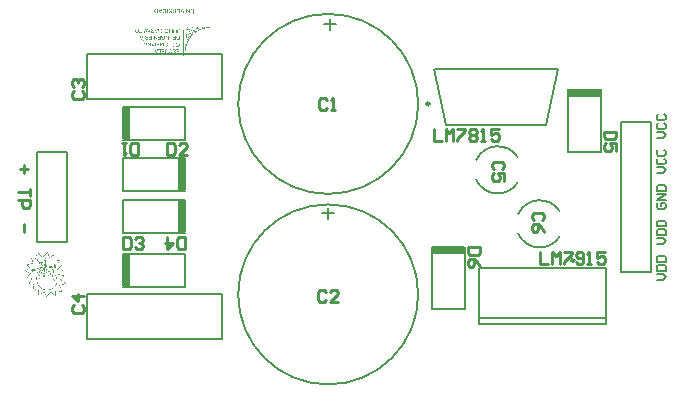
<source format=gbr>
%TF.GenerationSoftware,Altium Limited,Altium Designer,23.11.1 (41)*%
G04 Layer_Color=65535*
%FSLAX45Y45*%
%MOMM*%
%TF.SameCoordinates,230AA2AB-B060-4BCE-AA15-615059F28419*%
%TF.FilePolarity,Positive*%
%TF.FileFunction,Legend,Top*%
%TF.Part,Single*%
G01*
G75*
%TA.AperFunction,NonConductor*%
%ADD24C,0.20000*%
%ADD25C,0.25000*%
%ADD26C,0.15000*%
%ADD27C,0.25400*%
%ADD28R,2.79999X0.80000*%
%ADD29R,0.80000X2.79999*%
G36*
X1261988Y-22603D02*
Y-23439D01*
X1261152D01*
Y-24274D01*
Y-25109D01*
Y-25945D01*
X1260317D01*
Y-26780D01*
Y-27615D01*
X1259482D01*
Y-28451D01*
Y-29286D01*
Y-30121D01*
X1258646D01*
Y-30957D01*
Y-31792D01*
Y-32627D01*
X1257811D01*
Y-33462D01*
Y-34298D01*
X1256976D01*
Y-35133D01*
Y-35968D01*
Y-36804D01*
X1256140D01*
Y-37639D01*
Y-38474D01*
Y-39310D01*
X1255305D01*
Y-40145D01*
Y-40980D01*
X1254470D01*
Y-41816D01*
Y-42651D01*
Y-43486D01*
X1253635D01*
Y-44321D01*
Y-45157D01*
Y-45992D01*
X1252799D01*
Y-46827D01*
Y-47663D01*
X1251964D01*
Y-48498D01*
Y-49333D01*
Y-50169D01*
X1251129D01*
Y-51004D01*
Y-51839D01*
Y-52675D01*
X1250293D01*
Y-53510D01*
Y-54345D01*
X1249458D01*
Y-55180D01*
Y-56016D01*
Y-56851D01*
X1242776D01*
Y-56016D01*
Y-55180D01*
X1241940D01*
Y-54345D01*
Y-53510D01*
Y-52675D01*
X1241105D01*
Y-51839D01*
Y-51004D01*
X1240270D01*
Y-50169D01*
Y-49333D01*
Y-48498D01*
X1239434D01*
Y-47663D01*
Y-46827D01*
X1238599D01*
Y-45992D01*
Y-45157D01*
Y-44321D01*
X1237764D01*
Y-43486D01*
Y-42651D01*
X1236928D01*
Y-41816D01*
Y-40980D01*
Y-40145D01*
X1236093D01*
Y-39310D01*
Y-38474D01*
X1235258D01*
Y-37639D01*
Y-36804D01*
Y-35968D01*
X1234422D01*
Y-35133D01*
Y-34298D01*
X1233587D01*
Y-33462D01*
Y-32627D01*
Y-31792D01*
X1232752D01*
Y-30957D01*
Y-30121D01*
X1231917D01*
Y-29286D01*
Y-28451D01*
Y-27615D01*
X1231081D01*
Y-26780D01*
Y-25945D01*
Y-25109D01*
X1230246D01*
Y-24274D01*
Y-23439D01*
X1229411D01*
Y-22603D01*
Y-21768D01*
X1235258D01*
Y-22603D01*
Y-23439D01*
X1236093D01*
Y-24274D01*
Y-25109D01*
X1236928D01*
Y-25945D01*
Y-26780D01*
Y-27615D01*
X1237764D01*
Y-28451D01*
Y-29286D01*
Y-30121D01*
X1238599D01*
Y-30957D01*
X1239434D01*
Y-31792D01*
X1252799D01*
Y-30957D01*
X1253635D01*
Y-30121D01*
Y-29286D01*
Y-28451D01*
X1254470D01*
Y-27615D01*
Y-26780D01*
Y-25945D01*
X1255305D01*
Y-25109D01*
Y-24274D01*
Y-23439D01*
X1256140D01*
Y-22603D01*
Y-21768D01*
X1261988D01*
Y-22603D01*
D02*
G37*
G36*
X1333824Y-21768D02*
X1336330D01*
Y-22603D01*
X1338836D01*
Y-23439D01*
X1339671D01*
Y-24274D01*
X1340506D01*
Y-25109D01*
X1341342D01*
Y-25945D01*
X1342177D01*
Y-26780D01*
Y-27615D01*
X1343012D01*
Y-28451D01*
Y-29286D01*
X1343848D01*
Y-30121D01*
Y-30957D01*
Y-31792D01*
Y-32627D01*
X1341342D01*
Y-33462D01*
X1338836D01*
Y-32627D01*
Y-31792D01*
Y-30957D01*
X1338000D01*
Y-30121D01*
Y-29286D01*
X1337165D01*
Y-28451D01*
X1336330D01*
Y-27615D01*
X1335495D01*
Y-26780D01*
X1333824D01*
Y-25945D01*
X1329647D01*
Y-25109D01*
X1327977D01*
Y-25945D01*
X1324636D01*
Y-26780D01*
X1322965D01*
Y-27615D01*
X1322130D01*
Y-28451D01*
X1321294D01*
Y-29286D01*
Y-30121D01*
Y-30957D01*
Y-31792D01*
Y-32627D01*
Y-33462D01*
X1322130D01*
Y-34298D01*
X1322965D01*
Y-35133D01*
X1323800D01*
Y-35968D01*
X1326306D01*
Y-36804D01*
X1330483D01*
Y-37639D01*
X1333824D01*
Y-38474D01*
X1336330D01*
Y-39310D01*
X1338000D01*
Y-40145D01*
X1338836D01*
Y-40980D01*
X1340506D01*
Y-41816D01*
X1341342D01*
Y-42651D01*
Y-43486D01*
X1342177D01*
Y-44321D01*
Y-45157D01*
Y-45992D01*
Y-46827D01*
Y-47663D01*
Y-48498D01*
Y-49333D01*
Y-50169D01*
Y-51004D01*
Y-51839D01*
X1341342D01*
Y-52675D01*
X1340506D01*
Y-53510D01*
Y-54345D01*
X1338836D01*
Y-55180D01*
X1338000D01*
Y-56016D01*
X1336330D01*
Y-56851D01*
X1332153D01*
Y-57686D01*
X1327977D01*
Y-56851D01*
X1323800D01*
Y-56016D01*
X1322130D01*
Y-55180D01*
X1320459D01*
Y-54345D01*
X1319624D01*
Y-53510D01*
X1318788D01*
Y-52675D01*
Y-51839D01*
X1317953D01*
Y-51004D01*
X1317118D01*
Y-50169D01*
Y-49333D01*
Y-48498D01*
Y-47663D01*
Y-46827D01*
X1319624D01*
Y-45992D01*
X1321294D01*
Y-46827D01*
X1322130D01*
Y-47663D01*
Y-48498D01*
X1322965D01*
Y-49333D01*
Y-50169D01*
X1323800D01*
Y-51004D01*
X1324636D01*
Y-51839D01*
X1327141D01*
Y-52675D01*
X1332989D01*
Y-51839D01*
X1335495D01*
Y-51004D01*
X1336330D01*
Y-50169D01*
X1337165D01*
Y-49333D01*
Y-48498D01*
Y-47663D01*
Y-46827D01*
Y-45992D01*
X1336330D01*
Y-45157D01*
X1335495D01*
Y-44321D01*
X1333824D01*
Y-43486D01*
X1331318D01*
Y-42651D01*
X1327977D01*
Y-41816D01*
X1324636D01*
Y-40980D01*
X1322130D01*
Y-40145D01*
X1320459D01*
Y-39310D01*
X1318788D01*
Y-38474D01*
X1317953D01*
Y-37639D01*
X1317118D01*
Y-36804D01*
Y-35968D01*
X1316283D01*
Y-35133D01*
Y-34298D01*
X1315447D01*
Y-33462D01*
Y-32627D01*
Y-31792D01*
Y-30957D01*
Y-30121D01*
Y-29286D01*
X1316283D01*
Y-28451D01*
Y-27615D01*
Y-26780D01*
X1317118D01*
Y-25945D01*
X1317953D01*
Y-25109D01*
Y-24274D01*
X1318788D01*
Y-23439D01*
X1320459D01*
Y-22603D01*
X1322130D01*
Y-21768D01*
X1324636D01*
Y-20933D01*
X1333824D01*
Y-21768D01*
D02*
G37*
G36*
X1378095Y-22603D02*
Y-23439D01*
Y-24274D01*
Y-25109D01*
Y-25945D01*
Y-26780D01*
Y-27615D01*
Y-28451D01*
Y-29286D01*
Y-30121D01*
Y-30957D01*
Y-31792D01*
Y-32627D01*
Y-33462D01*
Y-34298D01*
Y-35133D01*
Y-35968D01*
Y-36804D01*
Y-37639D01*
Y-38474D01*
Y-39310D01*
Y-40145D01*
Y-40980D01*
Y-41816D01*
Y-42651D01*
Y-43486D01*
Y-44321D01*
Y-45157D01*
Y-45992D01*
Y-46827D01*
Y-47663D01*
Y-48498D01*
Y-49333D01*
Y-50169D01*
Y-51004D01*
Y-51839D01*
Y-52675D01*
Y-53510D01*
Y-54345D01*
Y-55180D01*
Y-56016D01*
Y-56851D01*
X1357212D01*
Y-56016D01*
X1354707D01*
Y-55180D01*
X1353036D01*
Y-54345D01*
X1352201D01*
Y-53510D01*
X1351365D01*
Y-52675D01*
X1350530D01*
Y-51839D01*
Y-51004D01*
Y-50169D01*
X1349695D01*
Y-49333D01*
Y-48498D01*
Y-47663D01*
Y-46827D01*
Y-45992D01*
Y-45157D01*
Y-44321D01*
X1350530D01*
Y-43486D01*
Y-42651D01*
Y-41816D01*
X1351365D01*
Y-40980D01*
X1352201D01*
Y-40145D01*
X1353036D01*
Y-39310D01*
X1354707D01*
Y-38474D01*
X1356377D01*
Y-37639D01*
X1358048D01*
Y-36804D01*
Y-35968D01*
X1357212D01*
Y-35133D01*
X1355542D01*
Y-34298D01*
X1354707D01*
Y-33462D01*
Y-32627D01*
X1353871D01*
Y-31792D01*
X1353036D01*
Y-30957D01*
Y-30121D01*
X1352201D01*
Y-29286D01*
X1351365D01*
Y-28451D01*
Y-27615D01*
X1350530D01*
Y-26780D01*
X1349695D01*
Y-25945D01*
Y-25109D01*
X1348859D01*
Y-24274D01*
X1348024D01*
Y-23439D01*
Y-22603D01*
X1347189D01*
Y-21768D01*
X1353871D01*
Y-22603D01*
X1354707D01*
Y-23439D01*
Y-24274D01*
X1355542D01*
Y-25109D01*
X1356377D01*
Y-25945D01*
Y-26780D01*
X1357212D01*
Y-27615D01*
X1358048D01*
Y-28451D01*
Y-29286D01*
X1358883D01*
Y-30121D01*
X1359718D01*
Y-30957D01*
Y-31792D01*
X1360554D01*
Y-32627D01*
X1361389D01*
Y-33462D01*
Y-34298D01*
X1362224D01*
Y-35133D01*
X1363060D01*
Y-35968D01*
X1364730D01*
Y-36804D01*
X1372248D01*
Y-35968D01*
Y-35133D01*
Y-34298D01*
Y-33462D01*
Y-32627D01*
Y-31792D01*
Y-30957D01*
Y-30121D01*
Y-29286D01*
Y-28451D01*
Y-27615D01*
Y-26780D01*
Y-25945D01*
Y-25109D01*
Y-24274D01*
Y-23439D01*
Y-22603D01*
Y-21768D01*
X1378095D01*
Y-22603D01*
D02*
G37*
G36*
X1495038D02*
Y-23439D01*
Y-24274D01*
Y-25109D01*
Y-25945D01*
Y-26780D01*
Y-27615D01*
Y-28451D01*
Y-29286D01*
Y-30121D01*
Y-30957D01*
Y-31792D01*
Y-32627D01*
Y-33462D01*
Y-34298D01*
Y-35133D01*
Y-35968D01*
Y-36804D01*
Y-37639D01*
Y-38474D01*
Y-39310D01*
Y-40145D01*
Y-40980D01*
Y-41816D01*
Y-42651D01*
Y-43486D01*
Y-44321D01*
Y-45157D01*
Y-45992D01*
Y-46827D01*
Y-47663D01*
Y-48498D01*
Y-49333D01*
Y-50169D01*
Y-51004D01*
Y-51839D01*
Y-52675D01*
Y-53510D01*
Y-54345D01*
Y-55180D01*
Y-56016D01*
Y-56851D01*
X1489191D01*
Y-56016D01*
X1488355D01*
Y-55180D01*
Y-54345D01*
X1487520D01*
Y-53510D01*
Y-52675D01*
X1486685D01*
Y-51839D01*
X1485849D01*
Y-51004D01*
Y-50169D01*
X1485014D01*
Y-49333D01*
X1484179D01*
Y-48498D01*
Y-47663D01*
X1483344D01*
Y-46827D01*
X1482508D01*
Y-45992D01*
Y-45157D01*
X1481673D01*
Y-44321D01*
Y-43486D01*
X1480838D01*
Y-42651D01*
X1480002D01*
Y-41816D01*
Y-40980D01*
X1479167D01*
Y-40145D01*
X1478332D01*
Y-39310D01*
Y-38474D01*
X1477497D01*
Y-37639D01*
X1476661D01*
Y-36804D01*
Y-35968D01*
X1475826D01*
Y-35133D01*
X1474991D01*
Y-34298D01*
Y-33462D01*
X1474155D01*
Y-32627D01*
Y-31792D01*
X1472485D01*
Y-32627D01*
Y-33462D01*
Y-34298D01*
Y-35133D01*
Y-35968D01*
Y-36804D01*
Y-37639D01*
Y-38474D01*
Y-39310D01*
Y-40145D01*
Y-40980D01*
Y-41816D01*
Y-42651D01*
Y-43486D01*
Y-44321D01*
Y-45157D01*
Y-45992D01*
Y-46827D01*
Y-47663D01*
Y-48498D01*
Y-49333D01*
Y-50169D01*
Y-51004D01*
Y-51839D01*
Y-52675D01*
Y-53510D01*
Y-54345D01*
Y-55180D01*
Y-56016D01*
Y-56851D01*
X1467473D01*
Y-56016D01*
Y-55180D01*
Y-54345D01*
Y-53510D01*
Y-52675D01*
Y-51839D01*
Y-51004D01*
Y-50169D01*
Y-49333D01*
Y-48498D01*
Y-47663D01*
Y-46827D01*
Y-45992D01*
Y-45157D01*
Y-44321D01*
Y-43486D01*
Y-42651D01*
Y-41816D01*
Y-40980D01*
Y-40145D01*
Y-39310D01*
Y-38474D01*
Y-37639D01*
Y-36804D01*
Y-35968D01*
Y-35133D01*
Y-34298D01*
Y-33462D01*
Y-32627D01*
Y-31792D01*
Y-30957D01*
Y-30121D01*
Y-29286D01*
Y-28451D01*
Y-27615D01*
Y-26780D01*
Y-25945D01*
Y-25109D01*
Y-24274D01*
Y-23439D01*
Y-22603D01*
Y-21768D01*
X1473320D01*
Y-22603D01*
X1474155D01*
Y-23439D01*
Y-24274D01*
X1474991D01*
Y-25109D01*
X1475826D01*
Y-25945D01*
Y-26780D01*
X1476661D01*
Y-27615D01*
Y-28451D01*
X1477497D01*
Y-29286D01*
X1478332D01*
Y-30121D01*
Y-30957D01*
X1479167D01*
Y-31792D01*
X1480002D01*
Y-32627D01*
Y-33462D01*
X1480838D01*
Y-34298D01*
X1481673D01*
Y-35133D01*
Y-35968D01*
X1482508D01*
Y-36804D01*
X1483344D01*
Y-37639D01*
Y-38474D01*
X1484179D01*
Y-39310D01*
Y-40145D01*
X1485014D01*
Y-40980D01*
X1485849D01*
Y-41816D01*
Y-42651D01*
X1486685D01*
Y-43486D01*
X1487520D01*
Y-44321D01*
Y-45157D01*
X1488355D01*
Y-45992D01*
X1489191D01*
Y-46827D01*
X1490026D01*
Y-45992D01*
Y-45157D01*
Y-44321D01*
Y-43486D01*
Y-42651D01*
Y-41816D01*
Y-40980D01*
Y-40145D01*
Y-39310D01*
Y-38474D01*
Y-37639D01*
Y-36804D01*
Y-35968D01*
Y-35133D01*
Y-34298D01*
Y-33462D01*
Y-32627D01*
Y-31792D01*
Y-30957D01*
Y-30121D01*
Y-29286D01*
Y-28451D01*
Y-27615D01*
Y-26780D01*
Y-25945D01*
Y-25109D01*
Y-24274D01*
Y-23439D01*
Y-22603D01*
Y-21768D01*
X1495038D01*
Y-22603D01*
D02*
G37*
G36*
X1458285D02*
Y-23439D01*
Y-24274D01*
Y-25109D01*
Y-25945D01*
Y-26780D01*
Y-27615D01*
Y-28451D01*
Y-29286D01*
Y-30121D01*
Y-30957D01*
Y-31792D01*
Y-32627D01*
Y-33462D01*
Y-34298D01*
Y-35133D01*
Y-35968D01*
Y-36804D01*
Y-37639D01*
Y-38474D01*
Y-39310D01*
Y-40145D01*
Y-40980D01*
Y-41816D01*
Y-42651D01*
Y-43486D01*
Y-44321D01*
Y-45157D01*
Y-45992D01*
Y-46827D01*
Y-47663D01*
Y-48498D01*
Y-49333D01*
Y-50169D01*
Y-51004D01*
Y-51839D01*
Y-52675D01*
Y-53510D01*
Y-54345D01*
Y-55180D01*
Y-56016D01*
Y-56851D01*
X1453273D01*
Y-56016D01*
Y-55180D01*
Y-54345D01*
Y-53510D01*
Y-52675D01*
Y-51839D01*
Y-51004D01*
Y-50169D01*
Y-49333D01*
Y-48498D01*
Y-47663D01*
Y-46827D01*
Y-45992D01*
Y-45157D01*
Y-44321D01*
Y-43486D01*
Y-42651D01*
Y-41816D01*
Y-40980D01*
Y-40145D01*
Y-39310D01*
Y-38474D01*
Y-37639D01*
Y-36804D01*
Y-35968D01*
Y-35133D01*
Y-34298D01*
Y-33462D01*
Y-32627D01*
Y-31792D01*
Y-30957D01*
Y-30121D01*
Y-29286D01*
Y-28451D01*
Y-27615D01*
Y-26780D01*
Y-25945D01*
Y-25109D01*
Y-24274D01*
Y-23439D01*
Y-22603D01*
Y-21768D01*
X1458285D01*
Y-22603D01*
D02*
G37*
G36*
X1435731D02*
Y-23439D01*
Y-24274D01*
X1436567D01*
Y-25109D01*
Y-25945D01*
Y-26780D01*
X1437402D01*
Y-27615D01*
Y-28451D01*
Y-29286D01*
X1438237D01*
Y-30121D01*
Y-30957D01*
X1439073D01*
Y-31792D01*
Y-32627D01*
Y-33462D01*
X1439908D01*
Y-34298D01*
Y-35133D01*
X1440743D01*
Y-35968D01*
Y-36804D01*
Y-37639D01*
X1441579D01*
Y-38474D01*
Y-39310D01*
Y-40145D01*
X1442414D01*
Y-40980D01*
Y-41816D01*
X1443249D01*
Y-42651D01*
Y-43486D01*
Y-44321D01*
X1444084D01*
Y-45157D01*
Y-45992D01*
Y-46827D01*
X1444920D01*
Y-47663D01*
Y-48498D01*
Y-49333D01*
X1445755D01*
Y-50169D01*
Y-51004D01*
X1446590D01*
Y-51839D01*
Y-52675D01*
Y-53510D01*
X1447426D01*
Y-54345D01*
Y-55180D01*
Y-56016D01*
X1448261D01*
Y-56851D01*
X1442414D01*
Y-56016D01*
X1441579D01*
Y-55180D01*
Y-54345D01*
Y-53510D01*
X1440743D01*
Y-52675D01*
Y-51839D01*
Y-51004D01*
X1439908D01*
Y-50169D01*
Y-49333D01*
X1439073D01*
Y-48498D01*
Y-47663D01*
Y-46827D01*
X1438237D01*
Y-45992D01*
Y-45157D01*
Y-44321D01*
X1437402D01*
Y-43486D01*
Y-42651D01*
Y-41816D01*
X1436567D01*
Y-40980D01*
Y-40145D01*
Y-39310D01*
X1435731D01*
Y-38474D01*
Y-37639D01*
Y-36804D01*
X1434896D01*
Y-35968D01*
Y-35133D01*
Y-34298D01*
X1434061D01*
Y-33462D01*
Y-32627D01*
Y-31792D01*
X1433225D01*
Y-30957D01*
Y-30121D01*
Y-29286D01*
X1432390D01*
Y-28451D01*
X1431555D01*
Y-29286D01*
Y-30121D01*
X1430719D01*
Y-30957D01*
Y-31792D01*
Y-32627D01*
X1429884D01*
Y-33462D01*
Y-34298D01*
Y-35133D01*
X1429049D01*
Y-35968D01*
Y-36804D01*
X1428214D01*
Y-37639D01*
Y-38474D01*
Y-39310D01*
X1427378D01*
Y-40145D01*
Y-40980D01*
Y-41816D01*
X1426543D01*
Y-42651D01*
Y-43486D01*
X1425708D01*
Y-44321D01*
Y-45157D01*
Y-45992D01*
X1424872D01*
Y-46827D01*
Y-47663D01*
Y-48498D01*
X1424037D01*
Y-49333D01*
Y-50169D01*
Y-51004D01*
X1423202D01*
Y-51839D01*
Y-52675D01*
X1422366D01*
Y-53510D01*
Y-54345D01*
Y-55180D01*
X1421531D01*
Y-56016D01*
Y-56851D01*
X1416519D01*
Y-56016D01*
Y-55180D01*
Y-54345D01*
Y-53510D01*
X1417355D01*
Y-52675D01*
Y-51839D01*
X1418190D01*
Y-51004D01*
Y-50169D01*
Y-49333D01*
X1419025D01*
Y-48498D01*
Y-47663D01*
Y-46827D01*
X1419861D01*
Y-45992D01*
Y-45157D01*
X1420696D01*
Y-44321D01*
Y-43486D01*
Y-42651D01*
X1421531D01*
Y-41816D01*
Y-40980D01*
X1422366D01*
Y-40145D01*
Y-39310D01*
Y-38474D01*
X1423202D01*
Y-37639D01*
Y-36804D01*
Y-35968D01*
X1424037D01*
Y-35133D01*
Y-34298D01*
Y-33462D01*
X1424872D01*
Y-32627D01*
Y-31792D01*
X1425708D01*
Y-30957D01*
Y-30121D01*
Y-29286D01*
X1426543D01*
Y-28451D01*
Y-27615D01*
X1427378D01*
Y-26780D01*
Y-25945D01*
Y-25109D01*
X1428214D01*
Y-24274D01*
Y-23439D01*
X1429049D01*
Y-22603D01*
Y-21768D01*
X1435731D01*
Y-22603D01*
D02*
G37*
G36*
X1410672D02*
Y-23439D01*
Y-24274D01*
Y-25109D01*
Y-25945D01*
Y-26780D01*
Y-27615D01*
Y-28451D01*
Y-29286D01*
Y-30121D01*
Y-30957D01*
Y-31792D01*
Y-32627D01*
Y-33462D01*
Y-34298D01*
Y-35133D01*
Y-35968D01*
Y-36804D01*
Y-37639D01*
Y-38474D01*
Y-39310D01*
Y-40145D01*
Y-40980D01*
Y-41816D01*
Y-42651D01*
Y-43486D01*
Y-44321D01*
Y-45157D01*
Y-45992D01*
Y-46827D01*
Y-47663D01*
Y-48498D01*
Y-49333D01*
Y-50169D01*
Y-51004D01*
Y-51839D01*
Y-52675D01*
Y-53510D01*
Y-54345D01*
Y-55180D01*
Y-56016D01*
Y-56851D01*
X1385613D01*
Y-56016D01*
Y-55180D01*
Y-54345D01*
Y-53510D01*
Y-52675D01*
Y-51839D01*
X1405660D01*
Y-51004D01*
Y-50169D01*
Y-49333D01*
Y-48498D01*
Y-47663D01*
Y-46827D01*
Y-45992D01*
Y-45157D01*
Y-44321D01*
Y-43486D01*
Y-42651D01*
X1387283D01*
Y-41816D01*
X1386448D01*
Y-40980D01*
Y-40145D01*
Y-39310D01*
Y-38474D01*
Y-37639D01*
X1387283D01*
Y-36804D01*
X1405660D01*
Y-35968D01*
Y-35133D01*
Y-34298D01*
Y-33462D01*
Y-32627D01*
Y-31792D01*
Y-30957D01*
Y-30121D01*
Y-29286D01*
Y-28451D01*
Y-27615D01*
Y-26780D01*
X1385613D01*
Y-25945D01*
X1384778D01*
Y-25109D01*
Y-24274D01*
Y-23439D01*
Y-22603D01*
Y-21768D01*
X1410672D01*
Y-22603D01*
D02*
G37*
G36*
X1308765D02*
Y-23439D01*
Y-24274D01*
Y-25109D01*
Y-25945D01*
Y-26780D01*
Y-27615D01*
Y-28451D01*
Y-29286D01*
Y-30121D01*
Y-30957D01*
Y-31792D01*
Y-32627D01*
Y-33462D01*
Y-34298D01*
Y-35133D01*
Y-35968D01*
Y-36804D01*
Y-37639D01*
Y-38474D01*
Y-39310D01*
Y-40145D01*
Y-40980D01*
Y-41816D01*
Y-42651D01*
Y-43486D01*
Y-44321D01*
Y-45157D01*
Y-45992D01*
Y-46827D01*
Y-47663D01*
Y-48498D01*
Y-49333D01*
Y-50169D01*
Y-51004D01*
Y-51839D01*
Y-52675D01*
Y-53510D01*
Y-54345D01*
Y-55180D01*
Y-56016D01*
Y-56851D01*
X1303753D01*
Y-56016D01*
X1302918D01*
Y-55180D01*
Y-54345D01*
Y-53510D01*
Y-52675D01*
Y-51839D01*
Y-51004D01*
Y-50169D01*
Y-49333D01*
Y-48498D01*
Y-47663D01*
Y-46827D01*
Y-45992D01*
Y-45157D01*
Y-44321D01*
Y-43486D01*
Y-42651D01*
Y-41816D01*
Y-40980D01*
Y-40145D01*
Y-39310D01*
Y-38474D01*
Y-37639D01*
Y-36804D01*
Y-35968D01*
Y-35133D01*
Y-34298D01*
Y-33462D01*
Y-32627D01*
Y-31792D01*
Y-30957D01*
Y-30121D01*
Y-29286D01*
Y-28451D01*
Y-27615D01*
Y-26780D01*
Y-25945D01*
Y-25109D01*
Y-24274D01*
Y-23439D01*
Y-22603D01*
Y-21768D01*
X1308765D01*
Y-22603D01*
D02*
G37*
G36*
X1294565D02*
Y-23439D01*
Y-24274D01*
Y-25109D01*
Y-25945D01*
Y-26780D01*
Y-27615D01*
Y-28451D01*
Y-29286D01*
Y-30121D01*
Y-30957D01*
Y-31792D01*
Y-32627D01*
Y-33462D01*
Y-34298D01*
Y-35133D01*
Y-35968D01*
Y-36804D01*
Y-37639D01*
Y-38474D01*
Y-39310D01*
Y-40145D01*
Y-40980D01*
Y-41816D01*
Y-42651D01*
Y-43486D01*
Y-44321D01*
Y-45157D01*
Y-45992D01*
Y-46827D01*
Y-47663D01*
Y-48498D01*
Y-49333D01*
Y-50169D01*
Y-51004D01*
Y-51839D01*
Y-52675D01*
Y-53510D01*
Y-54345D01*
Y-55180D01*
Y-56016D01*
Y-56851D01*
X1277023D01*
Y-56016D01*
X1273682D01*
Y-55180D01*
X1272011D01*
Y-54345D01*
X1271176D01*
Y-53510D01*
X1269505D01*
Y-52675D01*
X1268670D01*
Y-51839D01*
Y-51004D01*
X1267835D01*
Y-50169D01*
X1266999D01*
Y-49333D01*
Y-48498D01*
X1266164D01*
Y-47663D01*
Y-46827D01*
Y-45992D01*
X1265329D01*
Y-45157D01*
Y-44321D01*
Y-43486D01*
Y-42651D01*
Y-41816D01*
Y-40980D01*
Y-40145D01*
Y-39310D01*
Y-38474D01*
Y-37639D01*
Y-36804D01*
Y-35968D01*
Y-35133D01*
Y-34298D01*
Y-33462D01*
Y-32627D01*
X1266164D01*
Y-31792D01*
Y-30957D01*
Y-30121D01*
X1266999D01*
Y-29286D01*
Y-28451D01*
X1267835D01*
Y-27615D01*
Y-26780D01*
X1268670D01*
Y-25945D01*
X1269505D01*
Y-25109D01*
X1270341D01*
Y-24274D01*
X1271176D01*
Y-23439D01*
X1272847D01*
Y-22603D01*
X1275353D01*
Y-21768D01*
X1294565D01*
Y-22603D01*
D02*
G37*
G36*
X1224399D02*
Y-23439D01*
Y-24274D01*
Y-25109D01*
Y-25945D01*
Y-26780D01*
Y-27615D01*
Y-28451D01*
Y-29286D01*
Y-30121D01*
Y-30957D01*
Y-31792D01*
Y-32627D01*
Y-33462D01*
Y-34298D01*
Y-35133D01*
Y-35968D01*
Y-36804D01*
Y-37639D01*
Y-38474D01*
Y-39310D01*
Y-40145D01*
Y-40980D01*
Y-41816D01*
Y-42651D01*
Y-43486D01*
Y-44321D01*
Y-45157D01*
Y-45992D01*
Y-46827D01*
Y-47663D01*
Y-48498D01*
Y-49333D01*
Y-50169D01*
Y-51004D01*
Y-51839D01*
Y-52675D01*
Y-53510D01*
Y-54345D01*
Y-55180D01*
Y-56016D01*
Y-56851D01*
X1207693D01*
Y-56016D01*
X1204351D01*
Y-55180D01*
X1202681D01*
Y-54345D01*
X1201010D01*
Y-53510D01*
X1200175D01*
Y-52675D01*
X1199340D01*
Y-51839D01*
X1198504D01*
Y-51004D01*
X1197669D01*
Y-50169D01*
Y-49333D01*
X1196834D01*
Y-48498D01*
Y-47663D01*
X1195998D01*
Y-46827D01*
Y-45992D01*
Y-45157D01*
Y-44321D01*
X1195163D01*
Y-43486D01*
Y-42651D01*
Y-41816D01*
Y-40980D01*
Y-40145D01*
Y-39310D01*
Y-38474D01*
Y-37639D01*
Y-36804D01*
Y-35968D01*
Y-35133D01*
Y-34298D01*
X1195998D01*
Y-33462D01*
Y-32627D01*
Y-31792D01*
Y-30957D01*
X1196834D01*
Y-30121D01*
Y-29286D01*
X1197669D01*
Y-28451D01*
Y-27615D01*
X1198504D01*
Y-26780D01*
X1199340D01*
Y-25945D01*
Y-25109D01*
X1200175D01*
Y-24274D01*
X1201846D01*
Y-23439D01*
X1203516D01*
Y-22603D01*
X1205187D01*
Y-21768D01*
X1224399D01*
Y-22603D01*
D02*
G37*
G36*
X1520932Y-21768D02*
X1523438D01*
Y-22603D01*
X1525109D01*
Y-23439D01*
X1525944D01*
Y-24274D01*
X1526780D01*
Y-25109D01*
X1527615D01*
Y-25945D01*
X1528450D01*
Y-26780D01*
Y-27615D01*
X1529285D01*
Y-28451D01*
Y-29286D01*
Y-30121D01*
X1530121D01*
Y-30957D01*
Y-31792D01*
Y-32627D01*
Y-33462D01*
Y-34298D01*
Y-35133D01*
Y-35968D01*
Y-36804D01*
Y-37639D01*
Y-38474D01*
Y-39310D01*
Y-40145D01*
Y-40980D01*
Y-41816D01*
Y-42651D01*
Y-43486D01*
Y-44321D01*
Y-45157D01*
Y-45992D01*
Y-46827D01*
Y-47663D01*
Y-48498D01*
Y-49333D01*
Y-50169D01*
Y-51004D01*
Y-51839D01*
Y-52675D01*
Y-53510D01*
Y-54345D01*
Y-55180D01*
Y-56016D01*
Y-56851D01*
Y-57686D01*
Y-58522D01*
Y-59357D01*
Y-60192D01*
X1525944D01*
Y-59357D01*
Y-58522D01*
Y-57686D01*
Y-56851D01*
Y-56016D01*
Y-55180D01*
Y-54345D01*
Y-53510D01*
Y-52675D01*
Y-51839D01*
Y-51004D01*
Y-50169D01*
Y-49333D01*
Y-48498D01*
Y-47663D01*
Y-46827D01*
Y-45992D01*
Y-45157D01*
Y-44321D01*
Y-43486D01*
Y-42651D01*
Y-41816D01*
Y-40980D01*
Y-40145D01*
Y-39310D01*
Y-38474D01*
Y-37639D01*
Y-36804D01*
Y-35968D01*
Y-35133D01*
Y-34298D01*
X1525109D01*
Y-33462D01*
Y-32627D01*
Y-31792D01*
Y-30957D01*
Y-30121D01*
X1524274D01*
Y-29286D01*
Y-28451D01*
X1523438D01*
Y-27615D01*
X1521768D01*
Y-26780D01*
X1520932D01*
Y-25945D01*
X1517591D01*
Y-25109D01*
X1515085D01*
Y-25945D01*
X1511744D01*
Y-26780D01*
X1510073D01*
Y-27615D01*
X1509238D01*
Y-28451D01*
X1508403D01*
Y-29286D01*
Y-30121D01*
X1507567D01*
Y-30957D01*
Y-31792D01*
Y-32627D01*
Y-33462D01*
X1506732D01*
Y-34298D01*
Y-35133D01*
Y-35968D01*
Y-36804D01*
Y-37639D01*
Y-38474D01*
Y-39310D01*
Y-40145D01*
Y-40980D01*
Y-41816D01*
Y-42651D01*
Y-43486D01*
Y-44321D01*
Y-45157D01*
Y-45992D01*
Y-46827D01*
Y-47663D01*
Y-48498D01*
Y-49333D01*
Y-50169D01*
Y-51004D01*
Y-51839D01*
Y-52675D01*
Y-53510D01*
Y-54345D01*
Y-55180D01*
Y-56016D01*
Y-56851D01*
Y-57686D01*
Y-58522D01*
Y-59357D01*
Y-60192D01*
X1502556D01*
Y-59357D01*
X1501720D01*
Y-58522D01*
Y-57686D01*
Y-56851D01*
Y-56016D01*
Y-55180D01*
Y-54345D01*
Y-53510D01*
Y-52675D01*
Y-51839D01*
Y-51004D01*
Y-50169D01*
Y-49333D01*
Y-48498D01*
Y-47663D01*
Y-46827D01*
Y-45992D01*
Y-45157D01*
Y-44321D01*
Y-43486D01*
Y-42651D01*
Y-41816D01*
Y-40980D01*
Y-40145D01*
Y-39310D01*
Y-38474D01*
Y-37639D01*
Y-36804D01*
Y-35968D01*
Y-35133D01*
Y-34298D01*
X1502556D01*
Y-33462D01*
Y-32627D01*
Y-31792D01*
Y-30957D01*
Y-30121D01*
Y-29286D01*
X1503391D01*
Y-28451D01*
Y-27615D01*
Y-26780D01*
X1504226D01*
Y-25945D01*
X1505062D01*
Y-25109D01*
X1505897D01*
Y-24274D01*
X1506732D01*
Y-23439D01*
X1507567D01*
Y-22603D01*
X1509238D01*
Y-21768D01*
X1511744D01*
Y-20933D01*
X1520932D01*
Y-21768D01*
D02*
G37*
G36*
X1693841Y-111981D02*
X1694676D01*
Y-112816D01*
Y-113652D01*
X1693006D01*
Y-114487D01*
X1033114D01*
Y-113652D01*
X1031443D01*
Y-112816D01*
Y-111981D01*
Y-111146D01*
X1693841D01*
Y-111981D01*
D02*
G37*
G36*
X1691335Y-166276D02*
Y-167111D01*
Y-167947D01*
X1429884D01*
Y-167111D01*
X1429049D01*
Y-166276D01*
Y-165441D01*
X1691335D01*
Y-166276D01*
D02*
G37*
G36*
X1668782Y-176300D02*
X1669617D01*
Y-177135D01*
X1668782D01*
Y-177970D01*
X1667111D01*
Y-178806D01*
X1662099D01*
Y-179641D01*
X1657087D01*
Y-180476D01*
X1652075D01*
Y-181312D01*
X1647899D01*
Y-182147D01*
X1643722D01*
Y-182982D01*
X1639546D01*
Y-183818D01*
X1635369D01*
Y-184653D01*
X1632028D01*
Y-185488D01*
X1628687D01*
Y-186323D01*
X1624510D01*
Y-187159D01*
X1620334D01*
Y-187994D01*
X1616993D01*
Y-188829D01*
X1613651D01*
Y-189665D01*
X1611145D01*
Y-190500D01*
X1608639D01*
Y-191335D01*
X1606134D01*
Y-192171D01*
X1603628D01*
Y-193006D01*
X1601122D01*
Y-193841D01*
X1598616D01*
Y-194677D01*
X1596110D01*
Y-195512D01*
X1593604D01*
Y-196347D01*
X1591098D01*
Y-197182D01*
X1588592D01*
Y-198018D01*
X1586922D01*
Y-198853D01*
X1584416D01*
Y-199688D01*
X1581910D01*
Y-200524D01*
X1580239D01*
Y-201359D01*
X1578569D01*
Y-202194D01*
X1576898D01*
Y-203030D01*
X1574392D01*
Y-203865D01*
X1572721D01*
Y-204700D01*
X1571051D01*
Y-205536D01*
X1570216D01*
Y-206371D01*
X1568545D01*
Y-207206D01*
X1566039D01*
Y-208041D01*
X1564368D01*
Y-208877D01*
X1562698D01*
Y-209712D01*
X1561863D01*
Y-210547D01*
X1560192D01*
Y-211383D01*
X1558521D01*
Y-212218D01*
X1557686D01*
Y-213053D01*
X1556015D01*
Y-213889D01*
X1554345D01*
Y-214724D01*
X1553509D01*
Y-215559D01*
X1552674D01*
Y-216395D01*
X1551004D01*
Y-217230D01*
X1550168D01*
Y-218065D01*
X1549333D01*
Y-218900D01*
X1547662D01*
Y-219736D01*
X1546827D01*
Y-220571D01*
X1545156D01*
Y-221406D01*
X1544321D01*
Y-222242D01*
X1543486D01*
Y-223077D01*
X1541815D01*
Y-223912D01*
X1540980D01*
Y-224748D01*
X1540144D01*
Y-225583D01*
X1538474D01*
Y-226418D01*
X1537639D01*
Y-227254D01*
X1535968D01*
Y-228089D01*
X1535133D01*
Y-228924D01*
X1534297D01*
Y-229760D01*
X1532627D01*
Y-230595D01*
X1531791D01*
Y-231430D01*
X1530956D01*
Y-232265D01*
X1529285D01*
Y-233101D01*
X1528450D01*
Y-233936D01*
X1527615D01*
Y-234771D01*
X1526780D01*
Y-235607D01*
X1525109D01*
Y-236442D01*
X1524274D01*
Y-237277D01*
X1523438D01*
Y-238112D01*
X1522603D01*
Y-238948D01*
X1521768D01*
Y-239783D01*
X1520932D01*
Y-240618D01*
X1520097D01*
Y-241454D01*
X1519262D01*
Y-242289D01*
X1518426D01*
Y-243124D01*
X1517591D01*
Y-243960D01*
X1516756D01*
Y-244795D01*
X1515921D01*
Y-245630D01*
X1515085D01*
Y-246466D01*
X1514250D01*
Y-247301D01*
X1513415D01*
Y-248136D01*
Y-248971D01*
X1512579D01*
Y-249807D01*
X1511744D01*
Y-250642D01*
X1510909D01*
Y-251477D01*
X1510073D01*
Y-252313D01*
X1509238D01*
Y-253148D01*
X1508403D01*
Y-253983D01*
Y-254818D01*
X1507567D01*
Y-255654D01*
X1506732D01*
Y-256489D01*
X1505897D01*
Y-257324D01*
Y-258160D01*
X1505062D01*
Y-258995D01*
X1504226D01*
Y-259830D01*
Y-260666D01*
X1503391D01*
Y-261501D01*
X1502556D01*
Y-262336D01*
Y-263172D01*
X1501720D01*
Y-264007D01*
X1500885D01*
Y-264842D01*
Y-265678D01*
X1500050D01*
Y-266513D01*
X1499214D01*
Y-267348D01*
X1498379D01*
Y-268183D01*
Y-269019D01*
X1497544D01*
Y-269854D01*
X1496709D01*
Y-270689D01*
Y-271525D01*
X1495873D01*
Y-272360D01*
X1495038D01*
Y-273195D01*
X1494203D01*
Y-274030D01*
Y-274866D01*
X1493367D01*
Y-275701D01*
X1492532D01*
Y-276536D01*
X1491697D01*
Y-277372D01*
X1490861D01*
Y-278207D01*
Y-279042D01*
X1490026D01*
Y-279878D01*
Y-280713D01*
X1489191D01*
Y-281548D01*
Y-282384D01*
X1488355D01*
Y-283219D01*
Y-284054D01*
X1487520D01*
Y-284890D01*
Y-285725D01*
X1486685D01*
Y-286560D01*
Y-287395D01*
X1485849D01*
Y-288231D01*
Y-289066D01*
X1485014D01*
Y-289901D01*
Y-290737D01*
X1484179D01*
Y-291572D01*
Y-292407D01*
X1483344D01*
Y-293242D01*
Y-294078D01*
X1482508D01*
Y-294913D01*
Y-295748D01*
X1481673D01*
Y-296584D01*
Y-297419D01*
X1480838D01*
Y-298254D01*
Y-299090D01*
X1480002D01*
Y-299925D01*
Y-300760D01*
X1479167D01*
Y-301596D01*
Y-302431D01*
Y-303266D01*
X1478332D01*
Y-304101D01*
Y-304937D01*
X1477497D01*
Y-305772D01*
Y-306607D01*
X1476661D01*
Y-307443D01*
Y-308278D01*
Y-309113D01*
X1475826D01*
Y-309949D01*
Y-310784D01*
X1474991D01*
Y-311619D01*
Y-312455D01*
Y-313290D01*
X1474155D01*
Y-314125D01*
Y-314961D01*
Y-315796D01*
X1473320D01*
Y-316631D01*
Y-317466D01*
Y-318302D01*
Y-319137D01*
X1472485D01*
Y-319972D01*
Y-320808D01*
Y-321643D01*
X1471649D01*
Y-322478D01*
Y-323314D01*
Y-324149D01*
X1470814D01*
Y-324984D01*
Y-325820D01*
Y-326655D01*
X1469979D01*
Y-327490D01*
Y-328325D01*
Y-329161D01*
X1469143D01*
Y-329996D01*
Y-330831D01*
Y-331667D01*
X1468308D01*
Y-332502D01*
Y-333337D01*
Y-334173D01*
X1467473D01*
Y-335008D01*
Y-335843D01*
Y-336679D01*
X1466638D01*
Y-337514D01*
Y-338349D01*
Y-339184D01*
X1465802D01*
Y-340020D01*
Y-340855D01*
Y-341690D01*
Y-342526D01*
X1464967D01*
Y-343361D01*
Y-344196D01*
Y-345032D01*
Y-345867D01*
X1464132D01*
Y-346702D01*
Y-347538D01*
Y-348373D01*
Y-349208D01*
Y-350043D01*
X1463296D01*
Y-350879D01*
Y-351714D01*
Y-352549D01*
Y-353385D01*
X1462461D01*
Y-354220D01*
Y-355055D01*
Y-355891D01*
Y-356726D01*
Y-357561D01*
X1461626D01*
Y-358397D01*
Y-359232D01*
Y-360067D01*
Y-360902D01*
Y-361738D01*
X1460791D01*
Y-362573D01*
Y-363408D01*
Y-364244D01*
Y-365079D01*
Y-365914D01*
Y-366750D01*
X1459955D01*
Y-367585D01*
Y-368420D01*
Y-369256D01*
Y-370091D01*
X1459120D01*
Y-370926D01*
Y-371761D01*
Y-372597D01*
Y-373432D01*
Y-374267D01*
X1458285D01*
Y-375103D01*
Y-375938D01*
Y-376773D01*
Y-377609D01*
Y-378444D01*
X1457449D01*
Y-379279D01*
Y-380114D01*
Y-380950D01*
Y-381785D01*
Y-382620D01*
Y-383456D01*
X1456614D01*
Y-384291D01*
Y-385126D01*
Y-385962D01*
Y-386797D01*
Y-387632D01*
Y-388468D01*
Y-389303D01*
X1455779D01*
Y-390138D01*
Y-390973D01*
Y-391809D01*
Y-392644D01*
Y-393479D01*
Y-394315D01*
X1454943D01*
Y-395150D01*
Y-395985D01*
X1454108D01*
Y-396821D01*
X1453273D01*
Y-395985D01*
X1452437D01*
Y-395150D01*
Y-394315D01*
Y-393479D01*
Y-392644D01*
Y-391809D01*
Y-390973D01*
Y-390138D01*
Y-389303D01*
Y-388468D01*
Y-387632D01*
Y-386797D01*
Y-385962D01*
Y-385126D01*
Y-384291D01*
Y-383456D01*
Y-382620D01*
Y-381785D01*
Y-380950D01*
Y-380114D01*
Y-379279D01*
Y-378444D01*
Y-377609D01*
Y-376773D01*
Y-375938D01*
Y-375103D01*
Y-374267D01*
Y-373432D01*
Y-372597D01*
Y-371761D01*
X1453273D01*
Y-370926D01*
Y-370091D01*
Y-369256D01*
X1454108D01*
Y-368420D01*
Y-367585D01*
Y-366750D01*
X1454943D01*
Y-365914D01*
Y-365079D01*
Y-364244D01*
X1455779D01*
Y-363408D01*
Y-362573D01*
Y-361738D01*
Y-360902D01*
Y-360067D01*
Y-359232D01*
Y-358397D01*
X1456614D01*
Y-357561D01*
Y-356726D01*
Y-355891D01*
Y-355055D01*
Y-354220D01*
Y-353385D01*
Y-352549D01*
Y-351714D01*
Y-350879D01*
Y-350043D01*
Y-349208D01*
X1455779D01*
Y-350043D01*
X1454943D01*
Y-350879D01*
Y-351714D01*
X1453273D01*
Y-350879D01*
Y-350043D01*
Y-349208D01*
X1452437D01*
Y-348373D01*
Y-347538D01*
Y-346702D01*
Y-345867D01*
Y-345032D01*
Y-344196D01*
Y-343361D01*
Y-342526D01*
Y-341690D01*
Y-340855D01*
Y-340020D01*
Y-339184D01*
Y-338349D01*
Y-337514D01*
Y-336679D01*
Y-335843D01*
Y-335008D01*
Y-334173D01*
Y-333337D01*
Y-332502D01*
Y-331667D01*
Y-330831D01*
Y-329996D01*
Y-329161D01*
Y-328325D01*
X1453273D01*
Y-327490D01*
X1454108D01*
Y-326655D01*
Y-325820D01*
X1454943D01*
Y-324984D01*
X1455779D01*
Y-324149D01*
Y-323314D01*
X1456614D01*
Y-322478D01*
X1457449D01*
Y-321643D01*
X1458285D01*
Y-320808D01*
Y-319972D01*
X1459120D01*
Y-319137D01*
X1459955D01*
Y-318302D01*
Y-317466D01*
Y-316631D01*
Y-315796D01*
Y-314961D01*
X1460791D01*
Y-314125D01*
Y-313290D01*
Y-312455D01*
Y-311619D01*
Y-310784D01*
Y-309949D01*
Y-309113D01*
Y-308278D01*
Y-307443D01*
Y-306607D01*
X1461626D01*
Y-305772D01*
Y-304937D01*
Y-304101D01*
Y-303266D01*
Y-302431D01*
Y-301596D01*
X1460791D01*
Y-302431D01*
X1459120D01*
Y-303266D01*
X1458285D01*
Y-304101D01*
X1457449D01*
Y-304937D01*
X1456614D01*
Y-305772D01*
Y-306607D01*
X1455779D01*
Y-307443D01*
X1454943D01*
Y-308278D01*
X1452437D01*
Y-307443D01*
Y-306607D01*
Y-305772D01*
Y-304937D01*
Y-304101D01*
Y-303266D01*
Y-302431D01*
Y-301596D01*
Y-300760D01*
Y-299925D01*
Y-299090D01*
Y-298254D01*
Y-297419D01*
Y-296584D01*
Y-295748D01*
Y-294913D01*
Y-294078D01*
Y-293242D01*
Y-292407D01*
Y-291572D01*
Y-290737D01*
Y-289901D01*
Y-289066D01*
Y-288231D01*
Y-287395D01*
Y-286560D01*
Y-285725D01*
X1453273D01*
Y-284890D01*
Y-284054D01*
X1454943D01*
Y-283219D01*
X1455779D01*
Y-282384D01*
X1456614D01*
Y-281548D01*
X1458285D01*
Y-280713D01*
X1459120D01*
Y-279878D01*
X1460791D01*
Y-279042D01*
X1461626D01*
Y-278207D01*
X1462461D01*
Y-277372D01*
X1463296D01*
Y-276536D01*
X1464132D01*
Y-275701D01*
Y-274866D01*
Y-274030D01*
Y-273195D01*
Y-272360D01*
Y-271525D01*
X1464967D01*
Y-270689D01*
Y-269854D01*
Y-269019D01*
Y-268183D01*
Y-267348D01*
Y-266513D01*
Y-265678D01*
Y-264842D01*
Y-264007D01*
Y-263172D01*
X1465802D01*
Y-262336D01*
Y-261501D01*
Y-260666D01*
Y-259830D01*
X1463296D01*
Y-260666D01*
X1461626D01*
Y-261501D01*
X1459955D01*
Y-262336D01*
X1458285D01*
Y-263172D01*
X1456614D01*
Y-264007D01*
X1455779D01*
Y-264842D01*
X1454108D01*
Y-265678D01*
X1453273D01*
Y-264842D01*
X1452437D01*
Y-264007D01*
Y-263172D01*
Y-262336D01*
Y-261501D01*
Y-260666D01*
Y-259830D01*
Y-258995D01*
Y-258160D01*
Y-257324D01*
Y-256489D01*
Y-255654D01*
Y-254818D01*
Y-253983D01*
Y-253148D01*
Y-252313D01*
Y-251477D01*
Y-250642D01*
Y-249807D01*
Y-248971D01*
Y-248136D01*
Y-247301D01*
Y-246466D01*
Y-245630D01*
Y-244795D01*
Y-243960D01*
Y-243124D01*
Y-242289D01*
Y-241454D01*
X1453273D01*
Y-240618D01*
X1455779D01*
Y-239783D01*
X1458285D01*
Y-238948D01*
X1460791D01*
Y-238112D01*
X1463296D01*
Y-237277D01*
X1464967D01*
Y-236442D01*
X1467473D01*
Y-235607D01*
X1468308D01*
Y-234771D01*
Y-233936D01*
Y-233101D01*
Y-232265D01*
Y-231430D01*
Y-230595D01*
Y-229760D01*
Y-228924D01*
X1469143D01*
Y-228089D01*
Y-227254D01*
Y-226418D01*
Y-225583D01*
Y-224748D01*
Y-223912D01*
Y-223077D01*
Y-222242D01*
Y-221406D01*
Y-220571D01*
X1469979D01*
Y-219736D01*
Y-218900D01*
X1469143D01*
Y-218065D01*
X1465802D01*
Y-218900D01*
X1462461D01*
Y-219736D01*
X1458285D01*
Y-220571D01*
X1454943D01*
Y-221406D01*
X1453273D01*
Y-220571D01*
X1452437D01*
Y-219736D01*
Y-218900D01*
Y-218065D01*
Y-217230D01*
Y-216395D01*
Y-215559D01*
Y-214724D01*
Y-213889D01*
Y-213053D01*
Y-212218D01*
Y-211383D01*
Y-210547D01*
Y-209712D01*
Y-208877D01*
Y-208041D01*
Y-207206D01*
Y-206371D01*
Y-205536D01*
Y-204700D01*
Y-203865D01*
Y-203030D01*
Y-202194D01*
Y-201359D01*
Y-200524D01*
Y-199688D01*
Y-198853D01*
Y-198018D01*
X1453273D01*
Y-197182D01*
X1456614D01*
Y-196347D01*
X1464132D01*
Y-195512D01*
X1470814D01*
Y-194677D01*
X1472485D01*
Y-193841D01*
Y-193006D01*
Y-192171D01*
Y-191335D01*
Y-190500D01*
Y-189665D01*
Y-188829D01*
Y-187994D01*
Y-187159D01*
Y-186323D01*
X1473320D01*
Y-185488D01*
Y-184653D01*
Y-183818D01*
Y-182982D01*
Y-182147D01*
Y-181312D01*
Y-180476D01*
Y-179641D01*
Y-178806D01*
Y-177970D01*
Y-177135D01*
X1474155D01*
Y-176300D01*
Y-175464D01*
X1497544D01*
Y-176300D01*
Y-177135D01*
Y-177970D01*
Y-178806D01*
X1496709D01*
Y-179641D01*
Y-180476D01*
Y-181312D01*
Y-182147D01*
X1495873D01*
Y-182982D01*
Y-183818D01*
Y-184653D01*
Y-185488D01*
X1495038D01*
Y-186323D01*
Y-187159D01*
Y-187994D01*
Y-188829D01*
Y-189665D01*
Y-190500D01*
X1494203D01*
Y-191335D01*
Y-192171D01*
X1495038D01*
Y-193006D01*
X1496709D01*
Y-192171D01*
X1505062D01*
Y-191335D01*
X1510909D01*
Y-190500D01*
X1511744D01*
Y-189665D01*
X1512579D01*
Y-188829D01*
Y-187994D01*
Y-187159D01*
X1513415D01*
Y-186323D01*
Y-185488D01*
Y-184653D01*
X1514250D01*
Y-183818D01*
Y-182982D01*
Y-182147D01*
Y-181312D01*
X1515085D01*
Y-180476D01*
Y-179641D01*
Y-178806D01*
X1515921D01*
Y-177970D01*
Y-177135D01*
Y-176300D01*
X1516756D01*
Y-175464D01*
X1540144D01*
Y-176300D01*
Y-177135D01*
Y-177970D01*
X1539309D01*
Y-178806D01*
Y-179641D01*
X1538474D01*
Y-180476D01*
X1537639D01*
Y-181312D01*
Y-182147D01*
X1536803D01*
Y-182982D01*
Y-183818D01*
Y-184653D01*
X1535968D01*
Y-185488D01*
X1535133D01*
Y-186323D01*
Y-187159D01*
Y-187994D01*
X1535968D01*
Y-188829D01*
X1537639D01*
Y-187994D01*
X1545992D01*
Y-187159D01*
X1551839D01*
Y-186323D01*
X1552674D01*
Y-185488D01*
X1553509D01*
Y-184653D01*
X1554345D01*
Y-183818D01*
Y-182982D01*
X1555180D01*
Y-182147D01*
X1556015D01*
Y-181312D01*
Y-180476D01*
X1556851D01*
Y-179641D01*
X1557686D01*
Y-178806D01*
X1558521D01*
Y-177970D01*
Y-177135D01*
X1559357D01*
Y-176300D01*
X1560192D01*
Y-175464D01*
X1583581D01*
Y-176300D01*
Y-177135D01*
X1582745D01*
Y-177970D01*
X1581910D01*
Y-178806D01*
X1581075D01*
Y-179641D01*
X1580239D01*
Y-180476D01*
X1579404D01*
Y-181312D01*
X1578569D01*
Y-182147D01*
X1577733D01*
Y-182982D01*
X1576898D01*
Y-183818D01*
X1577733D01*
Y-184653D01*
X1579404D01*
Y-183818D01*
X1587757D01*
Y-182982D01*
X1593604D01*
Y-182147D01*
X1594439D01*
Y-181312D01*
X1596110D01*
Y-180476D01*
X1596945D01*
Y-179641D01*
X1597781D01*
Y-178806D01*
X1599451D01*
Y-177970D01*
X1600287D01*
Y-177135D01*
X1601957D01*
Y-176300D01*
X1602793D01*
Y-175464D01*
X1626181D01*
Y-176300D01*
X1627016D01*
Y-177135D01*
X1626181D01*
Y-177970D01*
X1624510D01*
Y-178806D01*
X1622840D01*
Y-179641D01*
X1627851D01*
Y-178806D01*
X1636205D01*
Y-177970D01*
X1639546D01*
Y-177135D01*
X1642052D01*
Y-176300D01*
X1643722D01*
Y-175464D01*
X1668782D01*
Y-176300D01*
D02*
G37*
G36*
X1226905Y-191335D02*
Y-192171D01*
X1226069D01*
Y-193006D01*
Y-193841D01*
X1225234D01*
Y-194677D01*
Y-195512D01*
Y-196347D01*
X1224399D01*
Y-197182D01*
Y-198018D01*
X1223563D01*
Y-198853D01*
Y-199688D01*
Y-200524D01*
X1222728D01*
Y-201359D01*
Y-202194D01*
Y-203030D01*
X1221893D01*
Y-203865D01*
Y-204700D01*
X1221058D01*
Y-205536D01*
Y-206371D01*
Y-207206D01*
X1220222D01*
Y-208041D01*
Y-208877D01*
Y-209712D01*
X1219387D01*
Y-210547D01*
Y-211383D01*
Y-212218D01*
X1218552D01*
Y-213053D01*
Y-213889D01*
X1217716D01*
Y-214724D01*
Y-215559D01*
Y-216395D01*
X1216881D01*
Y-217230D01*
Y-218065D01*
X1216046D01*
Y-218900D01*
Y-219736D01*
Y-220571D01*
X1215210D01*
Y-221406D01*
Y-222242D01*
X1214375D01*
Y-223077D01*
X1209363D01*
Y-222242D01*
Y-221406D01*
X1208528D01*
Y-220571D01*
Y-219736D01*
Y-218900D01*
X1207693D01*
Y-218065D01*
Y-217230D01*
X1206857D01*
Y-216395D01*
Y-215559D01*
Y-214724D01*
X1206022D01*
Y-213889D01*
Y-213053D01*
X1205187D01*
Y-212218D01*
Y-211383D01*
Y-210547D01*
X1204351D01*
Y-209712D01*
Y-208877D01*
X1203516D01*
Y-208041D01*
Y-207206D01*
Y-206371D01*
X1202681D01*
Y-205536D01*
Y-204700D01*
X1201846D01*
Y-203865D01*
Y-203030D01*
Y-202194D01*
X1201010D01*
Y-201359D01*
Y-200524D01*
X1200175D01*
Y-199688D01*
Y-198853D01*
Y-198018D01*
X1199340D01*
Y-197182D01*
Y-196347D01*
X1198504D01*
Y-195512D01*
Y-194677D01*
X1197669D01*
Y-193841D01*
Y-193006D01*
Y-192171D01*
X1196834D01*
Y-191335D01*
Y-190500D01*
X1201846D01*
Y-191335D01*
Y-192171D01*
X1202681D01*
Y-193006D01*
Y-193841D01*
Y-194677D01*
X1203516D01*
Y-195512D01*
Y-196347D01*
X1204351D01*
Y-197182D01*
Y-198018D01*
Y-198853D01*
X1205187D01*
Y-199688D01*
X1206022D01*
Y-200524D01*
X1218552D01*
Y-199688D01*
X1219387D01*
Y-198853D01*
Y-198018D01*
Y-197182D01*
X1220222D01*
Y-196347D01*
Y-195512D01*
Y-194677D01*
X1221058D01*
Y-193841D01*
Y-193006D01*
X1221893D01*
Y-192171D01*
Y-191335D01*
Y-190500D01*
X1226905D01*
Y-191335D01*
D02*
G37*
G36*
X1163422D02*
Y-192171D01*
Y-193006D01*
X1162586D01*
Y-193841D01*
Y-194677D01*
Y-195512D01*
X1161751D01*
Y-196347D01*
Y-197182D01*
X1160916D01*
Y-198018D01*
Y-198853D01*
Y-199688D01*
X1160080D01*
Y-200524D01*
Y-201359D01*
Y-202194D01*
X1159245D01*
Y-203030D01*
Y-203865D01*
X1158410D01*
Y-204700D01*
Y-205536D01*
Y-206371D01*
X1157575D01*
Y-207206D01*
Y-208041D01*
Y-208877D01*
X1156739D01*
Y-209712D01*
Y-210547D01*
X1155904D01*
Y-211383D01*
Y-212218D01*
Y-213053D01*
X1155069D01*
Y-213889D01*
Y-214724D01*
X1154233D01*
Y-215559D01*
Y-216395D01*
Y-217230D01*
X1153398D01*
Y-218065D01*
Y-218900D01*
Y-219736D01*
X1152563D01*
Y-220571D01*
Y-221406D01*
X1151727D01*
Y-222242D01*
Y-223077D01*
X1146716D01*
Y-222242D01*
X1145880D01*
Y-221406D01*
Y-220571D01*
Y-219736D01*
X1145045D01*
Y-218900D01*
Y-218065D01*
X1144210D01*
Y-217230D01*
Y-216395D01*
Y-215559D01*
X1143374D01*
Y-214724D01*
Y-213889D01*
X1142539D01*
Y-213053D01*
Y-212218D01*
Y-211383D01*
X1141704D01*
Y-210547D01*
Y-209712D01*
X1140868D01*
Y-208877D01*
Y-208041D01*
X1140033D01*
Y-207206D01*
Y-206371D01*
Y-205536D01*
X1139198D01*
Y-204700D01*
Y-203865D01*
Y-203030D01*
X1138362D01*
Y-202194D01*
Y-201359D01*
X1137527D01*
Y-200524D01*
Y-199688D01*
Y-198853D01*
X1136692D01*
Y-198018D01*
Y-197182D01*
X1135857D01*
Y-196347D01*
Y-195512D01*
Y-194677D01*
X1135021D01*
Y-193841D01*
Y-193006D01*
X1134186D01*
Y-192171D01*
Y-191335D01*
Y-190500D01*
X1138362D01*
Y-191335D01*
X1139198D01*
Y-192171D01*
Y-193006D01*
X1140033D01*
Y-193841D01*
Y-194677D01*
Y-195512D01*
X1140868D01*
Y-196347D01*
Y-197182D01*
Y-198018D01*
X1141704D01*
Y-198853D01*
Y-199688D01*
X1142539D01*
Y-200524D01*
X1155069D01*
Y-199688D01*
X1155904D01*
Y-198853D01*
X1156739D01*
Y-198018D01*
Y-197182D01*
Y-196347D01*
X1157575D01*
Y-195512D01*
Y-194677D01*
Y-193841D01*
X1158410D01*
Y-193006D01*
Y-192171D01*
Y-191335D01*
X1159245D01*
Y-190500D01*
X1163422D01*
Y-191335D01*
D02*
G37*
G36*
X1403990Y-190500D02*
X1406496D01*
Y-191335D01*
X1407331D01*
Y-192171D01*
X1408166D01*
Y-193006D01*
X1409001D01*
Y-193841D01*
X1409837D01*
Y-194677D01*
Y-195512D01*
X1410672D01*
Y-196347D01*
Y-197182D01*
Y-198018D01*
Y-198853D01*
Y-199688D01*
Y-200524D01*
X1409837D01*
Y-201359D01*
X1406496D01*
Y-200524D01*
Y-199688D01*
Y-198853D01*
Y-198018D01*
X1405660D01*
Y-197182D01*
Y-196347D01*
X1404825D01*
Y-195512D01*
X1403990D01*
Y-194677D01*
X1402319D01*
Y-193841D01*
X1399813D01*
Y-194677D01*
X1398142D01*
Y-195512D01*
X1397307D01*
Y-196347D01*
X1396472D01*
Y-197182D01*
Y-198018D01*
X1395637D01*
Y-198853D01*
Y-199688D01*
Y-200524D01*
Y-201359D01*
Y-202194D01*
Y-203030D01*
Y-203865D01*
Y-204700D01*
Y-205536D01*
Y-206371D01*
Y-207206D01*
Y-208041D01*
Y-208877D01*
Y-209712D01*
Y-210547D01*
Y-211383D01*
Y-212218D01*
Y-213053D01*
Y-213889D01*
Y-214724D01*
Y-215559D01*
Y-216395D01*
Y-217230D01*
Y-218065D01*
Y-218900D01*
Y-219736D01*
Y-220571D01*
Y-221406D01*
Y-222242D01*
Y-223077D01*
Y-223912D01*
Y-224748D01*
Y-225583D01*
Y-226418D01*
Y-227254D01*
X1390625D01*
Y-226418D01*
Y-225583D01*
Y-224748D01*
Y-223912D01*
Y-223077D01*
Y-222242D01*
Y-221406D01*
Y-220571D01*
Y-219736D01*
Y-218900D01*
Y-218065D01*
Y-217230D01*
Y-216395D01*
Y-215559D01*
Y-214724D01*
Y-213889D01*
Y-213053D01*
Y-212218D01*
Y-211383D01*
Y-210547D01*
Y-209712D01*
Y-208877D01*
Y-208041D01*
Y-207206D01*
Y-206371D01*
Y-205536D01*
Y-204700D01*
Y-203865D01*
Y-203030D01*
Y-202194D01*
Y-201359D01*
Y-200524D01*
Y-199688D01*
Y-198853D01*
Y-198018D01*
X1391460D01*
Y-197182D01*
Y-196347D01*
Y-195512D01*
Y-194677D01*
X1392295D01*
Y-193841D01*
Y-193006D01*
X1393131D01*
Y-192171D01*
X1393966D01*
Y-191335D01*
X1395637D01*
Y-190500D01*
X1398142D01*
Y-189665D01*
X1403990D01*
Y-190500D01*
D02*
G37*
G36*
X1193493Y-191335D02*
Y-192171D01*
Y-193006D01*
Y-193841D01*
Y-194677D01*
Y-195512D01*
Y-196347D01*
Y-197182D01*
Y-198018D01*
Y-198853D01*
Y-199688D01*
Y-200524D01*
Y-201359D01*
Y-202194D01*
Y-203030D01*
Y-203865D01*
Y-204700D01*
Y-205536D01*
Y-206371D01*
Y-207206D01*
Y-208041D01*
Y-208877D01*
Y-209712D01*
Y-210547D01*
Y-211383D01*
Y-212218D01*
Y-213053D01*
Y-213889D01*
Y-214724D01*
Y-215559D01*
Y-216395D01*
Y-217230D01*
Y-218065D01*
Y-218900D01*
Y-219736D01*
Y-220571D01*
Y-221406D01*
Y-222242D01*
Y-223077D01*
X1172610D01*
Y-222242D01*
X1170939D01*
Y-221406D01*
X1170104D01*
Y-220571D01*
X1169269D01*
Y-219736D01*
X1168433D01*
Y-218900D01*
X1167598D01*
Y-218065D01*
Y-217230D01*
Y-216395D01*
Y-215559D01*
X1166763D01*
Y-214724D01*
Y-213889D01*
Y-213053D01*
Y-212218D01*
X1167598D01*
Y-211383D01*
Y-210547D01*
X1168433D01*
Y-209712D01*
Y-208877D01*
X1169269D01*
Y-208041D01*
X1170104D01*
Y-207206D01*
X1170939D01*
Y-206371D01*
X1173445D01*
Y-205536D01*
X1175116D01*
Y-204700D01*
X1174281D01*
Y-203865D01*
X1173445D01*
Y-203030D01*
X1172610D01*
Y-202194D01*
X1171775D01*
Y-201359D01*
X1170939D01*
Y-200524D01*
Y-199688D01*
X1170104D01*
Y-198853D01*
X1169269D01*
Y-198018D01*
Y-197182D01*
X1168433D01*
Y-196347D01*
X1167598D01*
Y-195512D01*
Y-194677D01*
X1166763D01*
Y-193841D01*
X1165928D01*
Y-193006D01*
Y-192171D01*
X1165092D01*
Y-191335D01*
Y-190500D01*
X1170104D01*
Y-191335D01*
X1170939D01*
Y-192171D01*
Y-193006D01*
X1171775D01*
Y-193841D01*
X1172610D01*
Y-194677D01*
Y-195512D01*
X1173445D01*
Y-196347D01*
X1174281D01*
Y-197182D01*
Y-198018D01*
X1175116D01*
Y-198853D01*
X1175951D01*
Y-199688D01*
Y-200524D01*
X1176786D01*
Y-201359D01*
X1177622D01*
Y-202194D01*
X1178457D01*
Y-203030D01*
X1179292D01*
Y-203865D01*
X1180128D01*
Y-204700D01*
X1188481D01*
Y-203865D01*
Y-203030D01*
Y-202194D01*
Y-201359D01*
Y-200524D01*
Y-199688D01*
Y-198853D01*
Y-198018D01*
Y-197182D01*
Y-196347D01*
Y-195512D01*
Y-194677D01*
Y-193841D01*
Y-193006D01*
Y-192171D01*
Y-191335D01*
X1189316D01*
Y-190500D01*
X1193493D01*
Y-191335D01*
D02*
G37*
G36*
X1373919Y-190500D02*
X1377260D01*
Y-191335D01*
X1378930D01*
Y-192171D01*
X1379766D01*
Y-193006D01*
X1380601D01*
Y-193841D01*
X1381436D01*
Y-194677D01*
Y-195512D01*
X1382272D01*
Y-196347D01*
Y-197182D01*
Y-198018D01*
Y-198853D01*
X1383107D01*
Y-199688D01*
Y-200524D01*
Y-201359D01*
Y-202194D01*
Y-203030D01*
Y-203865D01*
Y-204700D01*
Y-205536D01*
Y-206371D01*
Y-207206D01*
Y-208041D01*
Y-208877D01*
Y-209712D01*
Y-210547D01*
Y-211383D01*
Y-212218D01*
Y-213053D01*
Y-213889D01*
Y-214724D01*
Y-215559D01*
Y-216395D01*
Y-217230D01*
Y-218065D01*
Y-218900D01*
Y-219736D01*
Y-220571D01*
Y-221406D01*
Y-222242D01*
Y-223077D01*
X1378930D01*
Y-222242D01*
Y-221406D01*
Y-220571D01*
Y-219736D01*
Y-218900D01*
Y-218065D01*
Y-217230D01*
Y-216395D01*
Y-215559D01*
Y-214724D01*
Y-213889D01*
Y-213053D01*
Y-212218D01*
Y-211383D01*
Y-210547D01*
Y-209712D01*
Y-208877D01*
Y-208041D01*
Y-207206D01*
Y-206371D01*
Y-205536D01*
Y-204700D01*
Y-203865D01*
Y-203030D01*
Y-202194D01*
Y-201359D01*
Y-200524D01*
Y-199688D01*
X1378095D01*
Y-198853D01*
Y-198018D01*
Y-197182D01*
X1377260D01*
Y-196347D01*
X1376424D01*
Y-195512D01*
X1375589D01*
Y-194677D01*
X1373919D01*
Y-193841D01*
X1366401D01*
Y-194677D01*
X1364730D01*
Y-195512D01*
X1363895D01*
Y-196347D01*
Y-197182D01*
X1363060D01*
Y-198018D01*
Y-198853D01*
X1362224D01*
Y-199688D01*
Y-200524D01*
Y-201359D01*
Y-202194D01*
Y-203030D01*
Y-203865D01*
Y-204700D01*
Y-205536D01*
Y-206371D01*
Y-207206D01*
Y-208041D01*
Y-208877D01*
Y-209712D01*
Y-210547D01*
Y-211383D01*
Y-212218D01*
Y-213053D01*
Y-213889D01*
Y-214724D01*
Y-215559D01*
Y-216395D01*
Y-217230D01*
Y-218065D01*
Y-218900D01*
Y-219736D01*
Y-220571D01*
Y-221406D01*
Y-222242D01*
Y-223077D01*
X1357212D01*
Y-222242D01*
Y-221406D01*
Y-220571D01*
Y-219736D01*
Y-218900D01*
Y-218065D01*
Y-217230D01*
Y-216395D01*
Y-215559D01*
Y-214724D01*
Y-213889D01*
Y-213053D01*
Y-212218D01*
Y-211383D01*
Y-210547D01*
Y-209712D01*
Y-208877D01*
Y-208041D01*
Y-207206D01*
Y-206371D01*
Y-205536D01*
Y-204700D01*
Y-203865D01*
Y-203030D01*
Y-202194D01*
Y-201359D01*
X1358048D01*
Y-200524D01*
Y-199688D01*
Y-198853D01*
Y-198018D01*
Y-197182D01*
X1358883D01*
Y-196347D01*
Y-195512D01*
Y-194677D01*
X1359718D01*
Y-193841D01*
X1360554D01*
Y-193006D01*
X1361389D01*
Y-192171D01*
X1362224D01*
Y-191335D01*
X1363895D01*
Y-190500D01*
X1366401D01*
Y-189665D01*
X1373919D01*
Y-190500D01*
D02*
G37*
G36*
X1350530Y-191335D02*
Y-192171D01*
Y-193006D01*
Y-193841D01*
Y-194677D01*
Y-195512D01*
Y-196347D01*
Y-197182D01*
Y-198018D01*
Y-198853D01*
Y-199688D01*
Y-200524D01*
Y-201359D01*
Y-202194D01*
Y-203030D01*
Y-203865D01*
Y-204700D01*
Y-205536D01*
Y-206371D01*
Y-207206D01*
Y-208041D01*
Y-208877D01*
Y-209712D01*
Y-210547D01*
Y-211383D01*
Y-212218D01*
Y-213053D01*
Y-213889D01*
Y-214724D01*
Y-215559D01*
Y-216395D01*
Y-217230D01*
Y-218065D01*
Y-218900D01*
Y-219736D01*
Y-220571D01*
Y-221406D01*
Y-222242D01*
Y-223077D01*
X1346353D01*
Y-222242D01*
Y-221406D01*
Y-220571D01*
Y-219736D01*
Y-218900D01*
Y-218065D01*
Y-217230D01*
Y-216395D01*
Y-215559D01*
Y-214724D01*
Y-213889D01*
Y-213053D01*
Y-212218D01*
Y-211383D01*
Y-210547D01*
Y-209712D01*
Y-208877D01*
Y-208041D01*
Y-207206D01*
Y-206371D01*
Y-205536D01*
Y-204700D01*
Y-203865D01*
Y-203030D01*
Y-202194D01*
Y-201359D01*
Y-200524D01*
Y-199688D01*
Y-198853D01*
Y-198018D01*
Y-197182D01*
Y-196347D01*
Y-195512D01*
Y-194677D01*
X1345518D01*
Y-193841D01*
X1330483D01*
Y-193006D01*
Y-192171D01*
Y-191335D01*
Y-190500D01*
X1350530D01*
Y-191335D01*
D02*
G37*
G36*
X1324636D02*
Y-192171D01*
Y-193006D01*
Y-193841D01*
Y-194677D01*
Y-195512D01*
Y-196347D01*
Y-197182D01*
Y-198018D01*
Y-198853D01*
Y-199688D01*
Y-200524D01*
Y-201359D01*
Y-202194D01*
Y-203030D01*
Y-203865D01*
Y-204700D01*
Y-205536D01*
Y-206371D01*
Y-207206D01*
Y-208041D01*
Y-208877D01*
Y-209712D01*
Y-210547D01*
Y-211383D01*
Y-212218D01*
Y-213053D01*
Y-213889D01*
Y-214724D01*
Y-215559D01*
Y-216395D01*
Y-217230D01*
Y-218065D01*
Y-218900D01*
Y-219736D01*
Y-220571D01*
Y-221406D01*
Y-222242D01*
Y-223077D01*
X1320459D01*
Y-222242D01*
Y-221406D01*
Y-220571D01*
Y-219736D01*
Y-218900D01*
Y-218065D01*
Y-217230D01*
Y-216395D01*
Y-215559D01*
Y-214724D01*
Y-213889D01*
Y-213053D01*
Y-212218D01*
Y-211383D01*
Y-210547D01*
Y-209712D01*
Y-208877D01*
Y-208041D01*
Y-207206D01*
Y-206371D01*
Y-205536D01*
Y-204700D01*
Y-203865D01*
Y-203030D01*
Y-202194D01*
Y-201359D01*
Y-200524D01*
Y-199688D01*
Y-198853D01*
Y-198018D01*
Y-197182D01*
Y-196347D01*
Y-195512D01*
Y-194677D01*
Y-193841D01*
Y-193006D01*
Y-192171D01*
Y-191335D01*
Y-190500D01*
X1324636D01*
Y-191335D01*
D02*
G37*
G36*
X1124162D02*
X1124997D01*
Y-192171D01*
Y-193006D01*
X1125833D01*
Y-193841D01*
Y-194677D01*
Y-195512D01*
X1126668D01*
Y-196347D01*
Y-197182D01*
Y-198018D01*
X1127503D01*
Y-198853D01*
Y-199688D01*
X1128339D01*
Y-200524D01*
Y-201359D01*
Y-202194D01*
X1129174D01*
Y-203030D01*
Y-203865D01*
Y-204700D01*
X1130009D01*
Y-205536D01*
Y-206371D01*
X1130845D01*
Y-207206D01*
Y-208041D01*
Y-208877D01*
X1131680D01*
Y-209712D01*
Y-210547D01*
X1132515D01*
Y-211383D01*
Y-212218D01*
Y-213053D01*
X1133351D01*
Y-213889D01*
Y-214724D01*
X1134186D01*
Y-215559D01*
Y-216395D01*
Y-217230D01*
X1135021D01*
Y-218065D01*
Y-218900D01*
Y-219736D01*
X1135857D01*
Y-220571D01*
Y-221406D01*
X1136692D01*
Y-222242D01*
Y-223077D01*
X1131680D01*
Y-222242D01*
Y-221406D01*
Y-220571D01*
X1130845D01*
Y-219736D01*
Y-218900D01*
X1130009D01*
Y-218065D01*
Y-217230D01*
Y-216395D01*
X1129174D01*
Y-215559D01*
Y-214724D01*
Y-213889D01*
X1128339D01*
Y-213053D01*
Y-212218D01*
Y-211383D01*
X1127503D01*
Y-210547D01*
Y-209712D01*
Y-208877D01*
X1126668D01*
Y-208041D01*
Y-207206D01*
X1125833D01*
Y-206371D01*
Y-205536D01*
Y-204700D01*
X1124997D01*
Y-203865D01*
Y-203030D01*
Y-202194D01*
X1124162D01*
Y-201359D01*
Y-200524D01*
Y-199688D01*
X1123327D01*
Y-198853D01*
Y-198018D01*
Y-197182D01*
X1122492D01*
Y-196347D01*
Y-195512D01*
X1121656D01*
Y-196347D01*
Y-197182D01*
X1120821D01*
Y-198018D01*
Y-198853D01*
X1119986D01*
Y-199688D01*
Y-200524D01*
Y-201359D01*
X1119150D01*
Y-202194D01*
Y-203030D01*
Y-203865D01*
X1118315D01*
Y-204700D01*
Y-205536D01*
X1117480D01*
Y-206371D01*
Y-207206D01*
Y-208041D01*
X1116644D01*
Y-208877D01*
Y-209712D01*
Y-210547D01*
X1115809D01*
Y-211383D01*
Y-212218D01*
X1114974D01*
Y-213053D01*
Y-213889D01*
Y-214724D01*
X1114138D01*
Y-215559D01*
Y-216395D01*
Y-217230D01*
X1113303D01*
Y-218065D01*
Y-218900D01*
Y-219736D01*
X1112468D01*
Y-220571D01*
Y-221406D01*
Y-222242D01*
X1111633D01*
Y-223077D01*
X1107456D01*
Y-222242D01*
Y-221406D01*
X1108291D01*
Y-220571D01*
Y-219736D01*
Y-218900D01*
X1109127D01*
Y-218065D01*
Y-217230D01*
X1109962D01*
Y-216395D01*
Y-215559D01*
Y-214724D01*
X1110797D01*
Y-213889D01*
Y-213053D01*
Y-212218D01*
X1111633D01*
Y-211383D01*
Y-210547D01*
X1112468D01*
Y-209712D01*
Y-208877D01*
Y-208041D01*
X1113303D01*
Y-207206D01*
Y-206371D01*
Y-205536D01*
X1114138D01*
Y-204700D01*
Y-203865D01*
X1114974D01*
Y-203030D01*
Y-202194D01*
Y-201359D01*
X1115809D01*
Y-200524D01*
Y-199688D01*
X1116644D01*
Y-198853D01*
Y-198018D01*
Y-197182D01*
X1117480D01*
Y-196347D01*
Y-195512D01*
X1118315D01*
Y-194677D01*
Y-193841D01*
Y-193006D01*
X1119150D01*
Y-192171D01*
Y-191335D01*
X1119986D01*
Y-190500D01*
X1124162D01*
Y-191335D01*
D02*
G37*
G36*
X1102444D02*
Y-192171D01*
Y-193006D01*
Y-193841D01*
Y-194677D01*
Y-195512D01*
Y-196347D01*
Y-197182D01*
Y-198018D01*
Y-198853D01*
Y-199688D01*
Y-200524D01*
Y-201359D01*
Y-202194D01*
Y-203030D01*
Y-203865D01*
Y-204700D01*
Y-205536D01*
Y-206371D01*
Y-207206D01*
Y-208041D01*
Y-208877D01*
Y-209712D01*
Y-210547D01*
Y-211383D01*
Y-212218D01*
Y-213053D01*
Y-213889D01*
Y-214724D01*
Y-215559D01*
Y-216395D01*
Y-217230D01*
Y-218065D01*
Y-218900D01*
Y-219736D01*
Y-220571D01*
Y-221406D01*
Y-222242D01*
Y-223077D01*
X1098268D01*
Y-222242D01*
Y-221406D01*
Y-220571D01*
Y-219736D01*
Y-218900D01*
Y-218065D01*
Y-217230D01*
Y-216395D01*
Y-215559D01*
Y-214724D01*
Y-213889D01*
Y-213053D01*
Y-212218D01*
Y-211383D01*
Y-210547D01*
Y-209712D01*
Y-208877D01*
Y-208041D01*
Y-207206D01*
Y-206371D01*
Y-205536D01*
Y-204700D01*
Y-203865D01*
Y-203030D01*
Y-202194D01*
Y-201359D01*
Y-200524D01*
Y-199688D01*
Y-198853D01*
Y-198018D01*
Y-197182D01*
Y-196347D01*
Y-195512D01*
Y-194677D01*
Y-193841D01*
Y-193006D01*
Y-192171D01*
Y-191335D01*
Y-190500D01*
X1102444D01*
Y-191335D01*
D02*
G37*
G36*
X1082397D02*
Y-192171D01*
Y-193006D01*
Y-193841D01*
Y-194677D01*
Y-195512D01*
Y-196347D01*
Y-197182D01*
Y-198018D01*
Y-198853D01*
Y-199688D01*
Y-200524D01*
Y-201359D01*
Y-202194D01*
Y-203030D01*
Y-203865D01*
Y-204700D01*
Y-205536D01*
Y-206371D01*
Y-207206D01*
Y-208041D01*
Y-208877D01*
Y-209712D01*
Y-210547D01*
Y-211383D01*
Y-212218D01*
Y-213053D01*
Y-213889D01*
Y-214724D01*
Y-215559D01*
Y-216395D01*
Y-217230D01*
Y-218065D01*
Y-218900D01*
X1083232D01*
Y-219736D01*
X1093256D01*
Y-220571D01*
Y-221406D01*
Y-222242D01*
Y-223077D01*
X1067361D01*
Y-222242D01*
Y-221406D01*
Y-220571D01*
Y-219736D01*
X1077385D01*
Y-218900D01*
X1078220D01*
Y-218065D01*
Y-217230D01*
Y-216395D01*
Y-215559D01*
Y-214724D01*
Y-213889D01*
Y-213053D01*
Y-212218D01*
Y-211383D01*
Y-210547D01*
Y-209712D01*
Y-208877D01*
Y-208041D01*
Y-207206D01*
Y-206371D01*
Y-205536D01*
Y-204700D01*
Y-203865D01*
Y-203030D01*
Y-202194D01*
Y-201359D01*
Y-200524D01*
Y-199688D01*
Y-198853D01*
Y-198018D01*
Y-197182D01*
Y-196347D01*
Y-195512D01*
Y-194677D01*
Y-193841D01*
Y-193006D01*
Y-192171D01*
Y-191335D01*
Y-190500D01*
X1082397D01*
Y-191335D01*
D02*
G37*
G36*
X1302082Y-190500D02*
X1304588D01*
Y-191335D01*
X1306259D01*
Y-192171D01*
X1307929D01*
Y-193006D01*
X1308765D01*
Y-193841D01*
X1309600D01*
Y-194677D01*
X1310435D01*
Y-195512D01*
X1311271D01*
Y-196347D01*
Y-197182D01*
X1312106D01*
Y-198018D01*
Y-198853D01*
X1312941D01*
Y-199688D01*
Y-200524D01*
Y-201359D01*
X1313777D01*
Y-202194D01*
Y-203030D01*
Y-203865D01*
Y-204700D01*
Y-205536D01*
Y-206371D01*
Y-207206D01*
Y-208041D01*
Y-208877D01*
Y-209712D01*
Y-210547D01*
Y-211383D01*
Y-212218D01*
X1312941D01*
Y-213053D01*
Y-213889D01*
Y-214724D01*
X1312106D01*
Y-215559D01*
Y-216395D01*
X1311271D01*
Y-217230D01*
Y-218065D01*
X1310435D01*
Y-218900D01*
X1309600D01*
Y-219736D01*
X1308765D01*
Y-220571D01*
X1307929D01*
Y-221406D01*
X1306259D01*
Y-222242D01*
X1304588D01*
Y-223077D01*
X1302082D01*
Y-223912D01*
X1294565D01*
Y-223077D01*
X1292059D01*
Y-222242D01*
X1290388D01*
Y-221406D01*
X1289553D01*
Y-220571D01*
X1287882D01*
Y-219736D01*
X1287047D01*
Y-218900D01*
X1286212D01*
Y-218065D01*
Y-217230D01*
X1285376D01*
Y-216395D01*
X1284541D01*
Y-215559D01*
Y-214724D01*
Y-213889D01*
X1283706D01*
Y-213053D01*
Y-212218D01*
Y-211383D01*
X1282870D01*
Y-210547D01*
Y-209712D01*
Y-208877D01*
Y-208041D01*
Y-207206D01*
Y-206371D01*
Y-205536D01*
Y-204700D01*
Y-203865D01*
Y-203030D01*
Y-202194D01*
X1283706D01*
Y-201359D01*
Y-200524D01*
Y-199688D01*
X1284541D01*
Y-198853D01*
Y-198018D01*
X1285376D01*
Y-197182D01*
Y-196347D01*
X1286212D01*
Y-195512D01*
Y-194677D01*
X1287047D01*
Y-193841D01*
X1287882D01*
Y-193006D01*
X1289553D01*
Y-192171D01*
X1290388D01*
Y-191335D01*
X1292059D01*
Y-190500D01*
X1295400D01*
Y-189665D01*
X1302082D01*
Y-190500D01*
D02*
G37*
G36*
X1249458D02*
X1252799D01*
Y-191335D01*
X1254470D01*
Y-192171D01*
X1256140D01*
Y-193006D01*
X1256976D01*
Y-193841D01*
X1258646D01*
Y-194677D01*
X1259482D01*
Y-195512D01*
X1260317D01*
Y-196347D01*
Y-197182D01*
X1261152D01*
Y-198018D01*
Y-198853D01*
X1261988D01*
Y-199688D01*
Y-200524D01*
X1262823D01*
Y-201359D01*
Y-202194D01*
Y-203030D01*
X1263658D01*
Y-203865D01*
Y-204700D01*
Y-205536D01*
Y-206371D01*
Y-207206D01*
Y-208041D01*
Y-208877D01*
Y-209712D01*
Y-210547D01*
Y-211383D01*
Y-212218D01*
Y-213053D01*
Y-213889D01*
Y-214724D01*
X1262823D01*
Y-215559D01*
Y-216395D01*
Y-217230D01*
X1261988D01*
Y-218065D01*
Y-218900D01*
X1261152D01*
Y-219736D01*
Y-220571D01*
X1260317D01*
Y-221406D01*
Y-222242D01*
X1259482D01*
Y-223077D01*
X1258646D01*
Y-223912D01*
X1257811D01*
Y-224748D01*
X1256976D01*
Y-225583D01*
X1255305D01*
Y-226418D01*
X1252799D01*
Y-227254D01*
X1250293D01*
Y-228089D01*
X1241105D01*
Y-227254D01*
X1238599D01*
Y-226418D01*
X1236928D01*
Y-225583D01*
X1235258D01*
Y-224748D01*
X1234422D01*
Y-223912D01*
X1233587D01*
Y-223077D01*
X1232752D01*
Y-222242D01*
Y-221406D01*
X1231917D01*
Y-220571D01*
Y-219736D01*
X1231081D01*
Y-218900D01*
Y-218065D01*
Y-217230D01*
X1231917D01*
Y-216395D01*
X1235258D01*
Y-217230D01*
Y-218065D01*
X1236093D01*
Y-218900D01*
Y-219736D01*
X1236928D01*
Y-220571D01*
X1237764D01*
Y-221406D01*
X1238599D01*
Y-222242D01*
X1240270D01*
Y-223077D01*
X1242776D01*
Y-223912D01*
X1249458D01*
Y-223077D01*
X1251964D01*
Y-222242D01*
X1252799D01*
Y-221406D01*
X1254470D01*
Y-220571D01*
X1255305D01*
Y-219736D01*
X1256140D01*
Y-218900D01*
Y-218065D01*
X1256976D01*
Y-217230D01*
Y-216395D01*
X1257811D01*
Y-215559D01*
Y-214724D01*
X1258646D01*
Y-213889D01*
Y-213053D01*
Y-212218D01*
Y-211383D01*
Y-210547D01*
Y-209712D01*
Y-208877D01*
Y-208041D01*
Y-207206D01*
Y-206371D01*
Y-205536D01*
Y-204700D01*
Y-203865D01*
Y-203030D01*
X1257811D01*
Y-202194D01*
Y-201359D01*
X1256976D01*
Y-200524D01*
Y-199688D01*
X1256140D01*
Y-198853D01*
X1255305D01*
Y-198018D01*
X1254470D01*
Y-197182D01*
X1253635D01*
Y-196347D01*
X1252799D01*
Y-195512D01*
X1251129D01*
Y-194677D01*
X1247787D01*
Y-193841D01*
X1243611D01*
Y-194677D01*
X1240270D01*
Y-195512D01*
X1238599D01*
Y-196347D01*
X1236928D01*
Y-197182D01*
X1235258D01*
Y-198018D01*
Y-198853D01*
Y-199688D01*
Y-200524D01*
Y-201359D01*
Y-202194D01*
Y-203030D01*
Y-203865D01*
Y-204700D01*
X1245281D01*
Y-205536D01*
X1246117D01*
Y-206371D01*
Y-207206D01*
Y-208041D01*
X1245281D01*
Y-208877D01*
X1244446D01*
Y-209712D01*
X1231081D01*
Y-208877D01*
X1230246D01*
Y-208041D01*
Y-207206D01*
Y-206371D01*
Y-205536D01*
Y-204700D01*
Y-203865D01*
Y-203030D01*
Y-202194D01*
Y-201359D01*
Y-200524D01*
Y-199688D01*
Y-198853D01*
Y-198018D01*
Y-197182D01*
Y-196347D01*
Y-195512D01*
Y-194677D01*
X1231917D01*
Y-193841D01*
X1232752D01*
Y-193006D01*
X1234422D01*
Y-192171D01*
X1236093D01*
Y-191335D01*
X1237764D01*
Y-190500D01*
X1241105D01*
Y-189665D01*
X1249458D01*
Y-190500D01*
D02*
G37*
G36*
X1052326D02*
X1055667D01*
Y-191335D01*
X1057338D01*
Y-192171D01*
X1059008D01*
Y-193006D01*
X1059844D01*
Y-193841D01*
X1060679D01*
Y-194677D01*
X1061514D01*
Y-195512D01*
X1062350D01*
Y-196347D01*
Y-197182D01*
X1063185D01*
Y-198018D01*
Y-198853D01*
X1064020D01*
Y-199688D01*
Y-200524D01*
Y-201359D01*
X1064855D01*
Y-202194D01*
Y-203030D01*
Y-203865D01*
Y-204700D01*
Y-205536D01*
Y-206371D01*
Y-207206D01*
Y-208041D01*
Y-208877D01*
Y-209712D01*
Y-210547D01*
Y-211383D01*
Y-212218D01*
X1064020D01*
Y-213053D01*
Y-213889D01*
Y-214724D01*
X1063185D01*
Y-215559D01*
Y-216395D01*
X1062350D01*
Y-217230D01*
Y-218065D01*
X1061514D01*
Y-218900D01*
X1060679D01*
Y-219736D01*
X1059844D01*
Y-220571D01*
X1059008D01*
Y-221406D01*
X1057338D01*
Y-222242D01*
X1055667D01*
Y-223077D01*
X1053161D01*
Y-223912D01*
X1045643D01*
Y-223077D01*
X1043138D01*
Y-222242D01*
X1041467D01*
Y-221406D01*
X1040632D01*
Y-220571D01*
X1038961D01*
Y-219736D01*
X1038126D01*
Y-218900D01*
X1037290D01*
Y-218065D01*
Y-217230D01*
X1036455D01*
Y-216395D01*
X1035620D01*
Y-215559D01*
Y-214724D01*
Y-213889D01*
X1034784D01*
Y-213053D01*
Y-212218D01*
Y-211383D01*
X1033949D01*
Y-210547D01*
Y-209712D01*
Y-208877D01*
Y-208041D01*
Y-207206D01*
Y-206371D01*
Y-205536D01*
Y-204700D01*
Y-203865D01*
Y-203030D01*
Y-202194D01*
X1034784D01*
Y-201359D01*
Y-200524D01*
Y-199688D01*
X1035620D01*
Y-198853D01*
Y-198018D01*
Y-197182D01*
X1036455D01*
Y-196347D01*
X1037290D01*
Y-195512D01*
Y-194677D01*
X1038126D01*
Y-193841D01*
X1038961D01*
Y-193006D01*
X1040632D01*
Y-192171D01*
X1041467D01*
Y-191335D01*
X1043138D01*
Y-190500D01*
X1046479D01*
Y-189665D01*
X1052326D01*
Y-190500D01*
D02*
G37*
G36*
X1101609Y-248971D02*
Y-249807D01*
X1100774D01*
Y-250642D01*
Y-251477D01*
X1099938D01*
Y-252313D01*
Y-253148D01*
Y-253983D01*
X1099103D01*
Y-254818D01*
Y-255654D01*
Y-256489D01*
X1098268D01*
Y-257324D01*
Y-258160D01*
Y-258995D01*
X1097432D01*
Y-259830D01*
Y-260666D01*
X1096597D01*
Y-261501D01*
Y-262336D01*
Y-263172D01*
X1095762D01*
Y-264007D01*
Y-264842D01*
X1094926D01*
Y-265678D01*
Y-266513D01*
Y-267348D01*
X1094091D01*
Y-268183D01*
Y-269019D01*
Y-269854D01*
X1093256D01*
Y-270689D01*
Y-271525D01*
X1092420D01*
Y-272360D01*
Y-273195D01*
Y-274030D01*
X1091585D01*
Y-274866D01*
Y-275701D01*
X1090750D01*
Y-276536D01*
Y-277372D01*
Y-278207D01*
X1089915D01*
Y-279042D01*
Y-279878D01*
Y-280713D01*
X1089079D01*
Y-281548D01*
X1084903D01*
Y-280713D01*
X1084067D01*
Y-279878D01*
Y-279042D01*
X1083232D01*
Y-278207D01*
Y-277372D01*
Y-276536D01*
X1082397D01*
Y-275701D01*
Y-274866D01*
X1081561D01*
Y-274030D01*
Y-273195D01*
X1080726D01*
Y-272360D01*
Y-271525D01*
Y-270689D01*
X1079891D01*
Y-269854D01*
Y-269019D01*
X1079056D01*
Y-268183D01*
Y-267348D01*
Y-266513D01*
X1078220D01*
Y-265678D01*
Y-264842D01*
X1077385D01*
Y-264007D01*
Y-263172D01*
Y-262336D01*
X1076550D01*
Y-261501D01*
Y-260666D01*
X1075714D01*
Y-259830D01*
Y-258995D01*
Y-258160D01*
X1074879D01*
Y-257324D01*
Y-256489D01*
X1074044D01*
Y-255654D01*
Y-254818D01*
Y-253983D01*
X1073208D01*
Y-253148D01*
Y-252313D01*
X1072373D01*
Y-251477D01*
Y-250642D01*
Y-249807D01*
X1071538D01*
Y-248971D01*
Y-248136D01*
X1076550D01*
Y-248971D01*
Y-249807D01*
Y-250642D01*
X1077385D01*
Y-251477D01*
Y-252313D01*
X1078220D01*
Y-253148D01*
Y-253983D01*
Y-254818D01*
X1079056D01*
Y-255654D01*
Y-256489D01*
X1079891D01*
Y-257324D01*
Y-258160D01*
X1093256D01*
Y-257324D01*
X1094091D01*
Y-256489D01*
Y-255654D01*
X1094926D01*
Y-254818D01*
Y-253983D01*
Y-253148D01*
X1095762D01*
Y-252313D01*
Y-251477D01*
Y-250642D01*
X1096597D01*
Y-249807D01*
Y-248971D01*
X1097432D01*
Y-248136D01*
X1101609D01*
Y-248971D01*
D02*
G37*
G36*
X1143374D02*
Y-249807D01*
Y-250642D01*
Y-251477D01*
Y-252313D01*
Y-253148D01*
Y-253983D01*
Y-254818D01*
Y-255654D01*
Y-256489D01*
Y-257324D01*
Y-258160D01*
Y-258995D01*
Y-259830D01*
Y-260666D01*
Y-261501D01*
Y-262336D01*
Y-263172D01*
Y-264007D01*
Y-264842D01*
Y-265678D01*
Y-266513D01*
Y-267348D01*
Y-268183D01*
Y-269019D01*
Y-269854D01*
Y-270689D01*
Y-271525D01*
Y-272360D01*
Y-273195D01*
Y-274030D01*
Y-274866D01*
Y-275701D01*
Y-276536D01*
Y-277372D01*
Y-278207D01*
Y-279042D01*
Y-279878D01*
Y-280713D01*
X1142539D01*
Y-281548D01*
X1125833D01*
Y-280713D01*
X1122492D01*
Y-279878D01*
X1120821D01*
Y-279042D01*
X1119986D01*
Y-278207D01*
X1119150D01*
Y-277372D01*
X1118315D01*
Y-276536D01*
Y-275701D01*
X1117480D01*
Y-274866D01*
Y-274030D01*
Y-273195D01*
Y-272360D01*
Y-271525D01*
Y-270689D01*
Y-269854D01*
Y-269019D01*
X1118315D01*
Y-268183D01*
Y-267348D01*
X1119150D01*
Y-266513D01*
X1119986D01*
Y-265678D01*
X1120821D01*
Y-264842D01*
X1122492D01*
Y-264007D01*
X1124162D01*
Y-263172D01*
X1124997D01*
Y-262336D01*
X1124162D01*
Y-261501D01*
X1123327D01*
Y-260666D01*
X1122492D01*
Y-259830D01*
X1121656D01*
Y-258995D01*
Y-258160D01*
X1120821D01*
Y-257324D01*
X1119986D01*
Y-256489D01*
Y-255654D01*
X1119150D01*
Y-254818D01*
X1118315D01*
Y-253983D01*
Y-253148D01*
X1117480D01*
Y-252313D01*
X1116644D01*
Y-251477D01*
Y-250642D01*
X1115809D01*
Y-249807D01*
Y-248971D01*
X1114974D01*
Y-248136D01*
X1119986D01*
Y-248971D01*
X1120821D01*
Y-249807D01*
X1121656D01*
Y-250642D01*
Y-251477D01*
X1122492D01*
Y-252313D01*
X1123327D01*
Y-253148D01*
Y-253983D01*
X1124162D01*
Y-254818D01*
X1124997D01*
Y-255654D01*
Y-256489D01*
X1125833D01*
Y-257324D01*
X1126668D01*
Y-258160D01*
Y-258995D01*
X1127503D01*
Y-259830D01*
X1128339D01*
Y-260666D01*
X1129174D01*
Y-261501D01*
X1130009D01*
Y-262336D01*
X1132515D01*
Y-263172D01*
X1138362D01*
Y-262336D01*
X1139198D01*
Y-261501D01*
Y-260666D01*
Y-259830D01*
Y-258995D01*
Y-258160D01*
Y-257324D01*
Y-256489D01*
Y-255654D01*
Y-254818D01*
Y-253983D01*
Y-253148D01*
Y-252313D01*
Y-251477D01*
Y-250642D01*
Y-249807D01*
Y-248971D01*
Y-248136D01*
X1143374D01*
Y-248971D01*
D02*
G37*
G36*
X1317118D02*
Y-249807D01*
Y-250642D01*
Y-251477D01*
Y-252313D01*
Y-253148D01*
Y-253983D01*
Y-254818D01*
Y-255654D01*
Y-256489D01*
Y-257324D01*
Y-258160D01*
Y-258995D01*
Y-259830D01*
Y-260666D01*
Y-261501D01*
Y-262336D01*
Y-263172D01*
Y-264007D01*
Y-264842D01*
Y-265678D01*
Y-266513D01*
Y-267348D01*
Y-268183D01*
Y-269019D01*
Y-269854D01*
Y-270689D01*
Y-271525D01*
Y-272360D01*
Y-273195D01*
Y-274030D01*
Y-274866D01*
Y-275701D01*
Y-276536D01*
Y-277372D01*
Y-278207D01*
Y-279042D01*
Y-279878D01*
Y-280713D01*
Y-281548D01*
X1313777D01*
Y-280713D01*
X1312106D01*
Y-279878D01*
Y-279042D01*
X1311271D01*
Y-278207D01*
X1310435D01*
Y-277372D01*
Y-276536D01*
X1309600D01*
Y-275701D01*
X1308765D01*
Y-274866D01*
Y-274030D01*
X1307929D01*
Y-273195D01*
X1307094D01*
Y-272360D01*
Y-271525D01*
X1306259D01*
Y-270689D01*
X1305424D01*
Y-269854D01*
Y-269019D01*
X1304588D01*
Y-268183D01*
X1303753D01*
Y-267348D01*
Y-266513D01*
X1302918D01*
Y-265678D01*
X1302082D01*
Y-264842D01*
Y-264007D01*
X1301247D01*
Y-263172D01*
X1300412D01*
Y-262336D01*
Y-261501D01*
X1299577D01*
Y-260666D01*
X1298741D01*
Y-259830D01*
Y-258995D01*
X1297906D01*
Y-258160D01*
X1297071D01*
Y-257324D01*
Y-256489D01*
X1296235D01*
Y-257324D01*
Y-258160D01*
Y-258995D01*
Y-259830D01*
Y-260666D01*
Y-261501D01*
Y-262336D01*
Y-263172D01*
Y-264007D01*
Y-264842D01*
Y-265678D01*
Y-266513D01*
Y-267348D01*
Y-268183D01*
Y-269019D01*
Y-269854D01*
Y-270689D01*
Y-271525D01*
Y-272360D01*
Y-273195D01*
Y-274030D01*
Y-274866D01*
Y-275701D01*
Y-276536D01*
Y-277372D01*
Y-278207D01*
Y-279042D01*
Y-279878D01*
Y-280713D01*
X1295400D01*
Y-281548D01*
X1292894D01*
Y-280713D01*
X1292059D01*
Y-279878D01*
Y-279042D01*
Y-278207D01*
Y-277372D01*
Y-276536D01*
Y-275701D01*
Y-274866D01*
Y-274030D01*
Y-273195D01*
Y-272360D01*
Y-271525D01*
Y-270689D01*
Y-269854D01*
Y-269019D01*
Y-268183D01*
Y-267348D01*
Y-266513D01*
Y-265678D01*
Y-264842D01*
Y-264007D01*
Y-263172D01*
Y-262336D01*
Y-261501D01*
Y-260666D01*
Y-259830D01*
Y-258995D01*
Y-258160D01*
Y-257324D01*
Y-256489D01*
Y-255654D01*
Y-254818D01*
Y-253983D01*
Y-253148D01*
Y-252313D01*
Y-251477D01*
Y-250642D01*
Y-249807D01*
Y-248971D01*
Y-248136D01*
X1296235D01*
Y-248971D01*
X1297071D01*
Y-249807D01*
X1297906D01*
Y-250642D01*
Y-251477D01*
X1298741D01*
Y-252313D01*
X1299577D01*
Y-253148D01*
Y-253983D01*
X1300412D01*
Y-254818D01*
X1301247D01*
Y-255654D01*
Y-256489D01*
X1302082D01*
Y-257324D01*
X1302918D01*
Y-258160D01*
Y-258995D01*
X1303753D01*
Y-259830D01*
X1304588D01*
Y-260666D01*
Y-261501D01*
X1305424D01*
Y-262336D01*
X1306259D01*
Y-263172D01*
Y-264007D01*
X1307094D01*
Y-264842D01*
X1307929D01*
Y-265678D01*
Y-266513D01*
X1308765D01*
Y-267348D01*
X1309600D01*
Y-268183D01*
Y-269019D01*
X1310435D01*
Y-269854D01*
X1311271D01*
Y-270689D01*
Y-271525D01*
X1312106D01*
Y-272360D01*
X1312941D01*
Y-271525D01*
Y-270689D01*
Y-269854D01*
Y-269019D01*
Y-268183D01*
Y-267348D01*
Y-266513D01*
Y-265678D01*
Y-264842D01*
Y-264007D01*
Y-263172D01*
Y-262336D01*
Y-261501D01*
Y-260666D01*
Y-259830D01*
Y-258995D01*
Y-258160D01*
Y-257324D01*
Y-256489D01*
Y-255654D01*
Y-254818D01*
Y-253983D01*
Y-253148D01*
Y-252313D01*
Y-251477D01*
Y-250642D01*
Y-249807D01*
Y-248971D01*
X1313777D01*
Y-248136D01*
X1317118D01*
Y-248971D01*
D02*
G37*
G36*
X1219387D02*
Y-249807D01*
Y-250642D01*
Y-251477D01*
Y-252313D01*
Y-253148D01*
Y-253983D01*
Y-254818D01*
Y-255654D01*
Y-256489D01*
Y-257324D01*
Y-258160D01*
Y-258995D01*
Y-259830D01*
Y-260666D01*
Y-261501D01*
Y-262336D01*
Y-263172D01*
Y-264007D01*
Y-264842D01*
Y-265678D01*
Y-266513D01*
Y-267348D01*
Y-268183D01*
Y-269019D01*
Y-269854D01*
Y-270689D01*
Y-271525D01*
Y-272360D01*
Y-273195D01*
Y-274030D01*
Y-274866D01*
Y-275701D01*
Y-276536D01*
Y-277372D01*
Y-278207D01*
Y-279042D01*
Y-279878D01*
Y-280713D01*
X1218552D01*
Y-281548D01*
X1215210D01*
Y-280713D01*
X1214375D01*
Y-279878D01*
X1213540D01*
Y-279042D01*
X1212705D01*
Y-278207D01*
Y-277372D01*
X1211869D01*
Y-276536D01*
X1211034D01*
Y-275701D01*
Y-274866D01*
X1210199D01*
Y-274030D01*
X1209363D01*
Y-273195D01*
Y-272360D01*
X1208528D01*
Y-271525D01*
X1207693D01*
Y-270689D01*
Y-269854D01*
X1206857D01*
Y-269019D01*
X1206022D01*
Y-268183D01*
Y-267348D01*
X1205187D01*
Y-266513D01*
X1204351D01*
Y-265678D01*
Y-264842D01*
X1203516D01*
Y-264007D01*
X1202681D01*
Y-263172D01*
Y-262336D01*
X1201846D01*
Y-261501D01*
X1201010D01*
Y-260666D01*
Y-259830D01*
X1200175D01*
Y-258995D01*
X1199340D01*
Y-258160D01*
Y-257324D01*
X1198504D01*
Y-256489D01*
X1197669D01*
Y-257324D01*
Y-258160D01*
Y-258995D01*
Y-259830D01*
Y-260666D01*
Y-261501D01*
Y-262336D01*
Y-263172D01*
Y-264007D01*
Y-264842D01*
Y-265678D01*
Y-266513D01*
Y-267348D01*
Y-268183D01*
Y-269019D01*
Y-269854D01*
Y-270689D01*
Y-271525D01*
Y-272360D01*
Y-273195D01*
Y-274030D01*
Y-274866D01*
Y-275701D01*
Y-276536D01*
Y-277372D01*
Y-278207D01*
Y-279042D01*
Y-279878D01*
Y-280713D01*
X1196834D01*
Y-281548D01*
X1193493D01*
Y-280713D01*
Y-279878D01*
Y-279042D01*
Y-278207D01*
Y-277372D01*
Y-276536D01*
Y-275701D01*
Y-274866D01*
Y-274030D01*
Y-273195D01*
Y-272360D01*
Y-271525D01*
Y-270689D01*
Y-269854D01*
Y-269019D01*
Y-268183D01*
Y-267348D01*
Y-266513D01*
Y-265678D01*
Y-264842D01*
Y-264007D01*
Y-263172D01*
Y-262336D01*
Y-261501D01*
Y-260666D01*
Y-259830D01*
Y-258995D01*
Y-258160D01*
Y-257324D01*
Y-256489D01*
Y-255654D01*
Y-254818D01*
Y-253983D01*
Y-253148D01*
Y-252313D01*
Y-251477D01*
Y-250642D01*
Y-249807D01*
Y-248971D01*
Y-248136D01*
X1198504D01*
Y-248971D01*
Y-249807D01*
X1199340D01*
Y-250642D01*
X1200175D01*
Y-251477D01*
Y-252313D01*
X1201010D01*
Y-253148D01*
X1201846D01*
Y-253983D01*
Y-254818D01*
X1202681D01*
Y-255654D01*
X1203516D01*
Y-256489D01*
Y-257324D01*
X1204351D01*
Y-258160D01*
X1205187D01*
Y-258995D01*
Y-259830D01*
X1206022D01*
Y-260666D01*
X1206857D01*
Y-261501D01*
Y-262336D01*
X1207693D01*
Y-263172D01*
X1208528D01*
Y-264007D01*
Y-264842D01*
X1209363D01*
Y-265678D01*
Y-266513D01*
X1210199D01*
Y-267348D01*
X1211034D01*
Y-268183D01*
Y-269019D01*
X1211869D01*
Y-269854D01*
X1212705D01*
Y-270689D01*
Y-271525D01*
X1213540D01*
Y-272360D01*
X1215210D01*
Y-271525D01*
Y-270689D01*
Y-269854D01*
Y-269019D01*
Y-268183D01*
Y-267348D01*
Y-266513D01*
Y-265678D01*
Y-264842D01*
Y-264007D01*
Y-263172D01*
Y-262336D01*
Y-261501D01*
Y-260666D01*
Y-259830D01*
Y-258995D01*
Y-258160D01*
Y-257324D01*
Y-256489D01*
Y-255654D01*
Y-254818D01*
Y-253983D01*
Y-253148D01*
Y-252313D01*
Y-251477D01*
Y-250642D01*
Y-249807D01*
Y-248971D01*
Y-248136D01*
X1219387D01*
Y-248971D01*
D02*
G37*
G36*
X1270341Y-248136D02*
X1275353D01*
Y-248971D01*
X1277023D01*
Y-249807D01*
X1278694D01*
Y-250642D01*
X1279529D01*
Y-251477D01*
X1281200D01*
Y-252313D01*
X1282035D01*
Y-253148D01*
Y-253983D01*
X1282870D01*
Y-254818D01*
X1283706D01*
Y-255654D01*
Y-256489D01*
X1284541D01*
Y-257324D01*
Y-258160D01*
X1285376D01*
Y-258995D01*
Y-259830D01*
Y-260666D01*
Y-261501D01*
Y-262336D01*
Y-263172D01*
X1286212D01*
Y-264007D01*
Y-264842D01*
Y-265678D01*
X1285376D01*
Y-266513D01*
Y-267348D01*
Y-268183D01*
Y-269019D01*
Y-269854D01*
Y-270689D01*
X1284541D01*
Y-271525D01*
Y-272360D01*
Y-273195D01*
X1283706D01*
Y-274030D01*
Y-274866D01*
X1282870D01*
Y-275701D01*
X1282035D01*
Y-276536D01*
X1281200D01*
Y-277372D01*
Y-278207D01*
X1279529D01*
Y-279042D01*
X1278694D01*
Y-279878D01*
X1277023D01*
Y-280713D01*
X1274517D01*
Y-281548D01*
X1264494D01*
Y-280713D01*
X1261988D01*
Y-279878D01*
X1260317D01*
Y-279042D01*
X1259482D01*
Y-278207D01*
X1258646D01*
Y-277372D01*
Y-276536D01*
X1257811D01*
Y-275701D01*
X1256976D01*
Y-274866D01*
Y-274030D01*
Y-273195D01*
X1256140D01*
Y-272360D01*
X1256976D01*
Y-271525D01*
X1260317D01*
Y-272360D01*
X1261152D01*
Y-273195D01*
Y-274030D01*
X1261988D01*
Y-274866D01*
Y-275701D01*
X1263658D01*
Y-276536D01*
X1264494D01*
Y-277372D01*
X1266999D01*
Y-278207D01*
X1272011D01*
Y-277372D01*
X1274517D01*
Y-276536D01*
X1276188D01*
Y-275701D01*
X1277023D01*
Y-274866D01*
X1277859D01*
Y-274030D01*
X1278694D01*
Y-273195D01*
X1279529D01*
Y-272360D01*
Y-271525D01*
X1280364D01*
Y-270689D01*
Y-269854D01*
Y-269019D01*
X1281200D01*
Y-268183D01*
Y-267348D01*
Y-266513D01*
Y-265678D01*
Y-264842D01*
Y-264007D01*
Y-263172D01*
Y-262336D01*
Y-261501D01*
Y-260666D01*
X1280364D01*
Y-259830D01*
Y-258995D01*
Y-258160D01*
X1279529D01*
Y-257324D01*
Y-256489D01*
X1278694D01*
Y-255654D01*
X1277859D01*
Y-254818D01*
X1277023D01*
Y-253983D01*
X1276188D01*
Y-253148D01*
X1274517D01*
Y-252313D01*
X1272011D01*
Y-251477D01*
X1266999D01*
Y-252313D01*
X1264494D01*
Y-253148D01*
X1261988D01*
Y-253983D01*
X1261152D01*
Y-254818D01*
X1260317D01*
Y-255654D01*
Y-256489D01*
Y-257324D01*
Y-258160D01*
Y-258995D01*
Y-259830D01*
Y-260666D01*
Y-261501D01*
X1269505D01*
Y-262336D01*
Y-263172D01*
Y-264007D01*
Y-264842D01*
X1256140D01*
Y-264007D01*
X1255305D01*
Y-263172D01*
Y-262336D01*
Y-261501D01*
Y-260666D01*
Y-259830D01*
Y-258995D01*
Y-258160D01*
Y-257324D01*
Y-256489D01*
Y-255654D01*
Y-254818D01*
Y-253983D01*
Y-253148D01*
X1256140D01*
Y-252313D01*
X1256976D01*
Y-251477D01*
X1257811D01*
Y-250642D01*
X1259482D01*
Y-249807D01*
X1261152D01*
Y-248971D01*
X1262823D01*
Y-248136D01*
X1267835D01*
Y-247301D01*
X1270341D01*
Y-248136D01*
D02*
G37*
G36*
X1409001Y-248971D02*
Y-249807D01*
Y-250642D01*
Y-251477D01*
Y-252313D01*
Y-253148D01*
Y-253983D01*
Y-254818D01*
Y-255654D01*
Y-256489D01*
Y-257324D01*
Y-258160D01*
Y-258995D01*
Y-259830D01*
Y-260666D01*
Y-261501D01*
Y-262336D01*
Y-263172D01*
Y-264007D01*
Y-264842D01*
Y-265678D01*
Y-266513D01*
Y-267348D01*
Y-268183D01*
Y-269019D01*
Y-269854D01*
Y-270689D01*
Y-271525D01*
Y-272360D01*
Y-273195D01*
Y-274030D01*
Y-274866D01*
Y-275701D01*
Y-276536D01*
Y-277372D01*
Y-278207D01*
Y-279042D01*
Y-279878D01*
Y-280713D01*
X1408166D01*
Y-281548D01*
X1393966D01*
Y-280713D01*
X1389789D01*
Y-279878D01*
X1388119D01*
Y-279042D01*
X1387283D01*
Y-278207D01*
X1386448D01*
Y-277372D01*
X1385613D01*
Y-276536D01*
X1384778D01*
Y-275701D01*
Y-274866D01*
X1383942D01*
Y-274030D01*
X1383107D01*
Y-273195D01*
Y-272360D01*
Y-271525D01*
X1382272D01*
Y-270689D01*
Y-269854D01*
Y-269019D01*
Y-268183D01*
Y-267348D01*
Y-266513D01*
Y-265678D01*
Y-264842D01*
Y-264007D01*
Y-263172D01*
Y-262336D01*
Y-261501D01*
Y-260666D01*
Y-259830D01*
Y-258995D01*
Y-258160D01*
X1383107D01*
Y-257324D01*
Y-256489D01*
Y-255654D01*
X1383942D01*
Y-254818D01*
Y-253983D01*
X1384778D01*
Y-253148D01*
X1385613D01*
Y-252313D01*
X1386448D01*
Y-251477D01*
X1387283D01*
Y-250642D01*
X1388119D01*
Y-249807D01*
X1389789D01*
Y-248971D01*
X1392295D01*
Y-248136D01*
X1409001D01*
Y-248971D01*
D02*
G37*
G36*
X1375589D02*
Y-249807D01*
Y-250642D01*
Y-251477D01*
Y-252313D01*
Y-253148D01*
Y-253983D01*
Y-254818D01*
Y-255654D01*
Y-256489D01*
Y-257324D01*
Y-258160D01*
Y-258995D01*
Y-259830D01*
Y-260666D01*
Y-261501D01*
Y-262336D01*
Y-263172D01*
Y-264007D01*
Y-264842D01*
Y-265678D01*
Y-266513D01*
Y-267348D01*
Y-268183D01*
Y-269019D01*
Y-269854D01*
Y-270689D01*
Y-271525D01*
Y-272360D01*
Y-273195D01*
Y-274030D01*
Y-274866D01*
Y-275701D01*
Y-276536D01*
Y-277372D01*
Y-278207D01*
Y-279042D01*
Y-279878D01*
Y-280713D01*
X1374754D01*
Y-281548D01*
X1353036D01*
Y-280713D01*
X1352201D01*
Y-279878D01*
Y-279042D01*
Y-278207D01*
X1353036D01*
Y-277372D01*
X1371413D01*
Y-276536D01*
Y-275701D01*
Y-274866D01*
Y-274030D01*
Y-273195D01*
Y-272360D01*
Y-271525D01*
Y-270689D01*
Y-269854D01*
Y-269019D01*
Y-268183D01*
Y-267348D01*
X1353871D01*
Y-266513D01*
Y-265678D01*
Y-264842D01*
Y-264007D01*
Y-263172D01*
X1371413D01*
Y-262336D01*
Y-261501D01*
Y-260666D01*
Y-259830D01*
Y-258995D01*
Y-258160D01*
Y-257324D01*
Y-256489D01*
Y-255654D01*
Y-254818D01*
Y-253983D01*
Y-253148D01*
Y-252313D01*
X1352201D01*
Y-251477D01*
X1351365D01*
Y-250642D01*
Y-249807D01*
Y-248971D01*
X1352201D01*
Y-248136D01*
X1375589D01*
Y-248971D01*
D02*
G37*
G36*
X1248623D02*
X1249458D01*
Y-249807D01*
Y-250642D01*
Y-251477D01*
Y-252313D01*
Y-253148D01*
Y-253983D01*
Y-254818D01*
Y-255654D01*
Y-256489D01*
Y-257324D01*
Y-258160D01*
Y-258995D01*
Y-259830D01*
Y-260666D01*
Y-261501D01*
Y-262336D01*
Y-263172D01*
Y-264007D01*
Y-264842D01*
Y-265678D01*
Y-266513D01*
Y-267348D01*
Y-268183D01*
Y-269019D01*
Y-269854D01*
Y-270689D01*
Y-271525D01*
Y-272360D01*
Y-273195D01*
Y-274030D01*
Y-274866D01*
Y-275701D01*
Y-276536D01*
Y-277372D01*
Y-278207D01*
Y-279042D01*
Y-279878D01*
Y-280713D01*
X1248623D01*
Y-281548D01*
X1226069D01*
Y-280713D01*
Y-279878D01*
Y-279042D01*
Y-278207D01*
Y-277372D01*
X1244446D01*
Y-276536D01*
X1245281D01*
Y-275701D01*
Y-274866D01*
Y-274030D01*
Y-273195D01*
Y-272360D01*
Y-271525D01*
Y-270689D01*
Y-269854D01*
Y-269019D01*
Y-268183D01*
X1244446D01*
Y-267348D01*
X1226905D01*
Y-266513D01*
Y-265678D01*
Y-264842D01*
Y-264007D01*
X1227740D01*
Y-263172D01*
X1244446D01*
Y-262336D01*
X1245281D01*
Y-261501D01*
Y-260666D01*
Y-259830D01*
Y-258995D01*
Y-258160D01*
Y-257324D01*
Y-256489D01*
Y-255654D01*
Y-254818D01*
Y-253983D01*
Y-253148D01*
X1244446D01*
Y-252313D01*
X1225234D01*
Y-251477D01*
Y-250642D01*
Y-249807D01*
Y-248971D01*
Y-248136D01*
X1248623D01*
Y-248971D01*
D02*
G37*
G36*
X1185140D02*
Y-249807D01*
X1185975D01*
Y-250642D01*
Y-251477D01*
Y-252313D01*
Y-253148D01*
Y-253983D01*
Y-254818D01*
Y-255654D01*
Y-256489D01*
Y-257324D01*
Y-258160D01*
Y-258995D01*
Y-259830D01*
Y-260666D01*
Y-261501D01*
Y-262336D01*
Y-263172D01*
Y-264007D01*
Y-264842D01*
Y-265678D01*
Y-266513D01*
Y-267348D01*
Y-268183D01*
Y-269019D01*
Y-269854D01*
Y-270689D01*
Y-271525D01*
Y-272360D01*
Y-273195D01*
Y-274030D01*
Y-274866D01*
Y-275701D01*
Y-276536D01*
Y-277372D01*
Y-278207D01*
Y-279042D01*
Y-279878D01*
X1185140D01*
Y-280713D01*
Y-281548D01*
X1181798D01*
Y-280713D01*
X1180963D01*
Y-279878D01*
Y-279042D01*
Y-278207D01*
Y-277372D01*
Y-276536D01*
Y-275701D01*
Y-274866D01*
Y-274030D01*
Y-273195D01*
Y-272360D01*
Y-271525D01*
Y-270689D01*
Y-269854D01*
Y-269019D01*
Y-268183D01*
Y-267348D01*
Y-266513D01*
Y-265678D01*
Y-264842D01*
Y-264007D01*
Y-263172D01*
Y-262336D01*
Y-261501D01*
Y-260666D01*
Y-259830D01*
Y-258995D01*
Y-258160D01*
Y-257324D01*
Y-256489D01*
Y-255654D01*
Y-254818D01*
Y-253983D01*
Y-253148D01*
Y-252313D01*
Y-251477D01*
Y-250642D01*
Y-249807D01*
Y-248971D01*
Y-248136D01*
X1185140D01*
Y-248971D01*
D02*
G37*
G36*
X1173445D02*
Y-249807D01*
Y-250642D01*
Y-251477D01*
Y-252313D01*
Y-253148D01*
Y-253983D01*
Y-254818D01*
Y-255654D01*
Y-256489D01*
Y-257324D01*
Y-258160D01*
Y-258995D01*
Y-259830D01*
Y-260666D01*
Y-261501D01*
Y-262336D01*
Y-263172D01*
Y-264007D01*
Y-264842D01*
Y-265678D01*
Y-266513D01*
Y-267348D01*
Y-268183D01*
Y-269019D01*
Y-269854D01*
Y-270689D01*
Y-271525D01*
Y-272360D01*
Y-273195D01*
Y-274030D01*
Y-274866D01*
Y-275701D01*
Y-276536D01*
Y-277372D01*
Y-278207D01*
Y-279042D01*
Y-279878D01*
Y-280713D01*
X1172610D01*
Y-281548D01*
X1150892D01*
Y-280713D01*
X1150057D01*
Y-279878D01*
Y-279042D01*
Y-278207D01*
Y-277372D01*
X1168433D01*
Y-276536D01*
X1169269D01*
Y-275701D01*
Y-274866D01*
Y-274030D01*
Y-273195D01*
Y-272360D01*
Y-271525D01*
Y-270689D01*
Y-269854D01*
Y-269019D01*
Y-268183D01*
Y-267348D01*
X1151727D01*
Y-266513D01*
Y-265678D01*
Y-264842D01*
Y-264007D01*
Y-263172D01*
X1169269D01*
Y-262336D01*
Y-261501D01*
Y-260666D01*
Y-259830D01*
Y-258995D01*
Y-258160D01*
Y-257324D01*
Y-256489D01*
Y-255654D01*
Y-254818D01*
Y-253983D01*
Y-253148D01*
Y-252313D01*
X1150057D01*
Y-251477D01*
X1149221D01*
Y-250642D01*
Y-249807D01*
Y-248971D01*
X1150057D01*
Y-248136D01*
X1173445D01*
Y-248971D01*
D02*
G37*
G36*
X1109962D02*
Y-249807D01*
Y-250642D01*
Y-251477D01*
Y-252313D01*
Y-253148D01*
Y-253983D01*
Y-254818D01*
Y-255654D01*
Y-256489D01*
Y-257324D01*
Y-258160D01*
Y-258995D01*
Y-259830D01*
Y-260666D01*
Y-261501D01*
Y-262336D01*
Y-263172D01*
Y-264007D01*
Y-264842D01*
Y-265678D01*
Y-266513D01*
Y-267348D01*
Y-268183D01*
Y-269019D01*
Y-269854D01*
Y-270689D01*
Y-271525D01*
Y-272360D01*
Y-273195D01*
Y-274030D01*
Y-274866D01*
Y-275701D01*
Y-276536D01*
Y-277372D01*
Y-278207D01*
Y-279042D01*
Y-279878D01*
Y-280713D01*
X1109127D01*
Y-281548D01*
X1106621D01*
Y-280713D01*
X1105785D01*
Y-279878D01*
Y-279042D01*
Y-278207D01*
Y-277372D01*
Y-276536D01*
Y-275701D01*
Y-274866D01*
Y-274030D01*
Y-273195D01*
Y-272360D01*
Y-271525D01*
Y-270689D01*
Y-269854D01*
Y-269019D01*
Y-268183D01*
Y-267348D01*
Y-266513D01*
Y-265678D01*
Y-264842D01*
Y-264007D01*
Y-263172D01*
Y-262336D01*
Y-261501D01*
Y-260666D01*
Y-259830D01*
Y-258995D01*
Y-258160D01*
Y-257324D01*
Y-256489D01*
Y-255654D01*
Y-254818D01*
Y-253983D01*
Y-253148D01*
Y-252313D01*
Y-251477D01*
Y-250642D01*
Y-249807D01*
Y-248971D01*
Y-248136D01*
X1109962D01*
Y-248971D01*
D02*
G37*
G36*
X1330483D02*
Y-249807D01*
Y-250642D01*
Y-251477D01*
Y-252313D01*
Y-253148D01*
Y-253983D01*
Y-254818D01*
Y-255654D01*
Y-256489D01*
Y-257324D01*
Y-258160D01*
Y-258995D01*
Y-259830D01*
Y-260666D01*
Y-261501D01*
Y-262336D01*
Y-263172D01*
Y-264007D01*
Y-264842D01*
Y-265678D01*
Y-266513D01*
Y-267348D01*
Y-268183D01*
Y-269019D01*
Y-269854D01*
Y-270689D01*
Y-271525D01*
Y-272360D01*
Y-273195D01*
Y-274030D01*
Y-274866D01*
Y-275701D01*
Y-276536D01*
Y-277372D01*
Y-278207D01*
Y-279042D01*
Y-279878D01*
Y-280713D01*
Y-281548D01*
Y-282384D01*
Y-283219D01*
Y-284054D01*
Y-284890D01*
X1329647D01*
Y-285725D01*
X1326306D01*
Y-284890D01*
X1325471D01*
Y-284054D01*
Y-283219D01*
Y-282384D01*
Y-281548D01*
Y-280713D01*
Y-279878D01*
Y-279042D01*
Y-278207D01*
Y-277372D01*
Y-276536D01*
Y-275701D01*
Y-274866D01*
Y-274030D01*
Y-273195D01*
Y-272360D01*
Y-271525D01*
Y-270689D01*
Y-269854D01*
Y-269019D01*
Y-268183D01*
Y-267348D01*
Y-266513D01*
Y-265678D01*
Y-264842D01*
Y-264007D01*
Y-263172D01*
Y-262336D01*
Y-261501D01*
Y-260666D01*
Y-259830D01*
Y-258995D01*
Y-258160D01*
Y-257324D01*
Y-256489D01*
Y-255654D01*
Y-254818D01*
Y-253983D01*
Y-253148D01*
Y-252313D01*
Y-251477D01*
Y-250642D01*
Y-249807D01*
Y-248971D01*
Y-248136D01*
X1330483D01*
Y-248971D01*
D02*
G37*
G36*
X1110797Y-284054D02*
Y-284890D01*
X1109962D01*
Y-285725D01*
Y-286560D01*
X1109127D01*
Y-287395D01*
Y-288231D01*
X1108291D01*
Y-289066D01*
X1107456D01*
Y-289901D01*
X1104115D01*
Y-289066D01*
X1103279D01*
Y-288231D01*
X1104115D01*
Y-287395D01*
X1104950D01*
Y-286560D01*
X1105785D01*
Y-285725D01*
Y-284890D01*
X1106621D01*
Y-284054D01*
X1107456D01*
Y-283219D01*
X1110797D01*
Y-284054D01*
D02*
G37*
G36*
X1198504Y-306607D02*
Y-307443D01*
Y-308278D01*
Y-309113D01*
X1197669D01*
Y-309949D01*
Y-310784D01*
X1196834D01*
Y-311619D01*
Y-312455D01*
Y-313290D01*
X1195998D01*
Y-314125D01*
Y-314961D01*
X1195163D01*
Y-315796D01*
Y-316631D01*
Y-317466D01*
X1194328D01*
Y-318302D01*
Y-319137D01*
Y-319972D01*
X1193493D01*
Y-320808D01*
Y-321643D01*
X1192657D01*
Y-322478D01*
Y-323314D01*
Y-324149D01*
X1191822D01*
Y-324984D01*
Y-325820D01*
Y-326655D01*
X1190987D01*
Y-327490D01*
Y-328325D01*
Y-329161D01*
X1190151D01*
Y-329996D01*
Y-330831D01*
X1189316D01*
Y-331667D01*
Y-332502D01*
Y-333337D01*
X1188481D01*
Y-334173D01*
Y-335008D01*
X1187645D01*
Y-335843D01*
Y-336679D01*
Y-337514D01*
X1186810D01*
Y-338349D01*
Y-339184D01*
X1181798D01*
Y-338349D01*
X1180963D01*
Y-337514D01*
Y-336679D01*
Y-335843D01*
X1180128D01*
Y-335008D01*
Y-334173D01*
X1179292D01*
Y-333337D01*
Y-332502D01*
Y-331667D01*
X1178457D01*
Y-330831D01*
Y-329996D01*
X1177622D01*
Y-329161D01*
Y-328325D01*
Y-327490D01*
X1176786D01*
Y-326655D01*
Y-325820D01*
X1175951D01*
Y-324984D01*
Y-324149D01*
Y-323314D01*
X1175116D01*
Y-322478D01*
Y-321643D01*
X1174281D01*
Y-320808D01*
Y-319972D01*
Y-319137D01*
X1173445D01*
Y-318302D01*
Y-317466D01*
X1172610D01*
Y-316631D01*
Y-315796D01*
Y-314961D01*
X1171775D01*
Y-314125D01*
Y-313290D01*
X1170939D01*
Y-312455D01*
Y-311619D01*
Y-310784D01*
X1170104D01*
Y-309949D01*
Y-309113D01*
X1169269D01*
Y-308278D01*
Y-307443D01*
Y-306607D01*
Y-305772D01*
X1172610D01*
Y-306607D01*
X1174281D01*
Y-307443D01*
Y-308278D01*
Y-309113D01*
X1175116D01*
Y-309949D01*
Y-310784D01*
Y-311619D01*
X1175951D01*
Y-312455D01*
Y-313290D01*
X1176786D01*
Y-314125D01*
Y-314961D01*
Y-315796D01*
X1190987D01*
Y-314961D01*
X1191822D01*
Y-314125D01*
Y-313290D01*
Y-312455D01*
X1192657D01*
Y-311619D01*
Y-310784D01*
Y-309949D01*
X1193493D01*
Y-309113D01*
Y-308278D01*
Y-307443D01*
X1194328D01*
Y-306607D01*
X1195163D01*
Y-305772D01*
X1198504D01*
Y-306607D01*
D02*
G37*
G36*
X1135021D02*
X1135857D01*
Y-307443D01*
Y-308278D01*
X1135021D01*
Y-309113D01*
Y-309949D01*
X1134186D01*
Y-310784D01*
Y-311619D01*
Y-312455D01*
X1133351D01*
Y-313290D01*
Y-314125D01*
X1132515D01*
Y-314961D01*
Y-315796D01*
Y-316631D01*
X1131680D01*
Y-317466D01*
Y-318302D01*
Y-319137D01*
X1130845D01*
Y-319972D01*
Y-320808D01*
X1130009D01*
Y-321643D01*
Y-322478D01*
Y-323314D01*
X1129174D01*
Y-324149D01*
Y-324984D01*
X1128339D01*
Y-325820D01*
Y-326655D01*
Y-327490D01*
X1127503D01*
Y-328325D01*
Y-329161D01*
Y-329996D01*
X1126668D01*
Y-330831D01*
Y-331667D01*
X1125833D01*
Y-332502D01*
Y-333337D01*
Y-334173D01*
X1124997D01*
Y-335008D01*
Y-335843D01*
Y-336679D01*
X1124162D01*
Y-337514D01*
Y-338349D01*
X1123327D01*
Y-339184D01*
X1119150D01*
Y-338349D01*
X1118315D01*
Y-337514D01*
Y-336679D01*
X1117480D01*
Y-335843D01*
Y-335008D01*
X1116644D01*
Y-334173D01*
Y-333337D01*
Y-332502D01*
X1115809D01*
Y-331667D01*
Y-330831D01*
X1114974D01*
Y-329996D01*
Y-329161D01*
Y-328325D01*
X1114138D01*
Y-327490D01*
Y-326655D01*
X1113303D01*
Y-325820D01*
Y-324984D01*
Y-324149D01*
X1112468D01*
Y-323314D01*
Y-322478D01*
X1111633D01*
Y-321643D01*
Y-320808D01*
Y-319972D01*
X1110797D01*
Y-319137D01*
Y-318302D01*
X1109962D01*
Y-317466D01*
Y-316631D01*
Y-315796D01*
X1109127D01*
Y-314961D01*
Y-314125D01*
X1108291D01*
Y-313290D01*
Y-312455D01*
Y-311619D01*
X1107456D01*
Y-310784D01*
Y-309949D01*
X1106621D01*
Y-309113D01*
Y-308278D01*
Y-307443D01*
X1105785D01*
Y-306607D01*
X1106621D01*
Y-305772D01*
X1109962D01*
Y-306607D01*
X1110797D01*
Y-307443D01*
X1111633D01*
Y-308278D01*
Y-309113D01*
Y-309949D01*
X1112468D01*
Y-310784D01*
Y-311619D01*
Y-312455D01*
X1113303D01*
Y-313290D01*
Y-314125D01*
X1114138D01*
Y-314961D01*
Y-315796D01*
X1128339D01*
Y-314961D01*
Y-314125D01*
Y-313290D01*
X1129174D01*
Y-312455D01*
Y-311619D01*
Y-310784D01*
X1130009D01*
Y-309949D01*
Y-309113D01*
Y-308278D01*
X1130845D01*
Y-307443D01*
Y-306607D01*
X1131680D01*
Y-305772D01*
X1135021D01*
Y-306607D01*
D02*
G37*
G36*
X1164257D02*
X1165092D01*
Y-307443D01*
Y-308278D01*
Y-309113D01*
Y-309949D01*
Y-310784D01*
Y-311619D01*
Y-312455D01*
Y-313290D01*
Y-314125D01*
Y-314961D01*
Y-315796D01*
Y-316631D01*
Y-317466D01*
Y-318302D01*
Y-319137D01*
Y-319972D01*
Y-320808D01*
Y-321643D01*
Y-322478D01*
Y-323314D01*
Y-324149D01*
Y-324984D01*
Y-325820D01*
Y-326655D01*
Y-327490D01*
Y-328325D01*
Y-329161D01*
Y-329996D01*
Y-330831D01*
Y-331667D01*
Y-332502D01*
Y-333337D01*
Y-334173D01*
Y-335008D01*
Y-335843D01*
Y-336679D01*
Y-337514D01*
Y-338349D01*
Y-339184D01*
X1160916D01*
Y-338349D01*
X1160080D01*
Y-337514D01*
X1159245D01*
Y-336679D01*
Y-335843D01*
X1158410D01*
Y-335008D01*
X1157575D01*
Y-334173D01*
Y-333337D01*
X1156739D01*
Y-332502D01*
X1155904D01*
Y-331667D01*
Y-330831D01*
X1155069D01*
Y-329996D01*
X1154233D01*
Y-329161D01*
Y-328325D01*
X1153398D01*
Y-327490D01*
X1152563D01*
Y-326655D01*
Y-325820D01*
X1151727D01*
Y-324984D01*
X1150892D01*
Y-324149D01*
Y-323314D01*
X1150057D01*
Y-322478D01*
X1149221D01*
Y-321643D01*
Y-320808D01*
X1148386D01*
Y-319972D01*
X1147551D01*
Y-319137D01*
Y-318302D01*
X1146716D01*
Y-317466D01*
X1145880D01*
Y-316631D01*
Y-315796D01*
X1145045D01*
Y-314961D01*
X1144210D01*
Y-315796D01*
Y-316631D01*
Y-317466D01*
Y-318302D01*
Y-319137D01*
Y-319972D01*
Y-320808D01*
Y-321643D01*
Y-322478D01*
Y-323314D01*
Y-324149D01*
Y-324984D01*
Y-325820D01*
Y-326655D01*
Y-327490D01*
Y-328325D01*
Y-329161D01*
Y-329996D01*
Y-330831D01*
Y-331667D01*
Y-332502D01*
Y-333337D01*
Y-334173D01*
Y-335008D01*
Y-335843D01*
Y-336679D01*
Y-337514D01*
Y-338349D01*
X1143374D01*
Y-339184D01*
X1140033D01*
Y-338349D01*
Y-337514D01*
Y-336679D01*
Y-335843D01*
Y-335008D01*
Y-334173D01*
Y-333337D01*
Y-332502D01*
Y-331667D01*
Y-330831D01*
Y-329996D01*
Y-329161D01*
Y-328325D01*
Y-327490D01*
Y-326655D01*
Y-325820D01*
Y-324984D01*
Y-324149D01*
Y-323314D01*
Y-322478D01*
Y-321643D01*
Y-320808D01*
Y-319972D01*
Y-319137D01*
Y-318302D01*
Y-317466D01*
Y-316631D01*
Y-315796D01*
Y-314961D01*
Y-314125D01*
Y-313290D01*
Y-312455D01*
Y-311619D01*
Y-310784D01*
Y-309949D01*
Y-309113D01*
Y-308278D01*
Y-307443D01*
Y-306607D01*
Y-305772D01*
X1143374D01*
Y-306607D01*
X1145045D01*
Y-307443D01*
Y-308278D01*
X1145880D01*
Y-309113D01*
X1146716D01*
Y-309949D01*
Y-310784D01*
X1147551D01*
Y-311619D01*
X1148386D01*
Y-312455D01*
Y-313290D01*
X1149221D01*
Y-314125D01*
X1150057D01*
Y-314961D01*
Y-315796D01*
X1150892D01*
Y-316631D01*
X1151727D01*
Y-317466D01*
Y-318302D01*
X1152563D01*
Y-319137D01*
Y-319972D01*
X1153398D01*
Y-320808D01*
X1154233D01*
Y-321643D01*
Y-322478D01*
X1155069D01*
Y-323314D01*
X1155904D01*
Y-324149D01*
Y-324984D01*
X1156739D01*
Y-325820D01*
X1157575D01*
Y-326655D01*
Y-327490D01*
X1158410D01*
Y-328325D01*
X1159245D01*
Y-329161D01*
Y-329996D01*
X1160916D01*
Y-329161D01*
Y-328325D01*
Y-327490D01*
Y-326655D01*
Y-325820D01*
Y-324984D01*
Y-324149D01*
Y-323314D01*
Y-322478D01*
Y-321643D01*
Y-320808D01*
Y-319972D01*
Y-319137D01*
Y-318302D01*
Y-317466D01*
Y-316631D01*
Y-315796D01*
Y-314961D01*
Y-314125D01*
Y-313290D01*
Y-312455D01*
Y-311619D01*
Y-310784D01*
Y-309949D01*
Y-309113D01*
Y-308278D01*
Y-307443D01*
Y-306607D01*
X1161751D01*
Y-305772D01*
X1164257D01*
Y-306607D01*
D02*
G37*
G36*
X1275353D02*
X1276188D01*
Y-307443D01*
Y-308278D01*
Y-309113D01*
Y-309949D01*
Y-310784D01*
Y-311619D01*
Y-312455D01*
Y-313290D01*
Y-314125D01*
Y-314961D01*
Y-315796D01*
Y-316631D01*
Y-317466D01*
Y-318302D01*
Y-319137D01*
Y-319972D01*
Y-320808D01*
Y-321643D01*
Y-322478D01*
Y-323314D01*
Y-324149D01*
Y-324984D01*
Y-325820D01*
Y-326655D01*
Y-327490D01*
Y-328325D01*
Y-329161D01*
Y-329996D01*
Y-330831D01*
Y-331667D01*
Y-332502D01*
Y-333337D01*
Y-334173D01*
Y-335008D01*
Y-335843D01*
Y-336679D01*
Y-337514D01*
Y-338349D01*
Y-339184D01*
X1269505D01*
Y-338349D01*
Y-337514D01*
X1268670D01*
Y-336679D01*
Y-335843D01*
Y-335008D01*
X1267835D01*
Y-334173D01*
Y-333337D01*
Y-332502D01*
X1266999D01*
Y-331667D01*
Y-330831D01*
Y-329996D01*
X1266164D01*
Y-329161D01*
Y-328325D01*
Y-327490D01*
X1265329D01*
Y-326655D01*
Y-325820D01*
Y-324984D01*
X1264494D01*
Y-324149D01*
Y-323314D01*
Y-322478D01*
X1263658D01*
Y-321643D01*
Y-320808D01*
Y-319972D01*
X1262823D01*
Y-319137D01*
Y-318302D01*
Y-317466D01*
X1261988D01*
Y-316631D01*
Y-315796D01*
Y-314961D01*
X1261152D01*
Y-314125D01*
Y-313290D01*
Y-312455D01*
X1260317D01*
Y-313290D01*
X1259482D01*
Y-314125D01*
Y-314961D01*
Y-315796D01*
X1258646D01*
Y-316631D01*
Y-317466D01*
Y-318302D01*
X1257811D01*
Y-319137D01*
Y-319972D01*
Y-320808D01*
X1256976D01*
Y-321643D01*
Y-322478D01*
Y-323314D01*
X1256140D01*
Y-324149D01*
Y-324984D01*
Y-325820D01*
X1255305D01*
Y-326655D01*
Y-327490D01*
Y-328325D01*
X1254470D01*
Y-329161D01*
Y-329996D01*
X1253635D01*
Y-330831D01*
Y-331667D01*
Y-332502D01*
X1252799D01*
Y-333337D01*
Y-334173D01*
Y-335008D01*
X1251964D01*
Y-335843D01*
Y-336679D01*
Y-337514D01*
X1251129D01*
Y-338349D01*
Y-339184D01*
X1245281D01*
Y-338349D01*
Y-337514D01*
Y-336679D01*
Y-335843D01*
Y-335008D01*
Y-334173D01*
Y-333337D01*
Y-332502D01*
Y-331667D01*
Y-330831D01*
Y-329996D01*
Y-329161D01*
Y-328325D01*
Y-327490D01*
Y-326655D01*
Y-325820D01*
Y-324984D01*
Y-324149D01*
Y-323314D01*
Y-322478D01*
Y-321643D01*
Y-320808D01*
Y-319972D01*
Y-319137D01*
Y-318302D01*
Y-317466D01*
Y-316631D01*
Y-315796D01*
Y-314961D01*
Y-314125D01*
Y-313290D01*
Y-312455D01*
Y-311619D01*
Y-310784D01*
Y-309949D01*
Y-309113D01*
Y-308278D01*
Y-307443D01*
Y-306607D01*
X1246117D01*
Y-305772D01*
X1248623D01*
Y-306607D01*
X1249458D01*
Y-307443D01*
Y-308278D01*
Y-309113D01*
Y-309949D01*
Y-310784D01*
Y-311619D01*
Y-312455D01*
Y-313290D01*
Y-314125D01*
Y-314961D01*
Y-315796D01*
Y-316631D01*
Y-317466D01*
Y-318302D01*
Y-319137D01*
Y-319972D01*
Y-320808D01*
Y-321643D01*
Y-322478D01*
Y-323314D01*
Y-324149D01*
Y-324984D01*
Y-325820D01*
Y-326655D01*
Y-327490D01*
Y-328325D01*
Y-329161D01*
Y-329996D01*
Y-330831D01*
X1250293D01*
Y-329996D01*
Y-329161D01*
X1251129D01*
Y-328325D01*
Y-327490D01*
X1251964D01*
Y-326655D01*
Y-325820D01*
Y-324984D01*
X1252799D01*
Y-324149D01*
Y-323314D01*
Y-322478D01*
X1253635D01*
Y-321643D01*
Y-320808D01*
Y-319972D01*
X1254470D01*
Y-319137D01*
Y-318302D01*
Y-317466D01*
X1255305D01*
Y-316631D01*
Y-315796D01*
Y-314961D01*
X1256140D01*
Y-314125D01*
Y-313290D01*
Y-312455D01*
X1256976D01*
Y-311619D01*
Y-310784D01*
Y-309949D01*
X1257811D01*
Y-309113D01*
Y-308278D01*
Y-307443D01*
X1258646D01*
Y-306607D01*
X1259482D01*
Y-305772D01*
X1261988D01*
Y-306607D01*
X1262823D01*
Y-307443D01*
X1263658D01*
Y-308278D01*
Y-309113D01*
Y-309949D01*
X1264494D01*
Y-310784D01*
Y-311619D01*
Y-312455D01*
X1265329D01*
Y-313290D01*
Y-314125D01*
Y-314961D01*
X1266164D01*
Y-315796D01*
Y-316631D01*
Y-317466D01*
X1266999D01*
Y-318302D01*
Y-319137D01*
Y-319972D01*
X1267835D01*
Y-320808D01*
Y-321643D01*
Y-322478D01*
X1268670D01*
Y-323314D01*
Y-324149D01*
Y-324984D01*
X1269505D01*
Y-325820D01*
Y-326655D01*
Y-327490D01*
X1270341D01*
Y-328325D01*
Y-329161D01*
Y-329996D01*
X1271176D01*
Y-330831D01*
Y-331667D01*
X1272011D01*
Y-330831D01*
Y-329996D01*
Y-329161D01*
Y-328325D01*
Y-327490D01*
Y-326655D01*
Y-325820D01*
Y-324984D01*
Y-324149D01*
Y-323314D01*
Y-322478D01*
Y-321643D01*
Y-320808D01*
Y-319972D01*
Y-319137D01*
Y-318302D01*
Y-317466D01*
Y-316631D01*
Y-315796D01*
Y-314961D01*
Y-314125D01*
Y-313290D01*
Y-312455D01*
Y-311619D01*
Y-310784D01*
Y-309949D01*
Y-309113D01*
Y-308278D01*
Y-307443D01*
Y-306607D01*
X1272847D01*
Y-305772D01*
X1275353D01*
Y-306607D01*
D02*
G37*
G36*
X1336330D02*
X1337165D01*
Y-307443D01*
Y-308278D01*
Y-309113D01*
Y-309949D01*
Y-310784D01*
Y-311619D01*
Y-312455D01*
Y-313290D01*
Y-314125D01*
Y-314961D01*
Y-315796D01*
Y-316631D01*
Y-317466D01*
Y-318302D01*
Y-319137D01*
Y-319972D01*
Y-320808D01*
Y-321643D01*
Y-322478D01*
Y-323314D01*
Y-324149D01*
Y-324984D01*
Y-325820D01*
Y-326655D01*
Y-327490D01*
Y-328325D01*
Y-329161D01*
Y-329996D01*
Y-330831D01*
Y-331667D01*
Y-332502D01*
Y-333337D01*
Y-334173D01*
Y-335008D01*
Y-335843D01*
Y-336679D01*
Y-337514D01*
Y-338349D01*
X1336330D01*
Y-339184D01*
X1332989D01*
Y-338349D01*
X1332153D01*
Y-337514D01*
Y-336679D01*
Y-335843D01*
Y-335008D01*
Y-334173D01*
Y-333337D01*
Y-332502D01*
Y-331667D01*
Y-330831D01*
Y-329996D01*
Y-329161D01*
Y-328325D01*
Y-327490D01*
Y-326655D01*
Y-325820D01*
Y-324984D01*
Y-324149D01*
Y-323314D01*
Y-322478D01*
Y-321643D01*
Y-320808D01*
Y-319972D01*
Y-319137D01*
Y-318302D01*
Y-317466D01*
Y-316631D01*
Y-315796D01*
Y-314961D01*
Y-314125D01*
Y-313290D01*
Y-312455D01*
Y-311619D01*
Y-310784D01*
Y-309949D01*
X1316283D01*
Y-309113D01*
Y-308278D01*
Y-307443D01*
Y-306607D01*
X1317118D01*
Y-305772D01*
X1336330D01*
Y-306607D01*
D02*
G37*
G36*
X1237764D02*
X1238599D01*
Y-307443D01*
Y-308278D01*
Y-309113D01*
Y-309949D01*
Y-310784D01*
Y-311619D01*
Y-312455D01*
Y-313290D01*
Y-314125D01*
Y-314961D01*
Y-315796D01*
Y-316631D01*
Y-317466D01*
Y-318302D01*
Y-319137D01*
Y-319972D01*
Y-320808D01*
Y-321643D01*
Y-322478D01*
Y-323314D01*
Y-324149D01*
Y-324984D01*
Y-325820D01*
Y-326655D01*
Y-327490D01*
Y-328325D01*
Y-329161D01*
Y-329996D01*
Y-330831D01*
Y-331667D01*
Y-332502D01*
Y-333337D01*
Y-334173D01*
Y-335008D01*
Y-335843D01*
Y-336679D01*
Y-337514D01*
Y-338349D01*
X1237764D01*
Y-339184D01*
X1222728D01*
Y-338349D01*
X1220222D01*
Y-337514D01*
X1218552D01*
Y-336679D01*
X1217716D01*
Y-335843D01*
X1216881D01*
Y-335008D01*
Y-334173D01*
X1216046D01*
Y-333337D01*
Y-332502D01*
Y-331667D01*
X1215210D01*
Y-330831D01*
Y-329996D01*
X1216046D01*
Y-329161D01*
Y-328325D01*
Y-327490D01*
Y-326655D01*
X1216881D01*
Y-325820D01*
X1217716D01*
Y-324984D01*
X1218552D01*
Y-324149D01*
Y-323314D01*
X1217716D01*
Y-322478D01*
X1216881D01*
Y-321643D01*
X1216046D01*
Y-320808D01*
X1215210D01*
Y-319972D01*
Y-319137D01*
X1214375D01*
Y-318302D01*
Y-317466D01*
Y-316631D01*
X1213540D01*
Y-315796D01*
Y-314961D01*
X1214375D01*
Y-314125D01*
Y-313290D01*
Y-312455D01*
Y-311619D01*
X1215210D01*
Y-310784D01*
Y-309949D01*
X1216046D01*
Y-309113D01*
X1216881D01*
Y-308278D01*
X1217716D01*
Y-307443D01*
X1220222D01*
Y-306607D01*
X1225234D01*
Y-305772D01*
X1237764D01*
Y-306607D01*
D02*
G37*
G36*
X1206857D02*
X1207693D01*
Y-307443D01*
Y-308278D01*
Y-309113D01*
Y-309949D01*
Y-310784D01*
Y-311619D01*
Y-312455D01*
Y-313290D01*
Y-314125D01*
Y-314961D01*
Y-315796D01*
Y-316631D01*
Y-317466D01*
Y-318302D01*
Y-319137D01*
Y-319972D01*
Y-320808D01*
Y-321643D01*
Y-322478D01*
Y-323314D01*
Y-324149D01*
Y-324984D01*
Y-325820D01*
Y-326655D01*
Y-327490D01*
Y-328325D01*
Y-329161D01*
Y-329996D01*
Y-330831D01*
Y-331667D01*
Y-332502D01*
Y-333337D01*
Y-334173D01*
Y-335008D01*
Y-335843D01*
Y-336679D01*
Y-337514D01*
Y-338349D01*
X1206857D01*
Y-339184D01*
X1203516D01*
Y-338349D01*
X1202681D01*
Y-337514D01*
Y-336679D01*
Y-335843D01*
Y-335008D01*
Y-334173D01*
Y-333337D01*
Y-332502D01*
Y-331667D01*
Y-330831D01*
Y-329996D01*
Y-329161D01*
Y-328325D01*
Y-327490D01*
Y-326655D01*
Y-325820D01*
Y-324984D01*
Y-324149D01*
Y-323314D01*
Y-322478D01*
Y-321643D01*
Y-320808D01*
Y-319972D01*
Y-319137D01*
Y-318302D01*
Y-317466D01*
Y-316631D01*
Y-315796D01*
Y-314961D01*
Y-314125D01*
Y-313290D01*
Y-312455D01*
Y-311619D01*
Y-310784D01*
Y-309949D01*
Y-309113D01*
Y-308278D01*
Y-307443D01*
Y-306607D01*
X1203516D01*
Y-305772D01*
X1206857D01*
Y-306607D01*
D02*
G37*
G36*
X1398142D02*
X1400648D01*
Y-307443D01*
X1402319D01*
Y-308278D01*
X1403154D01*
Y-309113D01*
X1403990D01*
Y-309949D01*
X1404825D01*
Y-310784D01*
X1405660D01*
Y-311619D01*
X1406496D01*
Y-312455D01*
Y-313290D01*
X1407331D01*
Y-314125D01*
Y-314961D01*
X1408166D01*
Y-315796D01*
Y-316631D01*
X1409001D01*
Y-317466D01*
Y-318302D01*
Y-319137D01*
Y-319972D01*
Y-320808D01*
X1409837D01*
Y-321643D01*
Y-322478D01*
Y-323314D01*
Y-324149D01*
Y-324984D01*
Y-325820D01*
Y-326655D01*
Y-327490D01*
Y-328325D01*
Y-329161D01*
X1409001D01*
Y-329996D01*
Y-330831D01*
Y-331667D01*
Y-332502D01*
X1408166D01*
Y-333337D01*
Y-334173D01*
Y-335008D01*
X1407331D01*
Y-335843D01*
Y-336679D01*
X1406496D01*
Y-337514D01*
X1405660D01*
Y-338349D01*
X1404825D01*
Y-339184D01*
X1403990D01*
Y-340020D01*
X1403154D01*
Y-340855D01*
X1402319D01*
Y-341690D01*
X1400648D01*
Y-342526D01*
X1398978D01*
Y-343361D01*
X1394801D01*
Y-344196D01*
X1390625D01*
Y-343361D01*
X1386448D01*
Y-342526D01*
X1384778D01*
Y-341690D01*
X1383107D01*
Y-340855D01*
X1382272D01*
Y-340020D01*
X1381436D01*
Y-339184D01*
X1380601D01*
Y-338349D01*
Y-337514D01*
X1379766D01*
Y-336679D01*
X1378930D01*
Y-335843D01*
Y-335008D01*
X1378095D01*
Y-334173D01*
Y-333337D01*
X1378930D01*
Y-332502D01*
X1383107D01*
Y-333337D01*
Y-334173D01*
X1383942D01*
Y-335008D01*
X1384778D01*
Y-335843D01*
Y-336679D01*
X1385613D01*
Y-337514D01*
X1386448D01*
Y-338349D01*
X1388119D01*
Y-339184D01*
X1391460D01*
Y-340020D01*
X1393966D01*
Y-339184D01*
X1397307D01*
Y-338349D01*
X1398978D01*
Y-337514D01*
X1399813D01*
Y-336679D01*
X1400648D01*
Y-335843D01*
X1401484D01*
Y-335008D01*
X1402319D01*
Y-334173D01*
X1403154D01*
Y-333337D01*
Y-332502D01*
X1403990D01*
Y-331667D01*
Y-330831D01*
Y-329996D01*
Y-329161D01*
X1404825D01*
Y-328325D01*
Y-327490D01*
Y-326655D01*
Y-325820D01*
Y-324984D01*
Y-324149D01*
Y-323314D01*
Y-322478D01*
Y-321643D01*
Y-320808D01*
X1403990D01*
Y-319972D01*
Y-319137D01*
Y-318302D01*
Y-317466D01*
X1403154D01*
Y-316631D01*
Y-315796D01*
Y-314961D01*
X1402319D01*
Y-314125D01*
X1401484D01*
Y-313290D01*
X1400648D01*
Y-312455D01*
X1399813D01*
Y-311619D01*
X1398978D01*
Y-310784D01*
X1396472D01*
Y-309949D01*
X1388954D01*
Y-310784D01*
X1387283D01*
Y-311619D01*
X1386448D01*
Y-312455D01*
X1385613D01*
Y-313290D01*
X1384778D01*
Y-314125D01*
X1383942D01*
Y-314961D01*
Y-315796D01*
X1383107D01*
Y-316631D01*
Y-317466D01*
X1382272D01*
Y-318302D01*
Y-319137D01*
X1380601D01*
Y-318302D01*
X1378095D01*
Y-317466D01*
Y-316631D01*
Y-315796D01*
Y-314961D01*
X1378930D01*
Y-314125D01*
Y-313290D01*
X1379766D01*
Y-312455D01*
Y-311619D01*
X1380601D01*
Y-310784D01*
X1381436D01*
Y-309949D01*
Y-309113D01*
X1383107D01*
Y-308278D01*
X1383942D01*
Y-307443D01*
X1385613D01*
Y-306607D01*
X1388119D01*
Y-305772D01*
X1398142D01*
Y-306607D01*
D02*
G37*
G36*
X1362224D02*
X1364730D01*
Y-307443D01*
X1366401D01*
Y-308278D01*
X1367236D01*
Y-309113D01*
X1368071D01*
Y-309949D01*
X1368907D01*
Y-310784D01*
X1369742D01*
Y-311619D01*
X1370577D01*
Y-312455D01*
Y-313290D01*
X1371413D01*
Y-314125D01*
Y-314961D01*
X1372248D01*
Y-315796D01*
Y-316631D01*
Y-317466D01*
X1373083D01*
Y-318302D01*
Y-319137D01*
Y-319972D01*
Y-320808D01*
Y-321643D01*
Y-322478D01*
Y-323314D01*
Y-324149D01*
Y-324984D01*
Y-325820D01*
Y-326655D01*
Y-327490D01*
X1372248D01*
Y-328325D01*
Y-329161D01*
Y-329996D01*
X1371413D01*
Y-330831D01*
Y-331667D01*
Y-332502D01*
X1370577D01*
Y-333337D01*
X1369742D01*
Y-334173D01*
Y-335008D01*
X1368907D01*
Y-335843D01*
X1368071D01*
Y-336679D01*
X1366401D01*
Y-337514D01*
X1365565D01*
Y-338349D01*
X1363060D01*
Y-339184D01*
X1359718D01*
Y-340020D01*
X1355542D01*
Y-339184D01*
X1352201D01*
Y-338349D01*
X1350530D01*
Y-337514D01*
X1348859D01*
Y-336679D01*
X1348024D01*
Y-335843D01*
X1346353D01*
Y-335008D01*
Y-334173D01*
X1345518D01*
Y-333337D01*
X1344683D01*
Y-332502D01*
Y-331667D01*
X1343848D01*
Y-330831D01*
Y-329996D01*
X1343012D01*
Y-329161D01*
Y-328325D01*
Y-327490D01*
X1342177D01*
Y-326655D01*
Y-325820D01*
Y-324984D01*
Y-324149D01*
Y-323314D01*
Y-322478D01*
Y-321643D01*
Y-320808D01*
Y-319972D01*
Y-319137D01*
Y-318302D01*
Y-317466D01*
X1343012D01*
Y-316631D01*
Y-315796D01*
Y-314961D01*
X1343848D01*
Y-314125D01*
Y-313290D01*
X1344683D01*
Y-312455D01*
Y-311619D01*
X1345518D01*
Y-310784D01*
X1346353D01*
Y-309949D01*
X1347189D01*
Y-309113D01*
X1348024D01*
Y-308278D01*
X1349695D01*
Y-307443D01*
X1351365D01*
Y-306607D01*
X1353036D01*
Y-305772D01*
X1362224D01*
Y-306607D01*
D02*
G37*
G36*
X1301247D02*
X1303753D01*
Y-307443D01*
X1305424D01*
Y-308278D01*
X1307094D01*
Y-309113D01*
X1307929D01*
Y-309949D01*
X1308765D01*
Y-310784D01*
Y-311619D01*
X1309600D01*
Y-312455D01*
X1310435D01*
Y-313290D01*
Y-314125D01*
X1311271D01*
Y-314961D01*
Y-315796D01*
X1312106D01*
Y-316631D01*
Y-317466D01*
Y-318302D01*
Y-319137D01*
X1312941D01*
Y-319972D01*
Y-320808D01*
Y-321643D01*
Y-322478D01*
Y-323314D01*
Y-324149D01*
Y-324984D01*
Y-325820D01*
X1312106D01*
Y-326655D01*
Y-327490D01*
Y-328325D01*
Y-329161D01*
Y-329996D01*
X1311271D01*
Y-330831D01*
Y-331667D01*
X1310435D01*
Y-332502D01*
Y-333337D01*
X1309600D01*
Y-334173D01*
X1308765D01*
Y-335008D01*
X1307929D01*
Y-335843D01*
X1307094D01*
Y-336679D01*
X1306259D01*
Y-337514D01*
X1304588D01*
Y-338349D01*
X1302918D01*
Y-339184D01*
X1299577D01*
Y-340020D01*
X1294565D01*
Y-339184D01*
X1291223D01*
Y-338349D01*
X1289553D01*
Y-337514D01*
X1288718D01*
Y-336679D01*
X1287047D01*
Y-335843D01*
X1286212D01*
Y-335008D01*
X1285376D01*
Y-334173D01*
X1284541D01*
Y-333337D01*
Y-332502D01*
X1283706D01*
Y-331667D01*
Y-330831D01*
X1282870D01*
Y-329996D01*
Y-329161D01*
X1282035D01*
Y-328325D01*
Y-327490D01*
Y-326655D01*
Y-325820D01*
Y-324984D01*
Y-324149D01*
Y-323314D01*
Y-322478D01*
Y-321643D01*
Y-320808D01*
Y-319972D01*
Y-319137D01*
Y-318302D01*
Y-317466D01*
Y-316631D01*
X1282870D01*
Y-315796D01*
Y-314961D01*
Y-314125D01*
X1283706D01*
Y-313290D01*
Y-312455D01*
X1284541D01*
Y-311619D01*
X1285376D01*
Y-310784D01*
Y-309949D01*
X1286212D01*
Y-309113D01*
X1287882D01*
Y-308278D01*
X1288718D01*
Y-307443D01*
X1290388D01*
Y-306607D01*
X1292894D01*
Y-305772D01*
X1301247D01*
Y-306607D01*
D02*
G37*
G36*
X1226905Y-365079D02*
Y-365914D01*
X1226069D01*
Y-366750D01*
Y-367585D01*
X1225234D01*
Y-368420D01*
Y-369256D01*
Y-370091D01*
X1224399D01*
Y-370926D01*
Y-371761D01*
X1223563D01*
Y-372597D01*
Y-373432D01*
Y-374267D01*
X1222728D01*
Y-375103D01*
Y-375938D01*
Y-376773D01*
X1221893D01*
Y-377609D01*
Y-378444D01*
X1221058D01*
Y-379279D01*
Y-380114D01*
Y-380950D01*
X1220222D01*
Y-381785D01*
Y-382620D01*
Y-383456D01*
X1219387D01*
Y-384291D01*
Y-385126D01*
Y-385962D01*
X1218552D01*
Y-386797D01*
Y-387632D01*
X1217716D01*
Y-388468D01*
Y-389303D01*
Y-390138D01*
X1216881D01*
Y-390973D01*
Y-391809D01*
X1216046D01*
Y-392644D01*
Y-393479D01*
Y-394315D01*
X1215210D01*
Y-395150D01*
Y-395985D01*
X1214375D01*
Y-396821D01*
X1209363D01*
Y-395985D01*
Y-395150D01*
X1208528D01*
Y-394315D01*
Y-393479D01*
Y-392644D01*
X1207693D01*
Y-391809D01*
Y-390973D01*
X1206857D01*
Y-390138D01*
Y-389303D01*
Y-388468D01*
X1206022D01*
Y-387632D01*
Y-386797D01*
X1205187D01*
Y-385962D01*
Y-385126D01*
Y-384291D01*
X1204351D01*
Y-383456D01*
Y-382620D01*
X1203516D01*
Y-381785D01*
Y-380950D01*
Y-380114D01*
X1202681D01*
Y-379279D01*
Y-378444D01*
X1201846D01*
Y-377609D01*
Y-376773D01*
Y-375938D01*
X1201010D01*
Y-375103D01*
Y-374267D01*
X1200175D01*
Y-373432D01*
Y-372597D01*
Y-371761D01*
X1199340D01*
Y-370926D01*
Y-370091D01*
X1198504D01*
Y-369256D01*
Y-368420D01*
Y-367585D01*
X1197669D01*
Y-366750D01*
Y-365914D01*
X1196834D01*
Y-365079D01*
Y-364244D01*
X1201846D01*
Y-365079D01*
Y-365914D01*
X1202681D01*
Y-366750D01*
Y-367585D01*
X1203516D01*
Y-368420D01*
Y-369256D01*
Y-370091D01*
X1204351D01*
Y-370926D01*
Y-371761D01*
Y-372597D01*
X1205187D01*
Y-373432D01*
X1206022D01*
Y-374267D01*
X1218552D01*
Y-373432D01*
X1219387D01*
Y-372597D01*
Y-371761D01*
X1220222D01*
Y-370926D01*
Y-370091D01*
Y-369256D01*
X1221058D01*
Y-368420D01*
Y-367585D01*
Y-366750D01*
X1221893D01*
Y-365914D01*
Y-365079D01*
Y-364244D01*
X1226905D01*
Y-365079D01*
D02*
G37*
G36*
X1367236Y-364244D02*
X1369742D01*
Y-365079D01*
X1371413D01*
Y-365914D01*
X1372248D01*
Y-366750D01*
X1373083D01*
Y-367585D01*
X1373919D01*
Y-368420D01*
X1374754D01*
Y-369256D01*
Y-370091D01*
X1375589D01*
Y-370926D01*
Y-371761D01*
Y-372597D01*
X1376424D01*
Y-373432D01*
Y-374267D01*
X1375589D01*
Y-375103D01*
X1372248D01*
Y-374267D01*
X1371413D01*
Y-373432D01*
Y-372597D01*
Y-371761D01*
X1370577D01*
Y-370926D01*
Y-370091D01*
X1369742D01*
Y-369256D01*
X1368071D01*
Y-368420D01*
X1366401D01*
Y-367585D01*
X1358883D01*
Y-368420D01*
X1357212D01*
Y-369256D01*
X1355542D01*
Y-370091D01*
Y-370926D01*
X1354707D01*
Y-371761D01*
Y-372597D01*
Y-373432D01*
Y-374267D01*
Y-375103D01*
X1355542D01*
Y-375938D01*
X1356377D01*
Y-376773D01*
X1357212D01*
Y-377609D01*
X1359718D01*
Y-378444D01*
X1363060D01*
Y-379279D01*
X1365565D01*
Y-380114D01*
X1368071D01*
Y-380950D01*
X1370577D01*
Y-381785D01*
X1371413D01*
Y-382620D01*
X1373083D01*
Y-383456D01*
Y-384291D01*
X1373919D01*
Y-385126D01*
X1374754D01*
Y-385962D01*
Y-386797D01*
Y-387632D01*
Y-388468D01*
Y-389303D01*
Y-390138D01*
Y-390973D01*
Y-391809D01*
X1373919D01*
Y-392644D01*
Y-393479D01*
X1373083D01*
Y-394315D01*
X1372248D01*
Y-395150D01*
X1371413D01*
Y-395985D01*
X1369742D01*
Y-396821D01*
X1367236D01*
Y-397656D01*
X1359718D01*
Y-396821D01*
X1357212D01*
Y-395985D01*
X1355542D01*
Y-395150D01*
X1354707D01*
Y-394315D01*
X1353871D01*
Y-393479D01*
X1353036D01*
Y-392644D01*
X1352201D01*
Y-391809D01*
Y-390973D01*
Y-390138D01*
X1351365D01*
Y-389303D01*
Y-388468D01*
Y-387632D01*
X1355542D01*
Y-388468D01*
Y-389303D01*
X1356377D01*
Y-390138D01*
Y-390973D01*
X1357212D01*
Y-391809D01*
X1358048D01*
Y-392644D01*
X1359718D01*
Y-393479D01*
X1367236D01*
Y-392644D01*
X1368907D01*
Y-391809D01*
X1369742D01*
Y-390973D01*
X1370577D01*
Y-390138D01*
Y-389303D01*
Y-388468D01*
Y-387632D01*
Y-386797D01*
X1369742D01*
Y-385962D01*
X1368907D01*
Y-385126D01*
X1367236D01*
Y-384291D01*
X1364730D01*
Y-383456D01*
X1360554D01*
Y-382620D01*
X1358048D01*
Y-381785D01*
X1355542D01*
Y-380950D01*
X1353871D01*
Y-380114D01*
X1353036D01*
Y-379279D01*
X1352201D01*
Y-378444D01*
X1351365D01*
Y-377609D01*
Y-376773D01*
X1350530D01*
Y-375938D01*
Y-375103D01*
Y-374267D01*
Y-373432D01*
Y-372597D01*
Y-371761D01*
Y-370926D01*
Y-370091D01*
X1351365D01*
Y-369256D01*
Y-368420D01*
X1352201D01*
Y-367585D01*
X1353036D01*
Y-366750D01*
X1353871D01*
Y-365914D01*
X1354707D01*
Y-365079D01*
X1356377D01*
Y-364244D01*
X1358883D01*
Y-363408D01*
X1367236D01*
Y-364244D01*
D02*
G37*
G36*
X1334659D02*
X1337165D01*
Y-365079D01*
X1338836D01*
Y-365914D01*
X1339671D01*
Y-366750D01*
X1340506D01*
Y-367585D01*
X1341342D01*
Y-368420D01*
X1342177D01*
Y-369256D01*
X1343012D01*
Y-370091D01*
Y-370926D01*
X1343848D01*
Y-371761D01*
Y-372597D01*
X1344683D01*
Y-373432D01*
Y-374267D01*
Y-375103D01*
X1345518D01*
Y-375938D01*
Y-376773D01*
Y-377609D01*
Y-378444D01*
Y-379279D01*
Y-380114D01*
Y-380950D01*
Y-381785D01*
Y-382620D01*
Y-383456D01*
Y-384291D01*
Y-385126D01*
Y-385962D01*
X1344683D01*
Y-386797D01*
Y-387632D01*
Y-388468D01*
X1343848D01*
Y-389303D01*
Y-390138D01*
X1343012D01*
Y-390973D01*
Y-391809D01*
X1342177D01*
Y-392644D01*
X1341342D01*
Y-393479D01*
X1340506D01*
Y-394315D01*
X1339671D01*
Y-395150D01*
X1338836D01*
Y-395985D01*
X1337165D01*
Y-396821D01*
X1333824D01*
Y-397656D01*
X1326306D01*
Y-396821D01*
X1324636D01*
Y-395985D01*
X1322965D01*
Y-395150D01*
X1321294D01*
Y-394315D01*
X1320459D01*
Y-393479D01*
Y-392644D01*
X1319624D01*
Y-391809D01*
X1318788D01*
Y-390973D01*
Y-390138D01*
X1317953D01*
Y-389303D01*
Y-388468D01*
Y-387632D01*
X1320459D01*
Y-386797D01*
X1321294D01*
Y-387632D01*
X1322130D01*
Y-388468D01*
X1322965D01*
Y-389303D01*
Y-390138D01*
X1323800D01*
Y-390973D01*
X1324636D01*
Y-391809D01*
X1325471D01*
Y-392644D01*
X1326306D01*
Y-393479D01*
X1334659D01*
Y-392644D01*
X1336330D01*
Y-391809D01*
X1337165D01*
Y-390973D01*
X1338000D01*
Y-390138D01*
X1338836D01*
Y-389303D01*
X1339671D01*
Y-388468D01*
Y-387632D01*
X1340506D01*
Y-386797D01*
Y-385962D01*
Y-385126D01*
Y-384291D01*
X1341342D01*
Y-383456D01*
Y-382620D01*
Y-381785D01*
Y-380950D01*
Y-380114D01*
Y-379279D01*
Y-378444D01*
Y-377609D01*
Y-376773D01*
X1340506D01*
Y-375938D01*
Y-375103D01*
Y-374267D01*
Y-373432D01*
X1339671D01*
Y-372597D01*
Y-371761D01*
X1338836D01*
Y-370926D01*
X1338000D01*
Y-370091D01*
X1337165D01*
Y-369256D01*
X1336330D01*
Y-368420D01*
X1334659D01*
Y-367585D01*
X1327141D01*
Y-368420D01*
X1325471D01*
Y-369256D01*
X1324636D01*
Y-370091D01*
X1323800D01*
Y-370926D01*
X1322965D01*
Y-371761D01*
Y-372597D01*
X1322130D01*
Y-373432D01*
Y-374267D01*
X1321294D01*
Y-375103D01*
X1317953D01*
Y-374267D01*
X1317118D01*
Y-373432D01*
Y-372597D01*
X1317953D01*
Y-371761D01*
Y-370926D01*
Y-370091D01*
X1318788D01*
Y-369256D01*
X1319624D01*
Y-368420D01*
X1320459D01*
Y-367585D01*
Y-366750D01*
X1322130D01*
Y-365914D01*
X1322965D01*
Y-365079D01*
X1324636D01*
Y-364244D01*
X1326306D01*
Y-363408D01*
X1334659D01*
Y-364244D01*
D02*
G37*
G36*
X1302918D02*
X1305424D01*
Y-365079D01*
X1307094D01*
Y-365914D01*
X1307929D01*
Y-366750D01*
X1308765D01*
Y-367585D01*
X1309600D01*
Y-368420D01*
X1310435D01*
Y-369256D01*
Y-370091D01*
Y-370926D01*
X1311271D01*
Y-371761D01*
Y-372597D01*
Y-373432D01*
Y-374267D01*
Y-375103D01*
Y-375938D01*
Y-376773D01*
Y-377609D01*
Y-378444D01*
Y-379279D01*
Y-380114D01*
Y-380950D01*
Y-381785D01*
Y-382620D01*
Y-383456D01*
Y-384291D01*
Y-385126D01*
Y-385962D01*
Y-386797D01*
Y-387632D01*
Y-388468D01*
Y-389303D01*
Y-390138D01*
Y-390973D01*
Y-391809D01*
Y-392644D01*
Y-393479D01*
Y-394315D01*
Y-395150D01*
Y-395985D01*
Y-396821D01*
X1307094D01*
Y-395985D01*
Y-395150D01*
Y-394315D01*
Y-393479D01*
Y-392644D01*
Y-391809D01*
Y-390973D01*
Y-390138D01*
Y-389303D01*
Y-388468D01*
Y-387632D01*
Y-386797D01*
Y-385962D01*
Y-385126D01*
Y-384291D01*
Y-383456D01*
Y-382620D01*
Y-381785D01*
Y-380950D01*
Y-380114D01*
Y-379279D01*
Y-378444D01*
Y-377609D01*
Y-376773D01*
Y-375938D01*
Y-375103D01*
Y-374267D01*
Y-373432D01*
Y-372597D01*
X1306259D01*
Y-371761D01*
Y-370926D01*
X1305424D01*
Y-370091D01*
Y-369256D01*
X1303753D01*
Y-368420D01*
X1302082D01*
Y-367585D01*
X1295400D01*
Y-368420D01*
X1293729D01*
Y-369256D01*
X1292059D01*
Y-370091D01*
Y-370926D01*
X1291223D01*
Y-371761D01*
Y-372597D01*
Y-373432D01*
X1290388D01*
Y-374267D01*
Y-375103D01*
Y-375938D01*
Y-376773D01*
Y-377609D01*
Y-378444D01*
Y-379279D01*
Y-380114D01*
Y-380950D01*
Y-381785D01*
Y-382620D01*
Y-383456D01*
Y-384291D01*
Y-385126D01*
Y-385962D01*
Y-386797D01*
Y-387632D01*
Y-388468D01*
Y-389303D01*
Y-390138D01*
Y-390973D01*
Y-391809D01*
Y-392644D01*
Y-393479D01*
Y-394315D01*
Y-395150D01*
Y-395985D01*
Y-396821D01*
X1286212D01*
Y-395985D01*
Y-395150D01*
Y-394315D01*
Y-393479D01*
Y-392644D01*
Y-391809D01*
Y-390973D01*
Y-390138D01*
Y-389303D01*
Y-388468D01*
Y-387632D01*
Y-386797D01*
Y-385962D01*
Y-385126D01*
Y-384291D01*
Y-383456D01*
Y-382620D01*
Y-381785D01*
Y-380950D01*
Y-380114D01*
Y-379279D01*
Y-378444D01*
Y-377609D01*
Y-376773D01*
Y-375938D01*
Y-375103D01*
Y-374267D01*
Y-373432D01*
Y-372597D01*
Y-371761D01*
X1287047D01*
Y-370926D01*
Y-370091D01*
Y-369256D01*
X1287882D01*
Y-368420D01*
Y-367585D01*
X1288718D01*
Y-366750D01*
X1289553D01*
Y-365914D01*
X1291223D01*
Y-365079D01*
X1292059D01*
Y-364244D01*
X1294565D01*
Y-363408D01*
X1302918D01*
Y-364244D01*
D02*
G37*
G36*
X1278694Y-365079D02*
Y-365914D01*
Y-366750D01*
Y-367585D01*
Y-368420D01*
Y-369256D01*
Y-370091D01*
Y-370926D01*
Y-371761D01*
Y-372597D01*
Y-373432D01*
Y-374267D01*
Y-375103D01*
Y-375938D01*
Y-376773D01*
Y-377609D01*
Y-378444D01*
Y-379279D01*
Y-380114D01*
Y-380950D01*
Y-381785D01*
Y-382620D01*
Y-383456D01*
Y-384291D01*
Y-385126D01*
Y-385962D01*
Y-386797D01*
Y-387632D01*
Y-388468D01*
Y-389303D01*
Y-390138D01*
Y-390973D01*
Y-391809D01*
Y-392644D01*
Y-393479D01*
Y-394315D01*
Y-395150D01*
Y-395985D01*
Y-396821D01*
X1255305D01*
Y-395985D01*
Y-395150D01*
Y-394315D01*
Y-393479D01*
X1256140D01*
Y-392644D01*
X1274517D01*
Y-391809D01*
Y-390973D01*
Y-390138D01*
Y-389303D01*
Y-388468D01*
Y-387632D01*
Y-386797D01*
Y-385962D01*
Y-385126D01*
Y-384291D01*
Y-383456D01*
X1256976D01*
Y-382620D01*
Y-381785D01*
Y-380950D01*
Y-380114D01*
Y-379279D01*
X1273682D01*
Y-378444D01*
X1274517D01*
Y-377609D01*
Y-376773D01*
Y-375938D01*
Y-375103D01*
Y-374267D01*
Y-373432D01*
Y-372597D01*
Y-371761D01*
Y-370926D01*
Y-370091D01*
Y-369256D01*
Y-368420D01*
X1255305D01*
Y-367585D01*
X1254470D01*
Y-366750D01*
Y-365914D01*
Y-365079D01*
Y-364244D01*
X1278694D01*
Y-365079D01*
D02*
G37*
G36*
X1248623D02*
Y-365914D01*
Y-366750D01*
Y-367585D01*
Y-368420D01*
Y-369256D01*
Y-370091D01*
Y-370926D01*
Y-371761D01*
Y-372597D01*
Y-373432D01*
Y-374267D01*
Y-375103D01*
Y-375938D01*
Y-376773D01*
Y-377609D01*
Y-378444D01*
Y-379279D01*
Y-380114D01*
Y-380950D01*
Y-381785D01*
Y-382620D01*
Y-383456D01*
Y-384291D01*
Y-385126D01*
Y-385962D01*
Y-386797D01*
Y-387632D01*
Y-388468D01*
Y-389303D01*
Y-390138D01*
Y-390973D01*
Y-391809D01*
Y-392644D01*
Y-393479D01*
Y-394315D01*
Y-395150D01*
Y-395985D01*
Y-396821D01*
X1244446D01*
Y-395985D01*
Y-395150D01*
Y-394315D01*
Y-393479D01*
Y-392644D01*
Y-391809D01*
Y-390973D01*
Y-390138D01*
Y-389303D01*
Y-388468D01*
Y-387632D01*
Y-386797D01*
Y-385962D01*
Y-385126D01*
Y-384291D01*
Y-383456D01*
Y-382620D01*
Y-381785D01*
Y-380950D01*
Y-380114D01*
Y-379279D01*
Y-378444D01*
Y-377609D01*
Y-376773D01*
Y-375938D01*
Y-375103D01*
Y-374267D01*
Y-373432D01*
Y-372597D01*
Y-371761D01*
Y-370926D01*
Y-370091D01*
Y-369256D01*
Y-368420D01*
X1229411D01*
Y-367585D01*
X1228575D01*
Y-366750D01*
Y-365914D01*
Y-365079D01*
Y-364244D01*
X1248623D01*
Y-365079D01*
D02*
G37*
G36*
X1408166D02*
Y-365914D01*
Y-366750D01*
Y-367585D01*
Y-368420D01*
Y-369256D01*
Y-370091D01*
Y-370926D01*
Y-371761D01*
Y-372597D01*
Y-373432D01*
Y-374267D01*
Y-375103D01*
Y-375938D01*
Y-376773D01*
Y-377609D01*
Y-378444D01*
Y-379279D01*
Y-380114D01*
Y-380950D01*
Y-381785D01*
Y-382620D01*
Y-383456D01*
Y-384291D01*
Y-385126D01*
Y-385962D01*
Y-386797D01*
Y-387632D01*
Y-388468D01*
Y-389303D01*
Y-390138D01*
Y-390973D01*
Y-391809D01*
Y-392644D01*
Y-393479D01*
Y-394315D01*
Y-395150D01*
Y-395985D01*
Y-396821D01*
Y-397656D01*
Y-398491D01*
Y-399326D01*
Y-400162D01*
Y-400997D01*
X1382272D01*
Y-400162D01*
X1381436D01*
Y-399326D01*
Y-398491D01*
Y-397656D01*
Y-396821D01*
X1403154D01*
Y-395985D01*
Y-395150D01*
Y-394315D01*
Y-393479D01*
Y-392644D01*
Y-391809D01*
Y-390973D01*
Y-390138D01*
Y-389303D01*
Y-388468D01*
Y-387632D01*
Y-386797D01*
Y-385962D01*
Y-385126D01*
X1383107D01*
Y-384291D01*
Y-383456D01*
Y-382620D01*
Y-381785D01*
Y-380950D01*
X1403154D01*
Y-380114D01*
Y-379279D01*
Y-378444D01*
Y-377609D01*
Y-376773D01*
Y-375938D01*
Y-375103D01*
Y-374267D01*
Y-373432D01*
Y-372597D01*
Y-371761D01*
Y-370926D01*
Y-370091D01*
Y-369256D01*
Y-368420D01*
X1381436D01*
Y-367585D01*
X1380601D01*
Y-366750D01*
Y-365914D01*
Y-365079D01*
X1381436D01*
Y-364244D01*
X1408166D01*
Y-365079D01*
D02*
G37*
G36*
X1443249Y-198018D02*
Y-198853D01*
Y-199688D01*
Y-200524D01*
Y-201359D01*
Y-202194D01*
Y-203030D01*
Y-203865D01*
Y-204700D01*
Y-205536D01*
Y-206371D01*
Y-207206D01*
Y-208041D01*
Y-208877D01*
Y-209712D01*
Y-210547D01*
Y-211383D01*
Y-212218D01*
Y-213053D01*
Y-213889D01*
Y-214724D01*
Y-215559D01*
Y-216395D01*
Y-217230D01*
Y-218065D01*
Y-218900D01*
Y-219736D01*
Y-220571D01*
Y-221406D01*
Y-222242D01*
Y-223077D01*
Y-223912D01*
Y-224748D01*
Y-225583D01*
Y-226418D01*
Y-227254D01*
Y-228089D01*
Y-228924D01*
Y-229760D01*
Y-230595D01*
Y-231430D01*
Y-232265D01*
Y-233101D01*
Y-233936D01*
Y-234771D01*
Y-235607D01*
Y-236442D01*
Y-237277D01*
Y-238112D01*
Y-238948D01*
Y-239783D01*
Y-240618D01*
Y-241454D01*
Y-242289D01*
Y-243124D01*
Y-243960D01*
Y-244795D01*
Y-245630D01*
Y-246466D01*
Y-247301D01*
Y-248136D01*
Y-248971D01*
Y-249807D01*
Y-250642D01*
Y-251477D01*
Y-252313D01*
Y-253148D01*
Y-253983D01*
Y-254818D01*
Y-255654D01*
Y-256489D01*
Y-257324D01*
Y-258160D01*
Y-258995D01*
Y-259830D01*
Y-260666D01*
Y-261501D01*
Y-262336D01*
Y-263172D01*
Y-264007D01*
Y-264842D01*
Y-265678D01*
Y-266513D01*
Y-267348D01*
Y-268183D01*
Y-269019D01*
Y-269854D01*
Y-270689D01*
Y-271525D01*
Y-272360D01*
Y-273195D01*
Y-274030D01*
Y-274866D01*
Y-275701D01*
Y-276536D01*
Y-277372D01*
Y-278207D01*
Y-279042D01*
Y-279878D01*
Y-280713D01*
Y-281548D01*
Y-282384D01*
Y-283219D01*
Y-284054D01*
Y-284890D01*
Y-285725D01*
Y-286560D01*
Y-287395D01*
Y-288231D01*
Y-289066D01*
Y-289901D01*
Y-290737D01*
Y-291572D01*
Y-292407D01*
Y-293242D01*
Y-294078D01*
Y-294913D01*
Y-295748D01*
Y-296584D01*
Y-297419D01*
Y-298254D01*
Y-299090D01*
Y-299925D01*
Y-300760D01*
Y-301596D01*
Y-302431D01*
Y-303266D01*
Y-304101D01*
Y-304937D01*
Y-305772D01*
Y-306607D01*
Y-307443D01*
Y-308278D01*
Y-309113D01*
Y-309949D01*
Y-310784D01*
Y-311619D01*
Y-312455D01*
Y-313290D01*
Y-314125D01*
Y-314961D01*
Y-315796D01*
Y-316631D01*
Y-317466D01*
Y-318302D01*
Y-319137D01*
Y-319972D01*
Y-320808D01*
Y-321643D01*
Y-322478D01*
Y-323314D01*
Y-324149D01*
Y-324984D01*
Y-325820D01*
Y-326655D01*
Y-327490D01*
Y-328325D01*
Y-329161D01*
Y-329996D01*
Y-330831D01*
Y-331667D01*
Y-332502D01*
Y-333337D01*
Y-334173D01*
Y-335008D01*
Y-335843D01*
Y-336679D01*
Y-337514D01*
Y-338349D01*
Y-339184D01*
Y-340020D01*
Y-340855D01*
Y-341690D01*
Y-342526D01*
Y-343361D01*
Y-344196D01*
Y-345032D01*
Y-345867D01*
Y-346702D01*
Y-347538D01*
Y-348373D01*
Y-349208D01*
Y-350043D01*
Y-350879D01*
Y-351714D01*
Y-352549D01*
Y-353385D01*
Y-354220D01*
Y-355055D01*
Y-355891D01*
Y-356726D01*
Y-357561D01*
Y-358397D01*
Y-359232D01*
Y-360067D01*
Y-360902D01*
Y-361738D01*
Y-362573D01*
Y-363408D01*
Y-364244D01*
Y-365079D01*
Y-365914D01*
Y-366750D01*
Y-367585D01*
Y-368420D01*
Y-369256D01*
Y-370091D01*
Y-370926D01*
Y-371761D01*
Y-372597D01*
Y-373432D01*
Y-374267D01*
Y-375103D01*
Y-375938D01*
Y-376773D01*
Y-377609D01*
Y-378444D01*
Y-379279D01*
Y-380114D01*
Y-380950D01*
Y-381785D01*
Y-382620D01*
Y-383456D01*
Y-384291D01*
Y-385126D01*
Y-385962D01*
Y-386797D01*
Y-387632D01*
Y-388468D01*
Y-389303D01*
Y-390138D01*
Y-390973D01*
Y-391809D01*
Y-392644D01*
Y-393479D01*
Y-394315D01*
Y-395150D01*
Y-395985D01*
Y-396821D01*
Y-397656D01*
Y-398491D01*
Y-399326D01*
Y-400162D01*
Y-400997D01*
Y-401832D01*
Y-402668D01*
Y-403503D01*
Y-404338D01*
Y-405174D01*
Y-406009D01*
Y-406844D01*
Y-407680D01*
Y-408515D01*
Y-409350D01*
Y-410185D01*
Y-411021D01*
Y-411856D01*
Y-412691D01*
Y-413527D01*
Y-414362D01*
Y-415197D01*
Y-416032D01*
Y-416868D01*
Y-417703D01*
Y-418538D01*
X1440743D01*
Y-417703D01*
Y-416868D01*
Y-416032D01*
Y-415197D01*
Y-414362D01*
Y-413527D01*
Y-412691D01*
Y-411856D01*
Y-411021D01*
Y-410185D01*
Y-409350D01*
Y-408515D01*
Y-407680D01*
Y-406844D01*
Y-406009D01*
Y-405174D01*
Y-404338D01*
Y-403503D01*
Y-402668D01*
Y-401832D01*
Y-400997D01*
Y-400162D01*
Y-399326D01*
Y-398491D01*
Y-397656D01*
Y-396821D01*
Y-395985D01*
Y-395150D01*
Y-394315D01*
Y-393479D01*
Y-392644D01*
Y-391809D01*
Y-390973D01*
Y-390138D01*
Y-389303D01*
Y-388468D01*
Y-387632D01*
Y-386797D01*
Y-385962D01*
Y-385126D01*
Y-384291D01*
Y-383456D01*
Y-382620D01*
Y-381785D01*
Y-380950D01*
Y-380114D01*
Y-379279D01*
Y-378444D01*
Y-377609D01*
Y-376773D01*
Y-375938D01*
Y-375103D01*
Y-374267D01*
Y-373432D01*
Y-372597D01*
Y-371761D01*
Y-370926D01*
Y-370091D01*
Y-369256D01*
Y-368420D01*
Y-367585D01*
Y-366750D01*
Y-365914D01*
Y-365079D01*
Y-364244D01*
Y-363408D01*
Y-362573D01*
Y-361738D01*
Y-360902D01*
Y-360067D01*
Y-359232D01*
Y-358397D01*
Y-357561D01*
Y-356726D01*
Y-355891D01*
Y-355055D01*
Y-354220D01*
Y-353385D01*
Y-352549D01*
Y-351714D01*
Y-350879D01*
Y-350043D01*
Y-349208D01*
Y-348373D01*
Y-347538D01*
Y-346702D01*
Y-345867D01*
Y-345032D01*
Y-344196D01*
Y-343361D01*
Y-342526D01*
Y-341690D01*
Y-340855D01*
Y-340020D01*
Y-339184D01*
Y-338349D01*
Y-337514D01*
Y-336679D01*
Y-335843D01*
Y-335008D01*
Y-334173D01*
Y-333337D01*
Y-332502D01*
Y-331667D01*
Y-330831D01*
Y-329996D01*
Y-329161D01*
Y-328325D01*
Y-327490D01*
Y-326655D01*
Y-325820D01*
Y-324984D01*
Y-324149D01*
Y-323314D01*
Y-322478D01*
Y-321643D01*
Y-320808D01*
Y-319972D01*
Y-319137D01*
Y-318302D01*
Y-317466D01*
Y-316631D01*
Y-315796D01*
Y-314961D01*
Y-314125D01*
Y-313290D01*
Y-312455D01*
Y-311619D01*
Y-310784D01*
Y-309949D01*
Y-309113D01*
Y-308278D01*
Y-307443D01*
Y-306607D01*
Y-305772D01*
Y-304937D01*
Y-304101D01*
Y-303266D01*
Y-302431D01*
Y-301596D01*
Y-300760D01*
Y-299925D01*
Y-299090D01*
Y-298254D01*
Y-297419D01*
Y-296584D01*
Y-295748D01*
Y-294913D01*
Y-294078D01*
Y-293242D01*
Y-292407D01*
Y-291572D01*
Y-290737D01*
Y-289901D01*
Y-289066D01*
Y-288231D01*
Y-287395D01*
Y-286560D01*
Y-285725D01*
Y-284890D01*
Y-284054D01*
Y-283219D01*
Y-282384D01*
Y-281548D01*
Y-280713D01*
Y-279878D01*
Y-279042D01*
Y-278207D01*
Y-277372D01*
Y-276536D01*
Y-275701D01*
Y-274866D01*
Y-274030D01*
Y-273195D01*
Y-272360D01*
Y-271525D01*
Y-270689D01*
Y-269854D01*
Y-269019D01*
Y-268183D01*
Y-267348D01*
Y-266513D01*
Y-265678D01*
Y-264842D01*
Y-264007D01*
Y-263172D01*
Y-262336D01*
Y-261501D01*
Y-260666D01*
Y-259830D01*
Y-258995D01*
Y-258160D01*
Y-257324D01*
Y-256489D01*
Y-255654D01*
Y-254818D01*
Y-253983D01*
Y-253148D01*
Y-252313D01*
Y-251477D01*
Y-250642D01*
Y-249807D01*
Y-248971D01*
Y-248136D01*
Y-247301D01*
Y-246466D01*
Y-245630D01*
Y-244795D01*
Y-243960D01*
Y-243124D01*
Y-242289D01*
Y-241454D01*
Y-240618D01*
Y-239783D01*
Y-238948D01*
Y-238112D01*
Y-237277D01*
Y-236442D01*
Y-235607D01*
Y-234771D01*
Y-233936D01*
Y-233101D01*
Y-232265D01*
Y-231430D01*
Y-230595D01*
Y-229760D01*
Y-228924D01*
Y-228089D01*
Y-227254D01*
Y-226418D01*
Y-225583D01*
Y-224748D01*
Y-223912D01*
Y-223077D01*
Y-222242D01*
Y-221406D01*
Y-220571D01*
Y-219736D01*
Y-218900D01*
Y-218065D01*
Y-217230D01*
Y-216395D01*
Y-215559D01*
Y-214724D01*
Y-213889D01*
Y-213053D01*
Y-212218D01*
Y-211383D01*
Y-210547D01*
Y-209712D01*
Y-208877D01*
Y-208041D01*
Y-207206D01*
Y-206371D01*
Y-205536D01*
Y-204700D01*
Y-203865D01*
Y-203030D01*
Y-202194D01*
Y-201359D01*
Y-200524D01*
Y-199688D01*
Y-198853D01*
Y-198018D01*
Y-197182D01*
X1443249D01*
Y-198018D01*
D02*
G37*
G36*
X294019Y-2076831D02*
X294411D01*
Y-2077222D01*
X294802D01*
Y-2077613D01*
Y-2078003D01*
X295192D01*
Y-2078394D01*
Y-2078785D01*
X295584D01*
Y-2079176D01*
Y-2079567D01*
X295974D01*
Y-2079958D01*
Y-2080349D01*
Y-2080740D01*
Y-2081131D01*
X296365D01*
Y-2081522D01*
Y-2081913D01*
Y-2082304D01*
Y-2082695D01*
Y-2083086D01*
X296756D01*
Y-2083477D01*
Y-2083868D01*
Y-2084259D01*
Y-2084650D01*
Y-2085041D01*
X297147D01*
Y-2085432D01*
Y-2085823D01*
Y-2086213D01*
Y-2086604D01*
Y-2086995D01*
Y-2087386D01*
X297538D01*
Y-2087777D01*
Y-2088168D01*
Y-2088559D01*
Y-2088950D01*
Y-2089341D01*
Y-2089732D01*
X297929D01*
Y-2090123D01*
Y-2090514D01*
Y-2090905D01*
Y-2091296D01*
Y-2091687D01*
X298320D01*
Y-2092078D01*
Y-2092469D01*
Y-2092860D01*
Y-2093251D01*
Y-2093641D01*
X298711D01*
Y-2094032D01*
Y-2094423D01*
Y-2094814D01*
Y-2095205D01*
Y-2095596D01*
X299102D01*
Y-2095987D01*
Y-2096378D01*
Y-2096769D01*
Y-2097160D01*
Y-2097551D01*
X299493D01*
Y-2097942D01*
Y-2098333D01*
Y-2098724D01*
Y-2099115D01*
Y-2099506D01*
X299884D01*
Y-2099896D01*
Y-2100288D01*
Y-2100679D01*
Y-2101069D01*
Y-2101460D01*
X300275D01*
Y-2101852D01*
Y-2102242D01*
Y-2102633D01*
Y-2103024D01*
Y-2103415D01*
X300666D01*
Y-2103806D01*
Y-2104197D01*
Y-2104588D01*
Y-2104979D01*
X301057D01*
Y-2105370D01*
Y-2105761D01*
Y-2106152D01*
Y-2106543D01*
Y-2106934D01*
X301447D01*
Y-2107325D01*
Y-2107716D01*
Y-2108107D01*
Y-2108497D01*
Y-2108888D01*
X301839D01*
Y-2109279D01*
Y-2109670D01*
Y-2110061D01*
Y-2110452D01*
Y-2110843D01*
X302230D01*
Y-2111234D01*
Y-2111625D01*
Y-2112016D01*
Y-2112407D01*
X302620D01*
Y-2112798D01*
Y-2113189D01*
Y-2113580D01*
Y-2113971D01*
Y-2114362D01*
X303012D01*
Y-2114753D01*
Y-2115144D01*
Y-2115535D01*
Y-2115925D01*
Y-2116316D01*
X303402D01*
Y-2116707D01*
Y-2117098D01*
Y-2117489D01*
Y-2117880D01*
X303793D01*
Y-2118271D01*
Y-2118662D01*
Y-2119053D01*
Y-2119444D01*
Y-2119835D01*
X304184D01*
Y-2120226D01*
Y-2120617D01*
Y-2121008D01*
Y-2121399D01*
Y-2121790D01*
X304575D01*
Y-2122181D01*
Y-2122572D01*
Y-2122963D01*
Y-2123354D01*
X304966D01*
Y-2123745D01*
Y-2124135D01*
Y-2124526D01*
Y-2124917D01*
Y-2125308D01*
X305357D01*
Y-2125699D01*
Y-2126090D01*
Y-2126481D01*
X306530D01*
Y-2126090D01*
X307312D01*
Y-2125699D01*
X308094D01*
Y-2125308D01*
X308876D01*
Y-2124917D01*
X309657D01*
Y-2124526D01*
X310440D01*
Y-2124135D01*
X311221D01*
Y-2123745D01*
X312003D01*
Y-2123354D01*
X312394D01*
Y-2122963D01*
X313176D01*
Y-2122572D01*
X313958D01*
Y-2122181D01*
X314349D01*
Y-2121790D01*
X315131D01*
Y-2121399D01*
X315522D01*
Y-2121008D01*
X316304D01*
Y-2120617D01*
X316695D01*
Y-2120226D01*
X317477D01*
Y-2119835D01*
X317868D01*
Y-2119444D01*
X318258D01*
Y-2119053D01*
X319040D01*
Y-2118662D01*
X319431D01*
Y-2118271D01*
X320213D01*
Y-2117880D01*
X320604D01*
Y-2117489D01*
X321386D01*
Y-2117098D01*
X321777D01*
Y-2116707D01*
X322168D01*
Y-2116316D01*
X322950D01*
Y-2115925D01*
X323341D01*
Y-2115535D01*
X323732D01*
Y-2115144D01*
X324514D01*
Y-2114753D01*
X324905D01*
Y-2114362D01*
X325296D01*
Y-2113971D01*
X325687D01*
Y-2113580D01*
X326468D01*
Y-2113189D01*
X326859D01*
Y-2112798D01*
X327250D01*
Y-2112407D01*
X327641D01*
Y-2112016D01*
X328423D01*
Y-2111625D01*
X328814D01*
Y-2111234D01*
X329205D01*
Y-2110843D01*
X329596D01*
Y-2110452D01*
X330378D01*
Y-2110061D01*
X330769D01*
Y-2109670D01*
X331160D01*
Y-2109279D01*
X331551D01*
Y-2108888D01*
X332333D01*
Y-2108497D01*
X332723D01*
Y-2108107D01*
X333115D01*
Y-2107716D01*
X333506D01*
Y-2107325D01*
X333896D01*
Y-2106934D01*
X334287D01*
Y-2106543D01*
X334678D01*
Y-2106152D01*
X335069D01*
Y-2105761D01*
X335460D01*
Y-2105370D01*
X335851D01*
Y-2104979D01*
X336242D01*
Y-2104588D01*
X336633D01*
Y-2104197D01*
X337415D01*
Y-2103806D01*
X337806D01*
Y-2103415D01*
X338197D01*
Y-2103024D01*
X338979D01*
Y-2102633D01*
X340151D01*
Y-2102242D01*
X341715D01*
Y-2102633D01*
X342106D01*
Y-2103024D01*
X342497D01*
Y-2103415D01*
Y-2103806D01*
Y-2104197D01*
Y-2104588D01*
Y-2104979D01*
X342888D01*
Y-2105370D01*
Y-2105761D01*
Y-2106152D01*
Y-2106543D01*
X342497D01*
Y-2106934D01*
Y-2107325D01*
Y-2107716D01*
Y-2108107D01*
Y-2108497D01*
X342106D01*
Y-2108888D01*
Y-2109279D01*
Y-2109670D01*
Y-2110061D01*
X341715D01*
Y-2110452D01*
Y-2110843D01*
Y-2111234D01*
Y-2111625D01*
X341324D01*
Y-2112016D01*
Y-2112407D01*
Y-2112798D01*
Y-2113189D01*
X340934D01*
Y-2113580D01*
Y-2113971D01*
Y-2114362D01*
Y-2114753D01*
Y-2115144D01*
X340543D01*
Y-2115535D01*
Y-2115925D01*
Y-2116316D01*
Y-2116707D01*
Y-2117098D01*
Y-2117489D01*
X340151D01*
Y-2117880D01*
Y-2118271D01*
Y-2118662D01*
Y-2119053D01*
Y-2119444D01*
Y-2119835D01*
X339761D01*
Y-2120226D01*
Y-2120617D01*
Y-2121008D01*
Y-2121399D01*
Y-2121790D01*
Y-2122181D01*
Y-2122572D01*
Y-2122963D01*
X339370D01*
Y-2123354D01*
Y-2123745D01*
Y-2124135D01*
Y-2124526D01*
Y-2124917D01*
Y-2125308D01*
Y-2125699D01*
Y-2126090D01*
X338979D01*
Y-2126481D01*
Y-2126872D01*
Y-2127263D01*
Y-2127654D01*
Y-2128045D01*
Y-2128436D01*
Y-2128827D01*
Y-2129218D01*
Y-2129609D01*
X338588D01*
Y-2130000D01*
Y-2130391D01*
Y-2130782D01*
Y-2131173D01*
Y-2131563D01*
Y-2131955D01*
Y-2132345D01*
Y-2132736D01*
Y-2133127D01*
Y-2133518D01*
X338197D01*
Y-2133909D01*
Y-2134300D01*
Y-2134691D01*
Y-2135082D01*
Y-2135473D01*
Y-2135864D01*
Y-2136255D01*
Y-2136646D01*
Y-2137037D01*
Y-2137428D01*
Y-2137819D01*
Y-2138210D01*
X337806D01*
Y-2138600D01*
Y-2138991D01*
Y-2139383D01*
Y-2139773D01*
Y-2140164D01*
Y-2140555D01*
Y-2140946D01*
Y-2141337D01*
Y-2141728D01*
Y-2142119D01*
Y-2142510D01*
Y-2142901D01*
X337415D01*
Y-2143292D01*
Y-2143683D01*
Y-2144074D01*
Y-2144465D01*
Y-2144856D01*
Y-2145247D01*
Y-2145638D01*
Y-2146028D01*
Y-2146419D01*
Y-2146811D01*
Y-2147201D01*
Y-2147592D01*
X337024D01*
Y-2147984D01*
Y-2148374D01*
Y-2148765D01*
Y-2149156D01*
Y-2149547D01*
Y-2149938D01*
Y-2150329D01*
Y-2150720D01*
Y-2151111D01*
Y-2151502D01*
Y-2151893D01*
Y-2152284D01*
X336633D01*
Y-2152675D01*
Y-2153066D01*
Y-2153457D01*
Y-2153848D01*
Y-2154239D01*
Y-2154629D01*
Y-2155020D01*
X349534D01*
Y-2154629D01*
X353444D01*
Y-2154239D01*
X356571D01*
Y-2153848D01*
X358917D01*
Y-2153457D01*
X361654D01*
Y-2153066D01*
X364000D01*
Y-2152675D01*
X366345D01*
Y-2152284D01*
X368300D01*
Y-2151893D01*
X370255D01*
Y-2151502D01*
X372600D01*
Y-2151111D01*
X374555D01*
Y-2150720D01*
X376510D01*
Y-2150329D01*
X378855D01*
Y-2149938D01*
X380810D01*
Y-2149547D01*
X383156D01*
Y-2149156D01*
X385111D01*
Y-2148765D01*
X386675D01*
Y-2148374D01*
X388629D01*
Y-2147984D01*
X394884D01*
Y-2148374D01*
X395275D01*
Y-2148765D01*
Y-2149156D01*
Y-2149547D01*
Y-2149938D01*
X394884D01*
Y-2150329D01*
Y-2150720D01*
Y-2151111D01*
X394493D01*
Y-2151502D01*
Y-2151893D01*
X394103D01*
Y-2152284D01*
X393711D01*
Y-2152675D01*
Y-2153066D01*
X393321D01*
Y-2153457D01*
X392930D01*
Y-2153848D01*
Y-2154239D01*
X392539D01*
Y-2154629D01*
X392148D01*
Y-2155020D01*
Y-2155411D01*
X391757D01*
Y-2155802D01*
Y-2156193D01*
X391366D01*
Y-2156584D01*
Y-2156975D01*
Y-2157366D01*
X390975D01*
Y-2157757D01*
Y-2158148D01*
X390584D01*
Y-2158539D01*
Y-2158930D01*
X390193D01*
Y-2159321D01*
Y-2159712D01*
Y-2160103D01*
X389802D01*
Y-2160494D01*
Y-2160885D01*
X389411D01*
Y-2161276D01*
Y-2161667D01*
X389020D01*
Y-2162057D01*
Y-2162448D01*
Y-2162839D01*
X388629D01*
Y-2163230D01*
Y-2163621D01*
X388238D01*
Y-2164012D01*
Y-2164403D01*
Y-2164794D01*
X387847D01*
Y-2165185D01*
Y-2165576D01*
X387456D01*
Y-2165967D01*
Y-2166358D01*
X387066D01*
Y-2166749D01*
Y-2167140D01*
Y-2167531D01*
X386675D01*
Y-2167922D01*
Y-2168313D01*
Y-2168704D01*
X386283D01*
Y-2169095D01*
Y-2169486D01*
X385893D01*
Y-2169877D01*
Y-2170267D01*
Y-2170658D01*
X385502D01*
Y-2171049D01*
Y-2171440D01*
Y-2171831D01*
X385111D01*
Y-2172222D01*
Y-2172613D01*
X384720D01*
Y-2173004D01*
Y-2173395D01*
Y-2173786D01*
X384329D01*
Y-2174177D01*
Y-2174568D01*
Y-2174959D01*
X383938D01*
Y-2175350D01*
Y-2175741D01*
Y-2176132D01*
X383547D01*
Y-2176523D01*
Y-2176914D01*
X383156D01*
Y-2177305D01*
Y-2177695D01*
Y-2178087D01*
X382765D01*
Y-2178477D01*
Y-2178868D01*
Y-2179259D01*
X382374D01*
Y-2179650D01*
Y-2180041D01*
X381983D01*
Y-2180432D01*
Y-2180823D01*
Y-2181214D01*
X381592D01*
Y-2181605D01*
Y-2181996D01*
X381201D01*
Y-2182387D01*
Y-2182778D01*
Y-2183169D01*
X380810D01*
Y-2183560D01*
Y-2183951D01*
X380419D01*
Y-2184342D01*
Y-2184732D01*
Y-2185123D01*
X380028D01*
Y-2185515D01*
Y-2185905D01*
X379638D01*
Y-2186296D01*
Y-2186687D01*
Y-2187078D01*
X380419D01*
Y-2187469D01*
X382765D01*
Y-2187860D01*
X387066D01*
Y-2188251D01*
X394493D01*
Y-2188642D01*
X398403D01*
Y-2189033D01*
X403485D01*
Y-2189424D01*
X407786D01*
Y-2189815D01*
X410131D01*
Y-2190206D01*
X411304D01*
Y-2190597D01*
X412477D01*
Y-2190988D01*
X413650D01*
Y-2191379D01*
X414432D01*
Y-2191770D01*
X414823D01*
Y-2192160D01*
X414432D01*
Y-2192551D01*
Y-2192943D01*
X414041D01*
Y-2193333D01*
Y-2193724D01*
X413650D01*
Y-2194115D01*
Y-2194506D01*
X413259D01*
Y-2194897D01*
X412868D01*
Y-2195288D01*
X412477D01*
Y-2195679D01*
Y-2196070D01*
X412086D01*
Y-2196461D01*
X411695D01*
Y-2196852D01*
X410913D01*
Y-2197243D01*
X410522D01*
Y-2197634D01*
X410131D01*
Y-2198025D01*
X409741D01*
Y-2198416D01*
X409350D01*
Y-2198807D01*
X408568D01*
Y-2199198D01*
X408177D01*
Y-2199589D01*
X407786D01*
Y-2199979D01*
X407004D01*
Y-2200371D01*
X406613D01*
Y-2200761D01*
X406222D01*
Y-2201152D01*
X405440D01*
Y-2201543D01*
X405049D01*
Y-2201934D01*
X404658D01*
Y-2202325D01*
X404267D01*
Y-2202716D01*
X403485D01*
Y-2203107D01*
X403094D01*
Y-2203498D01*
X402703D01*
Y-2203889D01*
X402312D01*
Y-2204280D01*
X401531D01*
Y-2204671D01*
X401140D01*
Y-2205062D01*
X400749D01*
Y-2205453D01*
X400358D01*
Y-2205844D01*
X399967D01*
Y-2206235D01*
X399185D01*
Y-2206626D01*
X398794D01*
Y-2207017D01*
X398403D01*
Y-2207408D01*
X398012D01*
Y-2207798D01*
X397621D01*
Y-2208189D01*
X396839D01*
Y-2208580D01*
X396448D01*
Y-2208971D01*
X396057D01*
Y-2209362D01*
X395666D01*
Y-2209753D01*
X395275D01*
Y-2210144D01*
X394493D01*
Y-2210535D01*
X394103D01*
Y-2210926D01*
X393711D01*
Y-2211317D01*
X393321D01*
Y-2211708D01*
X392930D01*
Y-2212099D01*
X392539D01*
Y-2212490D01*
X392148D01*
Y-2212881D01*
X391366D01*
Y-2213272D01*
X390975D01*
Y-2213663D01*
X390584D01*
Y-2214054D01*
X390193D01*
Y-2214445D01*
X389802D01*
Y-2214836D01*
X389411D01*
Y-2215226D01*
X389020D01*
Y-2215618D01*
X388629D01*
Y-2216009D01*
X387847D01*
Y-2216399D01*
X387456D01*
Y-2216790D01*
X387066D01*
Y-2217181D01*
X386675D01*
Y-2217572D01*
X386283D01*
Y-2217963D01*
X385893D01*
Y-2218354D01*
X385502D01*
Y-2218745D01*
X385111D01*
Y-2219136D01*
X384720D01*
Y-2219527D01*
X384329D01*
Y-2219918D01*
X383547D01*
Y-2220309D01*
X383156D01*
Y-2220700D01*
X382765D01*
Y-2221091D01*
X382374D01*
Y-2221482D01*
X381983D01*
Y-2221873D01*
X381592D01*
Y-2222264D01*
X381201D01*
Y-2222654D01*
X380810D01*
Y-2223046D01*
X380419D01*
Y-2223436D01*
X380028D01*
Y-2223827D01*
X379638D01*
Y-2224219D01*
X379247D01*
Y-2224609D01*
X378465D01*
Y-2225000D01*
X378074D01*
Y-2225391D01*
X377683D01*
Y-2225782D01*
X377292D01*
Y-2226173D01*
X376901D01*
Y-2226564D01*
X376510D01*
Y-2226955D01*
X377683D01*
Y-2227346D01*
X379638D01*
Y-2227737D01*
X381592D01*
Y-2228128D01*
X383547D01*
Y-2228519D01*
X385893D01*
Y-2228910D01*
X388238D01*
Y-2229301D01*
X390975D01*
Y-2229692D01*
X394103D01*
Y-2230083D01*
X397230D01*
Y-2230474D01*
X401140D01*
Y-2230864D01*
X405831D01*
Y-2231255D01*
X417169D01*
Y-2231647D01*
X418341D01*
Y-2232037D01*
X419123D01*
Y-2232428D01*
X419514D01*
Y-2232819D01*
X419905D01*
Y-2233210D01*
X419514D01*
Y-2233601D01*
Y-2233992D01*
Y-2234383D01*
X419123D01*
Y-2234774D01*
Y-2235165D01*
X418732D01*
Y-2235556D01*
X418341D01*
Y-2235947D01*
X417950D01*
Y-2236338D01*
Y-2236729D01*
X417559D01*
Y-2237120D01*
X417169D01*
Y-2237511D01*
X416778D01*
Y-2237902D01*
X416387D01*
Y-2238292D01*
X415996D01*
Y-2238683D01*
X415214D01*
Y-2239075D01*
X414823D01*
Y-2239465D01*
X414432D01*
Y-2239856D01*
X414041D01*
Y-2240247D01*
X413259D01*
Y-2240638D01*
X412868D01*
Y-2241029D01*
X412477D01*
Y-2241420D01*
X412086D01*
Y-2241811D01*
X411304D01*
Y-2242202D01*
X410913D01*
Y-2242593D01*
X410522D01*
Y-2242984D01*
X410131D01*
Y-2243375D01*
X409741D01*
Y-2243766D01*
X408959D01*
Y-2244157D01*
X408568D01*
Y-2244548D01*
X408177D01*
Y-2244939D01*
X407786D01*
Y-2245330D01*
X407395D01*
Y-2245721D01*
X406613D01*
Y-2246111D01*
X406222D01*
Y-2246502D01*
X405831D01*
Y-2246893D01*
X405440D01*
Y-2247284D01*
X405049D01*
Y-2247675D01*
X404658D01*
Y-2248066D01*
X404267D01*
Y-2248457D01*
X403876D01*
Y-2248848D01*
X403094D01*
Y-2249239D01*
X402703D01*
Y-2249630D01*
X402312D01*
Y-2250021D01*
X401921D01*
Y-2250412D01*
X401531D01*
Y-2250803D01*
X401140D01*
Y-2251194D01*
X400749D01*
Y-2251585D01*
X400358D01*
Y-2251976D01*
X399967D01*
Y-2252367D01*
X399576D01*
Y-2252758D01*
X399185D01*
Y-2253149D01*
X398403D01*
Y-2253540D01*
X398012D01*
Y-2253930D01*
X397621D01*
Y-2254321D01*
X397230D01*
Y-2254712D01*
X396839D01*
Y-2255103D01*
X396448D01*
Y-2255494D01*
X396057D01*
Y-2255885D01*
X395666D01*
Y-2256276D01*
X395275D01*
Y-2256667D01*
X394884D01*
Y-2257058D01*
X394493D01*
Y-2257449D01*
X394103D01*
Y-2257840D01*
X393711D01*
Y-2258231D01*
X393321D01*
Y-2258622D01*
X392930D01*
Y-2259013D01*
X392539D01*
Y-2259404D01*
X392148D01*
Y-2259795D01*
X391757D01*
Y-2260186D01*
X391366D01*
Y-2260577D01*
X390975D01*
Y-2260968D01*
X390584D01*
Y-2261358D01*
X390193D01*
Y-2261750D01*
X389802D01*
Y-2262141D01*
X389020D01*
Y-2262531D01*
X388629D01*
Y-2262922D01*
X388238D01*
Y-2263313D01*
X387847D01*
Y-2263704D01*
X387456D01*
Y-2264095D01*
X387066D01*
Y-2264486D01*
X386675D01*
Y-2264877D01*
X386283D01*
Y-2265268D01*
X385893D01*
Y-2265659D01*
X385502D01*
Y-2266050D01*
X385111D01*
Y-2266441D01*
Y-2266832D01*
X386283D01*
Y-2267223D01*
X387847D01*
Y-2267614D01*
X389802D01*
Y-2268005D01*
X391366D01*
Y-2268396D01*
X392930D01*
Y-2268786D01*
X394493D01*
Y-2269178D01*
X396057D01*
Y-2269568D01*
X397230D01*
Y-2269959D01*
X398794D01*
Y-2270350D01*
X400358D01*
Y-2270741D01*
X401921D01*
Y-2271132D01*
X403485D01*
Y-2271523D01*
X405049D01*
Y-2271914D01*
X406222D01*
Y-2272305D01*
X407786D01*
Y-2272696D01*
X409350D01*
Y-2273087D01*
X410913D01*
Y-2273478D01*
X412477D01*
Y-2273869D01*
X414432D01*
Y-2274260D01*
X415996D01*
Y-2274651D01*
X417559D01*
Y-2275042D01*
X419514D01*
Y-2275433D01*
X421469D01*
Y-2275824D01*
X424206D01*
Y-2276214D01*
X427724D01*
Y-2276606D01*
X430070D01*
Y-2276996D01*
X431243D01*
Y-2277387D01*
X432415D01*
Y-2277779D01*
X433198D01*
Y-2278169D01*
X433588D01*
Y-2278560D01*
X434370D01*
Y-2278951D01*
Y-2279342D01*
Y-2279733D01*
X433979D01*
Y-2280124D01*
X433588D01*
Y-2280515D01*
Y-2280906D01*
X433198D01*
Y-2281297D01*
X432806D01*
Y-2281688D01*
X432415D01*
Y-2282079D01*
X432025D01*
Y-2282470D01*
X431634D01*
Y-2282861D01*
X431243D01*
Y-2283252D01*
X430852D01*
Y-2283643D01*
X430461D01*
Y-2284034D01*
X430070D01*
Y-2284424D01*
X429288D01*
Y-2284815D01*
X428897D01*
Y-2285207D01*
X428506D01*
Y-2285597D01*
X428115D01*
Y-2285988D01*
X427724D01*
Y-2286379D01*
X426942D01*
Y-2286770D01*
X426551D01*
Y-2287161D01*
X426160D01*
Y-2287552D01*
X425770D01*
Y-2287943D01*
X424987D01*
Y-2288334D01*
X424597D01*
Y-2288725D01*
X423814D01*
Y-2289116D01*
X423424D01*
Y-2289507D01*
X423033D01*
Y-2289898D01*
X422251D01*
Y-2290289D01*
X421860D01*
Y-2290680D01*
X421469D01*
Y-2291071D01*
X420687D01*
Y-2291462D01*
X420296D01*
Y-2291853D01*
X419905D01*
Y-2292243D01*
X419514D01*
Y-2292634D01*
X418732D01*
Y-2293025D01*
X418341D01*
Y-2293416D01*
X417950D01*
Y-2293807D01*
X417559D01*
Y-2294198D01*
X417169D01*
Y-2294589D01*
X416778D01*
Y-2294980D01*
X415996D01*
Y-2295371D01*
X415605D01*
Y-2295762D01*
X415214D01*
Y-2296153D01*
X414823D01*
Y-2296544D01*
X414432D01*
Y-2296935D01*
X414041D01*
Y-2297326D01*
X413650D01*
Y-2297717D01*
X413259D01*
Y-2298108D01*
X412868D01*
Y-2298499D01*
X412086D01*
Y-2298889D01*
X411695D01*
Y-2299281D01*
X411304D01*
Y-2299672D01*
X410913D01*
Y-2300062D01*
X410522D01*
Y-2300453D01*
X410131D01*
Y-2300844D01*
X409741D01*
Y-2301235D01*
X409350D01*
Y-2301626D01*
X408959D01*
Y-2302017D01*
X408568D01*
Y-2302408D01*
X407786D01*
Y-2302799D01*
X407395D01*
Y-2303190D01*
X407004D01*
Y-2303581D01*
X406613D01*
Y-2303972D01*
X406222D01*
Y-2304363D01*
X405831D01*
Y-2304754D01*
X405440D01*
Y-2305145D01*
X405049D01*
Y-2305536D01*
X404658D01*
Y-2305927D01*
X403876D01*
Y-2306317D01*
X403485D01*
Y-2306709D01*
X403094D01*
Y-2307100D01*
X402703D01*
Y-2307490D01*
X402312D01*
Y-2307882D01*
X401921D01*
Y-2308272D01*
X401531D01*
Y-2308663D01*
X401140D01*
Y-2309054D01*
X400749D01*
Y-2309445D01*
X401140D01*
Y-2309836D01*
X401531D01*
Y-2310227D01*
X401921D01*
Y-2310618D01*
X402312D01*
Y-2311009D01*
X402703D01*
Y-2311400D01*
X403094D01*
Y-2311791D01*
X403876D01*
Y-2312182D01*
X404267D01*
Y-2312573D01*
X404658D01*
Y-2312964D01*
X405049D01*
Y-2313355D01*
X405440D01*
Y-2313746D01*
X405831D01*
Y-2314137D01*
X406613D01*
Y-2314528D01*
X407004D01*
Y-2314918D01*
X407395D01*
Y-2315310D01*
X407786D01*
Y-2315700D01*
X408177D01*
Y-2316091D01*
X408959D01*
Y-2316482D01*
X409350D01*
Y-2316873D01*
X409741D01*
Y-2317264D01*
X410131D01*
Y-2317655D01*
X410913D01*
Y-2318046D01*
X411304D01*
Y-2318437D01*
X411695D01*
Y-2318828D01*
X412086D01*
Y-2319219D01*
X412868D01*
Y-2319610D01*
X413259D01*
Y-2320001D01*
X413650D01*
Y-2320392D01*
X414432D01*
Y-2320783D01*
X414823D01*
Y-2321174D01*
X415214D01*
Y-2321565D01*
X415605D01*
Y-2321956D01*
X416387D01*
Y-2322346D01*
X416778D01*
Y-2322738D01*
X417169D01*
Y-2323128D01*
X417950D01*
Y-2323519D01*
X418341D01*
Y-2323910D01*
X418732D01*
Y-2324301D01*
X419123D01*
Y-2324692D01*
X419905D01*
Y-2325083D01*
X420296D01*
Y-2325474D01*
X420687D01*
Y-2325865D01*
X421469D01*
Y-2326256D01*
X421860D01*
Y-2326647D01*
X422251D01*
Y-2327038D01*
X422642D01*
Y-2327429D01*
X423424D01*
Y-2327820D01*
X423814D01*
Y-2328211D01*
X424206D01*
Y-2328602D01*
X424597D01*
Y-2328993D01*
X425378D01*
Y-2329384D01*
X425770D01*
Y-2329775D01*
X426160D01*
Y-2330166D01*
X426551D01*
Y-2330556D01*
X427333D01*
Y-2330947D01*
X427724D01*
Y-2331338D01*
X428115D01*
Y-2331729D01*
X428506D01*
Y-2332120D01*
X428897D01*
Y-2332511D01*
X429679D01*
Y-2332902D01*
X430070D01*
Y-2333293D01*
X430461D01*
Y-2333684D01*
X430852D01*
Y-2334075D01*
X431243D01*
Y-2334466D01*
X431634D01*
Y-2334857D01*
X432415D01*
Y-2335248D01*
X432806D01*
Y-2335639D01*
X433198D01*
Y-2336030D01*
X433588D01*
Y-2336421D01*
X433979D01*
Y-2336812D01*
X434370D01*
Y-2337203D01*
X434761D01*
Y-2337593D01*
X435152D01*
Y-2337985D01*
X435543D01*
Y-2338375D01*
X435934D01*
Y-2338766D01*
X436325D01*
Y-2339157D01*
X436716D01*
Y-2339548D01*
X437107D01*
Y-2339939D01*
X437498D01*
Y-2340330D01*
X437889D01*
Y-2340721D01*
X438280D01*
Y-2341112D01*
X438671D01*
Y-2341503D01*
X439062D01*
Y-2341894D01*
X439453D01*
Y-2342285D01*
X439843D01*
Y-2342676D01*
X440234D01*
Y-2343067D01*
X440625D01*
Y-2343458D01*
X441016D01*
Y-2343849D01*
X441407D01*
Y-2344240D01*
X442189D01*
Y-2344631D01*
X442580D01*
Y-2345021D01*
X442971D01*
Y-2345413D01*
X443362D01*
Y-2345804D01*
X443753D01*
Y-2346194D01*
X444535D01*
Y-2346585D01*
X444926D01*
Y-2346976D01*
X445317D01*
Y-2347367D01*
X445708D01*
Y-2347758D01*
Y-2348149D01*
X446099D01*
Y-2348540D01*
X446490D01*
Y-2348931D01*
Y-2349322D01*
Y-2349713D01*
Y-2350104D01*
X446099D01*
Y-2350495D01*
X445708D01*
Y-2350886D01*
X445317D01*
Y-2351277D01*
X444535D01*
Y-2351668D01*
X443362D01*
Y-2352059D01*
X442189D01*
Y-2352449D01*
X440625D01*
Y-2352841D01*
X438671D01*
Y-2353232D01*
X435934D01*
Y-2353622D01*
X433588D01*
Y-2354013D01*
X431634D01*
Y-2354404D01*
X429679D01*
Y-2354795D01*
X427724D01*
Y-2355186D01*
X425770D01*
Y-2355577D01*
X423814D01*
Y-2355968D01*
X422251D01*
Y-2356359D01*
X420687D01*
Y-2356750D01*
X419123D01*
Y-2357141D01*
X417559D01*
Y-2357532D01*
X415996D01*
Y-2357923D01*
X414432D01*
Y-2358314D01*
X412868D01*
Y-2358705D01*
X411304D01*
Y-2359096D01*
X409741D01*
Y-2359487D01*
X408177D01*
Y-2359878D01*
X406613D01*
Y-2360269D01*
X405049D01*
Y-2360659D01*
X403485D01*
Y-2361050D01*
X401921D01*
Y-2361442D01*
X400358D01*
Y-2361832D01*
X398794D01*
Y-2362223D01*
X397230D01*
Y-2362614D01*
X395666D01*
Y-2363005D01*
X394103D01*
Y-2363396D01*
Y-2363787D01*
Y-2364178D01*
X394493D01*
Y-2364569D01*
Y-2364960D01*
Y-2365351D01*
X394884D01*
Y-2365742D01*
Y-2366133D01*
X395275D01*
Y-2366524D01*
Y-2366915D01*
Y-2367306D01*
X395666D01*
Y-2367697D01*
Y-2368088D01*
X396057D01*
Y-2368478D01*
Y-2368870D01*
Y-2369260D01*
X396448D01*
Y-2369651D01*
Y-2370042D01*
X396839D01*
Y-2370433D01*
Y-2370824D01*
Y-2371215D01*
X397230D01*
Y-2371606D01*
Y-2371997D01*
X397621D01*
Y-2372388D01*
Y-2372779D01*
X398012D01*
Y-2373170D01*
Y-2373561D01*
Y-2373952D01*
X398403D01*
Y-2374343D01*
Y-2374734D01*
X398794D01*
Y-2375125D01*
Y-2375516D01*
Y-2375907D01*
X399185D01*
Y-2376298D01*
Y-2376688D01*
X399576D01*
Y-2377079D01*
Y-2377470D01*
X399967D01*
Y-2377861D01*
Y-2378252D01*
Y-2378643D01*
X400358D01*
Y-2379034D01*
Y-2379425D01*
X400749D01*
Y-2379816D01*
Y-2380207D01*
X401140D01*
Y-2380598D01*
Y-2380989D01*
Y-2381380D01*
X401531D01*
Y-2381771D01*
Y-2382162D01*
X401921D01*
Y-2382553D01*
Y-2382944D01*
X402312D01*
Y-2383335D01*
Y-2383725D01*
Y-2384117D01*
X402703D01*
Y-2384507D01*
Y-2384898D01*
X403094D01*
Y-2385289D01*
Y-2385680D01*
Y-2386071D01*
X403485D01*
Y-2386462D01*
Y-2386853D01*
X403876D01*
Y-2387244D01*
Y-2387635D01*
X404267D01*
Y-2388026D01*
Y-2388417D01*
Y-2388808D01*
X404658D01*
Y-2389199D01*
Y-2389590D01*
X405049D01*
Y-2389980D01*
Y-2390372D01*
Y-2390763D01*
X405440D01*
Y-2391153D01*
Y-2391545D01*
X405831D01*
Y-2391936D01*
Y-2392326D01*
X406222D01*
Y-2392717D01*
Y-2393108D01*
Y-2393499D01*
X406613D01*
Y-2393890D01*
Y-2394281D01*
X407004D01*
Y-2394672D01*
Y-2395063D01*
Y-2395454D01*
X407395D01*
Y-2395845D01*
Y-2396236D01*
X407786D01*
Y-2396627D01*
Y-2397018D01*
Y-2397409D01*
X408177D01*
Y-2397800D01*
Y-2398191D01*
X408568D01*
Y-2398581D01*
Y-2398973D01*
Y-2399364D01*
X408959D01*
Y-2399754D01*
Y-2400145D01*
X409350D01*
Y-2400536D01*
Y-2400927D01*
Y-2401318D01*
X409741D01*
Y-2401709D01*
Y-2402100D01*
Y-2402491D01*
X410131D01*
Y-2402882D01*
Y-2403273D01*
X410522D01*
Y-2403664D01*
Y-2404055D01*
Y-2404446D01*
X410913D01*
Y-2404837D01*
Y-2405228D01*
X411304D01*
Y-2405619D01*
Y-2406010D01*
Y-2406401D01*
X411695D01*
Y-2406791D01*
Y-2407182D01*
X412086D01*
Y-2407573D01*
Y-2407964D01*
X412477D01*
Y-2408355D01*
Y-2408746D01*
Y-2409137D01*
X412868D01*
Y-2409528D01*
Y-2409919D01*
X413259D01*
Y-2410310D01*
Y-2410701D01*
Y-2411092D01*
X413650D01*
Y-2411483D01*
Y-2411874D01*
X414041D01*
Y-2412265D01*
Y-2412656D01*
Y-2413047D01*
Y-2413438D01*
X414432D01*
Y-2413829D01*
Y-2414220D01*
Y-2414610D01*
X414823D01*
Y-2415001D01*
Y-2415392D01*
Y-2415783D01*
Y-2416174D01*
Y-2416565D01*
X415214D01*
Y-2416956D01*
X414823D01*
Y-2417347D01*
X407004D01*
Y-2416956D01*
X402703D01*
Y-2416565D01*
X399576D01*
Y-2416174D01*
X396839D01*
Y-2415783D01*
X394493D01*
Y-2415392D01*
X392539D01*
Y-2415001D01*
X390584D01*
Y-2414610D01*
X388629D01*
Y-2414220D01*
X387066D01*
Y-2413829D01*
X385111D01*
Y-2413438D01*
X383156D01*
Y-2413047D01*
X381592D01*
Y-2412656D01*
X379638D01*
Y-2412265D01*
X377683D01*
Y-2411874D01*
X375337D01*
Y-2411483D01*
X372991D01*
Y-2411092D01*
X370646D01*
Y-2410701D01*
X367518D01*
Y-2410310D01*
X362827D01*
Y-2409919D01*
X362045D01*
Y-2410310D01*
Y-2410701D01*
Y-2411092D01*
Y-2411483D01*
Y-2411874D01*
Y-2412265D01*
Y-2412656D01*
X361654D01*
Y-2413047D01*
Y-2413438D01*
Y-2413829D01*
Y-2414220D01*
Y-2414610D01*
Y-2415001D01*
Y-2415392D01*
Y-2415783D01*
Y-2416174D01*
Y-2416565D01*
Y-2416956D01*
Y-2417347D01*
Y-2417738D01*
Y-2418129D01*
Y-2418520D01*
Y-2418911D01*
X361263D01*
Y-2419302D01*
Y-2419693D01*
Y-2420084D01*
Y-2420475D01*
Y-2420866D01*
Y-2421257D01*
Y-2421648D01*
Y-2422039D01*
Y-2422429D01*
Y-2422820D01*
X360872D01*
Y-2423211D01*
Y-2423602D01*
Y-2423993D01*
Y-2424384D01*
Y-2424775D01*
Y-2425166D01*
Y-2425557D01*
Y-2425948D01*
Y-2426339D01*
Y-2426730D01*
X360481D01*
Y-2427121D01*
Y-2427512D01*
Y-2427903D01*
Y-2428294D01*
Y-2428684D01*
Y-2429076D01*
Y-2429467D01*
Y-2429857D01*
Y-2430248D01*
Y-2430639D01*
X360090D01*
Y-2431030D01*
Y-2431421D01*
Y-2431812D01*
Y-2432203D01*
Y-2432594D01*
Y-2432985D01*
Y-2433376D01*
Y-2433767D01*
Y-2434158D01*
Y-2434549D01*
Y-2434940D01*
Y-2435331D01*
Y-2435722D01*
Y-2436112D01*
Y-2436504D01*
Y-2436895D01*
Y-2437285D01*
Y-2437676D01*
Y-2438068D01*
Y-2438458D01*
X359699D01*
Y-2438849D01*
Y-2439240D01*
Y-2439631D01*
Y-2440022D01*
Y-2440413D01*
Y-2440804D01*
Y-2441195D01*
Y-2441586D01*
Y-2441977D01*
Y-2442368D01*
Y-2442759D01*
X359308D01*
Y-2443150D01*
Y-2443541D01*
Y-2443932D01*
Y-2444323D01*
Y-2444713D01*
Y-2445105D01*
X358917D01*
Y-2445495D01*
Y-2445886D01*
Y-2446277D01*
Y-2446668D01*
X358526D01*
Y-2447059D01*
Y-2447450D01*
Y-2447841D01*
X358135D01*
Y-2448232D01*
Y-2448623D01*
X356180D01*
Y-2448232D01*
X355008D01*
Y-2447841D01*
X353835D01*
Y-2447450D01*
X353053D01*
Y-2447059D01*
X351880D01*
Y-2446668D01*
X351098D01*
Y-2446277D01*
X350316D01*
Y-2445886D01*
X349925D01*
Y-2445495D01*
X349143D01*
Y-2445105D01*
X348362D01*
Y-2444713D01*
X347971D01*
Y-2444323D01*
X347189D01*
Y-2443932D01*
X346798D01*
Y-2443541D01*
X346016D01*
Y-2443150D01*
X345625D01*
Y-2442759D01*
X345234D01*
Y-2442368D01*
X344452D01*
Y-2441977D01*
X344061D01*
Y-2441586D01*
X343670D01*
Y-2441195D01*
X343279D01*
Y-2440804D01*
X342497D01*
Y-2440413D01*
X342106D01*
Y-2440022D01*
X341715D01*
Y-2439631D01*
X341324D01*
Y-2439240D01*
X340543D01*
Y-2438849D01*
X340151D01*
Y-2438458D01*
X339761D01*
Y-2438068D01*
X339370D01*
Y-2437676D01*
X338588D01*
Y-2437285D01*
X338197D01*
Y-2436895D01*
X337806D01*
Y-2436504D01*
X337415D01*
Y-2436112D01*
X336633D01*
Y-2435722D01*
X336242D01*
Y-2435331D01*
X335460D01*
Y-2434940D01*
X335069D01*
Y-2434549D01*
X334678D01*
Y-2434158D01*
X333896D01*
Y-2433767D01*
X333506D01*
Y-2433376D01*
X332723D01*
Y-2432985D01*
X332333D01*
Y-2432594D01*
X331942D01*
Y-2432203D01*
X331160D01*
Y-2431812D01*
X330769D01*
Y-2431421D01*
X329987D01*
Y-2431030D01*
X329596D01*
Y-2430639D01*
X328814D01*
Y-2430248D01*
X328423D01*
Y-2429857D01*
X327641D01*
Y-2429467D01*
X327250D01*
Y-2429076D01*
X326468D01*
Y-2428684D01*
X326077D01*
Y-2428294D01*
X325687D01*
Y-2427903D01*
X324905D01*
Y-2427512D01*
X324514D01*
Y-2427121D01*
X324123D01*
Y-2426730D01*
X323732D01*
Y-2426339D01*
X322950D01*
Y-2425948D01*
Y-2425557D01*
X322168D01*
Y-2425166D01*
X321777D01*
Y-2424775D01*
X321386D01*
Y-2424384D01*
X320995D01*
Y-2423993D01*
X319040D01*
Y-2424384D01*
X318258D01*
Y-2424775D01*
X317868D01*
Y-2425166D01*
X317477D01*
Y-2425557D01*
X317086D01*
Y-2425948D01*
X316695D01*
Y-2426339D01*
X316304D01*
Y-2426730D01*
X315913D01*
Y-2427121D01*
X315522D01*
Y-2427512D01*
X315131D01*
Y-2427903D01*
X314740D01*
Y-2428294D01*
X314349D01*
Y-2428684D01*
X313958D01*
Y-2429076D01*
X313567D01*
Y-2429467D01*
X313176D01*
Y-2429857D01*
X312785D01*
Y-2430248D01*
X312394D01*
Y-2430639D01*
X312003D01*
Y-2431030D01*
X311612D01*
Y-2431421D01*
X311221D01*
Y-2431812D01*
X310830D01*
Y-2432203D01*
X310440D01*
Y-2432594D01*
X310048D01*
Y-2432985D01*
X309657D01*
Y-2433376D01*
X309267D01*
Y-2433767D01*
X308876D01*
Y-2434158D01*
X308485D01*
Y-2434549D01*
X308094D01*
Y-2434940D01*
X307703D01*
Y-2435331D01*
X307312D01*
Y-2435722D01*
X306921D01*
Y-2436112D01*
X306530D01*
Y-2436504D01*
X306139D01*
Y-2436895D01*
X305748D01*
Y-2437285D01*
X305357D01*
Y-2437676D01*
X304966D01*
Y-2438068D01*
X304575D01*
Y-2438458D01*
X304184D01*
Y-2438849D01*
X303793D01*
Y-2439240D01*
X303402D01*
Y-2439631D01*
X303012D01*
Y-2440022D01*
X302620D01*
Y-2440413D01*
X302230D01*
Y-2440804D01*
X301447D01*
Y-2441195D01*
X301057D01*
Y-2441586D01*
X300666D01*
Y-2441977D01*
X300275D01*
Y-2442368D01*
X299884D01*
Y-2442759D01*
X299493D01*
Y-2443150D01*
X299102D01*
Y-2443541D01*
X298711D01*
Y-2443932D01*
X298320D01*
Y-2444323D01*
X297929D01*
Y-2444713D01*
X297538D01*
Y-2445105D01*
X297147D01*
Y-2445495D01*
X296756D01*
Y-2445886D01*
X296365D01*
Y-2446277D01*
X295974D01*
Y-2446668D01*
Y-2447059D01*
X295192D01*
Y-2447450D01*
Y-2447841D01*
X294802D01*
Y-2448232D01*
X294411D01*
Y-2448623D01*
X294019D01*
Y-2449014D01*
X293629D01*
Y-2449405D01*
X293238D01*
Y-2449796D01*
X292847D01*
Y-2450187D01*
X292456D01*
Y-2450578D01*
X292065D01*
Y-2450969D01*
X291674D01*
Y-2451360D01*
X291283D01*
Y-2451751D01*
X290892D01*
Y-2452142D01*
Y-2452533D01*
X290501D01*
Y-2452923D01*
X290110D01*
Y-2453314D01*
X289719D01*
Y-2453705D01*
X289328D01*
Y-2454096D01*
X288937D01*
Y-2454487D01*
X288546D01*
Y-2454878D01*
X288155D01*
Y-2455269D01*
X287764D01*
Y-2455660D01*
X287374D01*
Y-2456051D01*
X286983D01*
Y-2456442D01*
X286592D01*
Y-2456833D01*
X286201D01*
Y-2457224D01*
X285810D01*
Y-2457615D01*
X285419D01*
Y-2458006D01*
X284637D01*
Y-2458397D01*
X284246D01*
Y-2458788D01*
X283855D01*
Y-2459179D01*
X283464D01*
Y-2459570D01*
X281900D01*
Y-2459179D01*
X281509D01*
Y-2458788D01*
X280727D01*
Y-2458397D01*
X280336D01*
Y-2458006D01*
Y-2457615D01*
X279945D01*
Y-2457224D01*
Y-2456833D01*
X279555D01*
Y-2456442D01*
X279164D01*
Y-2456051D01*
Y-2455660D01*
X278773D01*
Y-2455269D01*
Y-2454878D01*
Y-2454487D01*
X278382D01*
Y-2454096D01*
Y-2453705D01*
X277991D01*
Y-2453314D01*
Y-2452923D01*
X277600D01*
Y-2452533D01*
Y-2452142D01*
Y-2451751D01*
X277209D01*
Y-2451360D01*
Y-2450969D01*
X276818D01*
Y-2450578D01*
Y-2450187D01*
X276427D01*
Y-2449796D01*
Y-2449405D01*
Y-2449014D01*
X276036D01*
Y-2448623D01*
Y-2448232D01*
X275645D01*
Y-2447841D01*
Y-2447450D01*
X275254D01*
Y-2447059D01*
Y-2446668D01*
X274863D01*
Y-2446277D01*
Y-2445886D01*
Y-2445495D01*
X274472D01*
Y-2445105D01*
Y-2444713D01*
X274081D01*
Y-2444323D01*
Y-2443932D01*
X273690D01*
Y-2443541D01*
Y-2443150D01*
X273299D01*
Y-2442759D01*
Y-2442368D01*
Y-2441977D01*
X272908D01*
Y-2441586D01*
Y-2441195D01*
X272517D01*
Y-2440804D01*
Y-2440413D01*
X272126D01*
Y-2440022D01*
Y-2439631D01*
Y-2439240D01*
X271736D01*
Y-2438849D01*
Y-2438458D01*
X271345D01*
Y-2438068D01*
Y-2437676D01*
X270954D01*
Y-2437285D01*
Y-2436895D01*
Y-2436504D01*
X270563D01*
Y-2436112D01*
Y-2435722D01*
X270172D01*
Y-2435331D01*
Y-2434940D01*
X269781D01*
Y-2434549D01*
Y-2434158D01*
X269390D01*
Y-2433767D01*
Y-2433376D01*
Y-2432985D01*
X268999D01*
Y-2432594D01*
Y-2432203D01*
X268608D01*
Y-2431812D01*
Y-2431421D01*
X268217D01*
Y-2431030D01*
Y-2430639D01*
Y-2430248D01*
X267826D01*
Y-2429857D01*
Y-2429467D01*
X267435D01*
Y-2429076D01*
Y-2428684D01*
X267044D01*
Y-2428294D01*
Y-2427903D01*
X266653D01*
Y-2427512D01*
Y-2427121D01*
Y-2426730D01*
X266262D01*
Y-2426339D01*
Y-2425948D01*
X265871D01*
Y-2425557D01*
Y-2425166D01*
X265480D01*
Y-2424775D01*
Y-2424384D01*
X265089D01*
Y-2423993D01*
Y-2423602D01*
X264698D01*
Y-2423211D01*
Y-2422820D01*
X264308D01*
Y-2422429D01*
Y-2422039D01*
Y-2421648D01*
X263916D01*
Y-2421257D01*
Y-2420866D01*
X263526D01*
Y-2420475D01*
X262353D01*
Y-2420866D01*
X261962D01*
Y-2421257D01*
X261180D01*
Y-2421648D01*
X260398D01*
Y-2422039D01*
X259616D01*
Y-2422429D01*
X258834D01*
Y-2422820D01*
X258052D01*
Y-2423211D01*
X257271D01*
Y-2423602D01*
X256488D01*
Y-2423993D01*
X255707D01*
Y-2424384D01*
X254925D01*
Y-2424775D01*
X254143D01*
Y-2425166D01*
X253361D01*
Y-2425557D01*
X252579D01*
Y-2425948D01*
X251797D01*
Y-2426339D01*
X251015D01*
Y-2426730D01*
X250233D01*
Y-2427121D01*
X249452D01*
Y-2427512D01*
X248670D01*
Y-2427903D01*
X247497D01*
Y-2428294D01*
X246715D01*
Y-2428684D01*
X245933D01*
Y-2429076D01*
X244760D01*
Y-2429467D01*
X243978D01*
Y-2429857D01*
X243196D01*
Y-2430248D01*
X242414D01*
Y-2430639D01*
X241242D01*
Y-2431030D01*
X240460D01*
Y-2431421D01*
X239287D01*
Y-2431812D01*
X238505D01*
Y-2432203D01*
X237723D01*
Y-2432594D01*
X236550D01*
Y-2432985D01*
X235768D01*
Y-2433376D01*
X234986D01*
Y-2433767D01*
X233813D01*
Y-2434158D01*
X233032D01*
Y-2434549D01*
X231859D01*
Y-2434940D01*
X231077D01*
Y-2435331D01*
X230295D01*
Y-2435722D01*
X229122D01*
Y-2436112D01*
X228340D01*
Y-2436504D01*
X227558D01*
Y-2436895D01*
X226777D01*
Y-2437285D01*
X225604D01*
Y-2437676D01*
X224822D01*
Y-2438068D01*
X224040D01*
Y-2438458D01*
X223258D01*
Y-2438849D01*
X222476D01*
Y-2439240D01*
X221694D01*
Y-2439631D01*
X221303D01*
Y-2440022D01*
X220521D01*
Y-2440413D01*
X219349D01*
Y-2440804D01*
X218566D01*
Y-2441195D01*
X217784D01*
Y-2441586D01*
X216612D01*
Y-2441977D01*
X215439D01*
Y-2442368D01*
X213875D01*
Y-2441977D01*
Y-2441586D01*
Y-2441195D01*
X213484D01*
Y-2440804D01*
Y-2440413D01*
Y-2440022D01*
Y-2439631D01*
X213093D01*
Y-2439240D01*
Y-2438849D01*
Y-2438458D01*
Y-2438068D01*
Y-2437676D01*
X212702D01*
Y-2437285D01*
Y-2436895D01*
Y-2436504D01*
Y-2436112D01*
Y-2435722D01*
Y-2435331D01*
Y-2434940D01*
Y-2434549D01*
Y-2434158D01*
Y-2433767D01*
Y-2433376D01*
X212311D01*
Y-2432985D01*
Y-2432594D01*
Y-2432203D01*
Y-2431812D01*
Y-2431421D01*
Y-2431030D01*
Y-2430639D01*
Y-2430248D01*
Y-2429857D01*
Y-2429467D01*
Y-2429076D01*
Y-2428684D01*
Y-2428294D01*
Y-2427903D01*
Y-2427512D01*
Y-2427121D01*
Y-2426730D01*
Y-2426339D01*
Y-2425948D01*
Y-2425557D01*
Y-2425166D01*
Y-2424775D01*
Y-2424384D01*
Y-2423993D01*
Y-2423602D01*
Y-2423211D01*
Y-2422820D01*
Y-2422429D01*
Y-2422039D01*
X212702D01*
Y-2421648D01*
Y-2421257D01*
Y-2420866D01*
Y-2420475D01*
Y-2420084D01*
Y-2419693D01*
Y-2419302D01*
Y-2418911D01*
X212311D01*
Y-2418520D01*
Y-2418129D01*
Y-2417738D01*
Y-2417347D01*
Y-2416956D01*
Y-2416565D01*
Y-2416174D01*
Y-2415783D01*
Y-2415392D01*
Y-2415001D01*
Y-2414610D01*
Y-2414220D01*
Y-2413829D01*
Y-2413438D01*
Y-2413047D01*
Y-2412656D01*
Y-2412265D01*
Y-2411874D01*
X211920D01*
Y-2411483D01*
Y-2411092D01*
Y-2410701D01*
Y-2410310D01*
Y-2409919D01*
Y-2409528D01*
Y-2409137D01*
Y-2408746D01*
X211529D01*
Y-2408355D01*
Y-2407964D01*
Y-2407573D01*
Y-2407182D01*
Y-2406791D01*
Y-2406401D01*
Y-2406010D01*
Y-2405619D01*
Y-2405228D01*
X211139D01*
Y-2404837D01*
Y-2404446D01*
Y-2404055D01*
Y-2403664D01*
Y-2403273D01*
Y-2402882D01*
Y-2402491D01*
Y-2402100D01*
X210748D01*
Y-2401709D01*
Y-2401318D01*
Y-2400927D01*
Y-2400536D01*
Y-2400145D01*
Y-2399754D01*
Y-2399364D01*
Y-2398973D01*
Y-2398581D01*
Y-2398191D01*
X210356D01*
Y-2397800D01*
Y-2397409D01*
Y-2397018D01*
Y-2396627D01*
Y-2396236D01*
Y-2395845D01*
Y-2395454D01*
Y-2395063D01*
Y-2394672D01*
Y-2394281D01*
Y-2393890D01*
Y-2393499D01*
Y-2393108D01*
Y-2392717D01*
X208793D01*
Y-2393108D01*
X207620D01*
Y-2393499D01*
X205665D01*
Y-2393890D01*
X204492D01*
Y-2394281D01*
X202928D01*
Y-2394672D01*
X201756D01*
Y-2395063D01*
X200192D01*
Y-2395454D01*
X198628D01*
Y-2395845D01*
X197455D01*
Y-2396236D01*
X196282D01*
Y-2396627D01*
X195110D01*
Y-2397018D01*
X193546D01*
Y-2397409D01*
X192373D01*
Y-2397800D01*
X191200D01*
Y-2398191D01*
X190027D01*
Y-2398581D01*
X188854D01*
Y-2398973D01*
X187681D01*
Y-2399364D01*
X186118D01*
Y-2399754D01*
X184945D01*
Y-2400145D01*
X183772D01*
Y-2400536D01*
X182990D01*
Y-2400927D01*
X181426D01*
Y-2401318D01*
X180253D01*
Y-2401709D01*
X179081D01*
Y-2402100D01*
X178299D01*
Y-2402491D01*
X177126D01*
Y-2402882D01*
X175953D01*
Y-2403273D01*
X175171D01*
Y-2403664D01*
X173998D01*
Y-2404055D01*
X172825D01*
Y-2404446D01*
X170480D01*
Y-2404837D01*
X168916D01*
Y-2404446D01*
X167743D01*
Y-2404055D01*
Y-2403664D01*
Y-2403273D01*
Y-2402882D01*
Y-2402491D01*
Y-2402100D01*
Y-2401709D01*
Y-2401318D01*
Y-2400927D01*
Y-2400536D01*
Y-2400145D01*
Y-2399754D01*
Y-2399364D01*
Y-2398973D01*
Y-2398581D01*
Y-2398191D01*
Y-2397800D01*
Y-2397409D01*
Y-2397018D01*
Y-2396627D01*
Y-2396236D01*
Y-2395845D01*
X168134D01*
Y-2395454D01*
Y-2395063D01*
Y-2394672D01*
Y-2394281D01*
Y-2393890D01*
Y-2393499D01*
Y-2393108D01*
Y-2392717D01*
Y-2392326D01*
Y-2391936D01*
Y-2391545D01*
Y-2391153D01*
X168525D01*
Y-2390763D01*
Y-2390372D01*
Y-2389980D01*
Y-2389590D01*
Y-2389199D01*
Y-2388808D01*
Y-2388417D01*
Y-2388026D01*
Y-2387635D01*
X168916D01*
Y-2387244D01*
Y-2386853D01*
Y-2386462D01*
Y-2386071D01*
Y-2385680D01*
Y-2385289D01*
Y-2384898D01*
Y-2384507D01*
X169307D01*
Y-2384117D01*
Y-2383725D01*
Y-2383335D01*
Y-2382944D01*
Y-2382553D01*
Y-2382162D01*
Y-2381771D01*
Y-2381380D01*
X169698D01*
Y-2380989D01*
Y-2380598D01*
Y-2380207D01*
Y-2379816D01*
Y-2379425D01*
Y-2379034D01*
X170089D01*
Y-2378643D01*
Y-2378252D01*
Y-2377861D01*
Y-2377470D01*
Y-2377079D01*
Y-2376688D01*
Y-2376298D01*
X170480D01*
Y-2375907D01*
Y-2375516D01*
Y-2375125D01*
Y-2374734D01*
Y-2374343D01*
X170871D01*
Y-2373952D01*
Y-2373561D01*
Y-2373170D01*
Y-2372779D01*
Y-2372388D01*
Y-2371997D01*
X171262D01*
Y-2371606D01*
Y-2371215D01*
Y-2370824D01*
Y-2370433D01*
Y-2370042D01*
Y-2369651D01*
X171653D01*
Y-2369260D01*
Y-2368870D01*
Y-2368478D01*
Y-2368088D01*
Y-2367697D01*
X172044D01*
Y-2367306D01*
Y-2366915D01*
Y-2366524D01*
Y-2366133D01*
Y-2365742D01*
Y-2365351D01*
X172435D01*
Y-2364960D01*
Y-2364569D01*
Y-2364178D01*
Y-2363787D01*
Y-2363396D01*
X172825D01*
Y-2363005D01*
Y-2362614D01*
Y-2362223D01*
Y-2361832D01*
Y-2361442D01*
X173217D01*
Y-2361050D01*
Y-2360659D01*
Y-2360269D01*
Y-2359878D01*
Y-2359487D01*
X173607D01*
Y-2359096D01*
Y-2358705D01*
Y-2358314D01*
Y-2357923D01*
Y-2357532D01*
Y-2357141D01*
X173998D01*
Y-2356750D01*
Y-2356359D01*
Y-2355968D01*
X172435D01*
Y-2355577D01*
X170480D01*
Y-2355186D01*
X168525D01*
Y-2354795D01*
X166570D01*
Y-2354404D01*
X165007D01*
Y-2354013D01*
X163052D01*
Y-2353622D01*
X161488D01*
Y-2353232D01*
X159924D01*
Y-2352841D01*
X157969D01*
Y-2352449D01*
X156406D01*
Y-2352059D01*
X154451D01*
Y-2351668D01*
X152496D01*
Y-2351277D01*
X150541D01*
Y-2350886D01*
X148196D01*
Y-2350495D01*
X146241D01*
Y-2350104D01*
X143895D01*
Y-2349713D01*
X141549D01*
Y-2349322D01*
X139595D01*
Y-2348931D01*
X137640D01*
Y-2348540D01*
X136076D01*
Y-2348149D01*
X134513D01*
Y-2347758D01*
X133340D01*
Y-2347367D01*
X132167D01*
Y-2346976D01*
X130994D01*
Y-2346585D01*
X130603D01*
Y-2346194D01*
Y-2345804D01*
Y-2345413D01*
X130994D01*
Y-2345021D01*
Y-2344631D01*
Y-2344240D01*
X131385D01*
Y-2343849D01*
Y-2343458D01*
X131776D01*
Y-2343067D01*
Y-2342676D01*
X132167D01*
Y-2342285D01*
X132558D01*
Y-2341894D01*
Y-2341503D01*
X132949D01*
Y-2341112D01*
X133340D01*
Y-2340721D01*
X133730D01*
Y-2340330D01*
X134121D01*
Y-2339939D01*
X134513D01*
Y-2339548D01*
X134903D01*
Y-2339157D01*
X135294D01*
Y-2338766D01*
Y-2338375D01*
X135686D01*
Y-2337985D01*
X136076D01*
Y-2337593D01*
X136467D01*
Y-2337203D01*
X136858D01*
Y-2336812D01*
X137249D01*
Y-2336421D01*
X137640D01*
Y-2336030D01*
Y-2335639D01*
X138031D01*
Y-2335248D01*
X138422D01*
Y-2334857D01*
X138813D01*
Y-2334466D01*
Y-2334075D01*
X139204D01*
Y-2333684D01*
X139595D01*
Y-2333293D01*
X139986D01*
Y-2332902D01*
Y-2332511D01*
X140377D01*
Y-2332120D01*
X140768D01*
Y-2331729D01*
X141159D01*
Y-2331338D01*
X141549D01*
Y-2330947D01*
Y-2330556D01*
X141941D01*
Y-2330166D01*
X142331D01*
Y-2329775D01*
X142722D01*
Y-2329384D01*
Y-2328993D01*
X143114D01*
Y-2328602D01*
X143504D01*
Y-2328211D01*
Y-2327820D01*
X143895D01*
Y-2327429D01*
X144286D01*
Y-2327038D01*
X144677D01*
Y-2326647D01*
Y-2326256D01*
X145068D01*
Y-2325865D01*
X145459D01*
Y-2325474D01*
X145850D01*
Y-2325083D01*
Y-2324692D01*
X146241D01*
Y-2324301D01*
X146632D01*
Y-2323910D01*
X147023D01*
Y-2323519D01*
Y-2323128D01*
X147414D01*
Y-2322738D01*
X147805D01*
Y-2322346D01*
Y-2321956D01*
X148196D01*
Y-2321565D01*
X148587D01*
Y-2321174D01*
X148978D01*
Y-2320783D01*
Y-2320392D01*
X149369D01*
Y-2320001D01*
X149759D01*
Y-2319610D01*
Y-2319219D01*
X150150D01*
Y-2318828D01*
X150541D01*
Y-2318437D01*
X150932D01*
Y-2318046D01*
Y-2317655D01*
X151323D01*
Y-2317264D01*
X151714D01*
Y-2316873D01*
Y-2316482D01*
X152105D01*
Y-2316091D01*
X152496D01*
Y-2315700D01*
Y-2315310D01*
X152887D01*
Y-2314918D01*
X153278D01*
Y-2314528D01*
X153669D01*
Y-2314137D01*
Y-2313746D01*
X154060D01*
Y-2313355D01*
X154451D01*
Y-2312964D01*
Y-2312573D01*
X154842D01*
Y-2312182D01*
X155233D01*
Y-2311791D01*
Y-2311400D01*
X155624D01*
Y-2311009D01*
X156015D01*
Y-2310618D01*
Y-2310227D01*
X156406D01*
Y-2309836D01*
X156796D01*
Y-2309445D01*
Y-2309054D01*
X157188D01*
Y-2308663D01*
X157578D01*
Y-2308272D01*
X157969D01*
Y-2307882D01*
Y-2307490D01*
X158360D01*
Y-2307100D01*
Y-2306709D01*
X158751D01*
Y-2306317D01*
X157578D01*
Y-2305927D01*
X156406D01*
Y-2305536D01*
X155233D01*
Y-2305145D01*
X154060D01*
Y-2304754D01*
X152496D01*
Y-2304363D01*
X150932D01*
Y-2303972D01*
X148978D01*
Y-2303581D01*
X147023D01*
Y-2303190D01*
X145068D01*
Y-2302799D01*
X143114D01*
Y-2302408D01*
X140768D01*
Y-2302017D01*
X138422D01*
Y-2301626D01*
X136076D01*
Y-2301235D01*
X133730D01*
Y-2300844D01*
X131776D01*
Y-2300453D01*
X129430D01*
Y-2300062D01*
X127475D01*
Y-2299672D01*
X125521D01*
Y-2299281D01*
X123957D01*
Y-2298889D01*
X122393D01*
Y-2298499D01*
X120829D01*
Y-2298108D01*
X119265D01*
Y-2297717D01*
X118093D01*
Y-2297326D01*
X116920D01*
Y-2296935D01*
X116529D01*
Y-2296544D01*
X116920D01*
Y-2296153D01*
Y-2295762D01*
Y-2295371D01*
X117311D01*
Y-2294980D01*
Y-2294589D01*
Y-2294198D01*
X117702D01*
Y-2293807D01*
Y-2293416D01*
X118093D01*
Y-2293025D01*
Y-2292634D01*
X118484D01*
Y-2292243D01*
X118875D01*
Y-2291853D01*
Y-2291462D01*
X119265D01*
Y-2291071D01*
X119656D01*
Y-2290680D01*
Y-2290289D01*
X120047D01*
Y-2289898D01*
X120438D01*
Y-2289507D01*
X120829D01*
Y-2289116D01*
X121220D01*
Y-2288725D01*
Y-2288334D01*
X121611D01*
Y-2287943D01*
X122002D01*
Y-2287552D01*
X122393D01*
Y-2287161D01*
X122784D01*
Y-2286770D01*
Y-2286379D01*
X123175D01*
Y-2285988D01*
X123566D01*
Y-2285597D01*
X123957D01*
Y-2285207D01*
X124348D01*
Y-2284815D01*
Y-2284424D01*
X124739D01*
Y-2284034D01*
X125130D01*
Y-2283643D01*
X125521D01*
Y-2283252D01*
X125912D01*
Y-2282861D01*
Y-2282470D01*
X126303D01*
Y-2282079D01*
X126693D01*
Y-2281688D01*
X127085D01*
Y-2281297D01*
X127475D01*
Y-2280906D01*
Y-2280515D01*
X127866D01*
Y-2280124D01*
X128257D01*
Y-2279733D01*
X128648D01*
Y-2279342D01*
X129039D01*
Y-2278951D01*
Y-2278560D01*
X129430D01*
Y-2278169D01*
X129821D01*
Y-2277779D01*
X130212D01*
Y-2277387D01*
X130603D01*
Y-2276996D01*
Y-2276606D01*
X130994D01*
Y-2276214D01*
X131385D01*
Y-2275824D01*
X131776D01*
Y-2275433D01*
X132167D01*
Y-2275042D01*
Y-2274651D01*
X132558D01*
Y-2274260D01*
X132949D01*
Y-2273869D01*
X133340D01*
Y-2273478D01*
X133730D01*
Y-2273087D01*
Y-2272696D01*
X134121D01*
Y-2272305D01*
X134513D01*
Y-2271914D01*
X134903D01*
Y-2271523D01*
X135294D01*
Y-2271132D01*
Y-2270741D01*
X135686D01*
Y-2270350D01*
X136076D01*
Y-2269959D01*
X136467D01*
Y-2269568D01*
X136858D01*
Y-2269178D01*
Y-2268786D01*
X137249D01*
Y-2268396D01*
X137640D01*
Y-2268005D01*
X138031D01*
Y-2267614D01*
Y-2267223D01*
X138422D01*
Y-2266832D01*
X138813D01*
Y-2266441D01*
X139204D01*
Y-2266050D01*
X139595D01*
Y-2265659D01*
Y-2265268D01*
X139986D01*
Y-2264877D01*
X140377D01*
Y-2264486D01*
Y-2264095D01*
X140768D01*
Y-2263704D01*
X141159D01*
Y-2263313D01*
X141549D01*
Y-2262922D01*
Y-2262531D01*
X141941D01*
Y-2262141D01*
X142331D01*
Y-2261750D01*
Y-2261358D01*
X142722D01*
Y-2260968D01*
X143114D01*
Y-2260577D01*
X143504D01*
Y-2260186D01*
Y-2259795D01*
X142722D01*
Y-2259404D01*
X141941D01*
Y-2259013D01*
X140768D01*
Y-2258622D01*
X139986D01*
Y-2258231D01*
X138813D01*
Y-2257840D01*
X138031D01*
Y-2257449D01*
X136858D01*
Y-2257058D01*
X136076D01*
Y-2256667D01*
X135294D01*
Y-2256276D01*
X134121D01*
Y-2255885D01*
X133340D01*
Y-2255494D01*
X132558D01*
Y-2255103D01*
X131385D01*
Y-2254712D01*
X130603D01*
Y-2254321D01*
X129821D01*
Y-2253930D01*
X128648D01*
Y-2253540D01*
X127866D01*
Y-2253149D01*
X127085D01*
Y-2252758D01*
X125912D01*
Y-2252367D01*
X125130D01*
Y-2251976D01*
X124348D01*
Y-2251585D01*
X123175D01*
Y-2251194D01*
X122393D01*
Y-2250803D01*
X121220D01*
Y-2250412D01*
X120438D01*
Y-2250021D01*
X119656D01*
Y-2249630D01*
X118484D01*
Y-2249239D01*
X117702D01*
Y-2248848D01*
X116529D01*
Y-2248457D01*
X115747D01*
Y-2248066D01*
X114574D01*
Y-2247675D01*
X113792D01*
Y-2247284D01*
X112619D01*
Y-2246893D01*
X111837D01*
Y-2246502D01*
X110665D01*
Y-2246111D01*
X109492D01*
Y-2245721D01*
X108710D01*
Y-2245330D01*
X107146D01*
Y-2244939D01*
X105973D01*
Y-2244548D01*
X104800D01*
Y-2244157D01*
X104018D01*
Y-2243766D01*
X102846D01*
Y-2243375D01*
X102064D01*
Y-2242984D01*
X101282D01*
Y-2242593D01*
X100500D01*
Y-2242202D01*
X99718D01*
Y-2241811D01*
X99327D01*
Y-2241420D01*
X98936D01*
Y-2241029D01*
X98545D01*
Y-2240638D01*
Y-2240247D01*
Y-2239856D01*
Y-2239465D01*
X98936D01*
Y-2239075D01*
X99327D01*
Y-2238683D01*
Y-2238292D01*
X99718D01*
Y-2237902D01*
X100500D01*
Y-2237511D01*
X100891D01*
Y-2237120D01*
X101282D01*
Y-2236729D01*
X102064D01*
Y-2236338D01*
X102846D01*
Y-2235947D01*
X103237D01*
Y-2235556D01*
X104018D01*
Y-2235165D01*
X104800D01*
Y-2234774D01*
X105582D01*
Y-2234383D01*
X106364D01*
Y-2233992D01*
X106755D01*
Y-2233601D01*
X107537D01*
Y-2233210D01*
X108319D01*
Y-2232819D01*
X109101D01*
Y-2232428D01*
X109492D01*
Y-2232037D01*
X110274D01*
Y-2231647D01*
X111056D01*
Y-2231255D01*
X111837D01*
Y-2230864D01*
X112228D01*
Y-2230474D01*
X113010D01*
Y-2230083D01*
X113401D01*
Y-2229692D01*
X114183D01*
Y-2229301D01*
X114965D01*
Y-2228910D01*
X115356D01*
Y-2228519D01*
X116138D01*
Y-2228128D01*
X116920D01*
Y-2227737D01*
X117311D01*
Y-2227346D01*
X118093D01*
Y-2226955D01*
X118484D01*
Y-2226564D01*
X119265D01*
Y-2226173D01*
X120047D01*
Y-2225782D01*
X120438D01*
Y-2225391D01*
X121220D01*
Y-2225000D01*
X121611D01*
Y-2224609D01*
X122393D01*
Y-2224219D01*
X123175D01*
Y-2223827D01*
X123566D01*
Y-2223436D01*
X124348D01*
Y-2223046D01*
X125130D01*
Y-2222654D01*
X125521D01*
Y-2222264D01*
X126303D01*
Y-2221873D01*
X126693D01*
Y-2221482D01*
X127475D01*
Y-2221091D01*
X128257D01*
Y-2220700D01*
X128648D01*
Y-2220309D01*
X129430D01*
Y-2219918D01*
X130212D01*
Y-2219527D01*
X130603D01*
Y-2219136D01*
X131385D01*
Y-2218745D01*
X132167D01*
Y-2218354D01*
X132949D01*
Y-2217963D01*
X133340D01*
Y-2217572D01*
X134121D01*
Y-2217181D01*
X134903D01*
Y-2216790D01*
X135686D01*
Y-2216399D01*
X136467D01*
Y-2216009D01*
X136858D01*
Y-2215618D01*
X137640D01*
Y-2215226D01*
X138422D01*
Y-2214836D01*
X138813D01*
Y-2214445D01*
X138422D01*
Y-2214054D01*
Y-2213663D01*
X138031D01*
Y-2213272D01*
X137640D01*
Y-2212881D01*
X137249D01*
Y-2212490D01*
X136858D01*
Y-2212099D01*
Y-2211708D01*
X136467D01*
Y-2211317D01*
X136076D01*
Y-2210926D01*
X135686D01*
Y-2210535D01*
X135294D01*
Y-2210144D01*
X134903D01*
Y-2209753D01*
X134513D01*
Y-2209362D01*
X134121D01*
Y-2208971D01*
X133730D01*
Y-2208580D01*
X133340D01*
Y-2208189D01*
X132949D01*
Y-2207798D01*
X132558D01*
Y-2207408D01*
X132167D01*
Y-2207017D01*
X131776D01*
Y-2206626D01*
X131385D01*
Y-2206235D01*
X130994D01*
Y-2205844D01*
X130603D01*
Y-2205453D01*
X130212D01*
Y-2205062D01*
X129821D01*
Y-2204671D01*
X129430D01*
Y-2204280D01*
X129039D01*
Y-2203889D01*
X128648D01*
Y-2203498D01*
X128257D01*
Y-2203107D01*
X127475D01*
Y-2202716D01*
X127085D01*
Y-2202325D01*
X126693D01*
Y-2201934D01*
X126303D01*
Y-2201543D01*
X125912D01*
Y-2201152D01*
X125521D01*
Y-2200761D01*
X125130D01*
Y-2200371D01*
X124739D01*
Y-2199979D01*
X123957D01*
Y-2199589D01*
X123566D01*
Y-2199198D01*
X123175D01*
Y-2198807D01*
X122784D01*
Y-2198416D01*
X122393D01*
Y-2198025D01*
X122002D01*
Y-2197634D01*
X121611D01*
Y-2197243D01*
X121220D01*
Y-2196852D01*
X120829D01*
Y-2196461D01*
X120047D01*
Y-2196070D01*
X119656D01*
Y-2195679D01*
X119265D01*
Y-2195288D01*
X118875D01*
Y-2194897D01*
X118093D01*
Y-2194506D01*
X117311D01*
Y-2194115D01*
X116920D01*
Y-2193724D01*
X116138D01*
Y-2193333D01*
X115356D01*
Y-2192943D01*
X114574D01*
Y-2192551D01*
X113792D01*
Y-2192160D01*
X113401D01*
Y-2191770D01*
X112619D01*
Y-2191379D01*
X112228D01*
Y-2190988D01*
X111837D01*
Y-2190597D01*
X111446D01*
Y-2190206D01*
X111056D01*
Y-2189815D01*
X110665D01*
Y-2189424D01*
Y-2189033D01*
Y-2188642D01*
Y-2188251D01*
X111056D01*
Y-2187860D01*
X111446D01*
Y-2187469D01*
X111837D01*
Y-2187078D01*
X112619D01*
Y-2186687D01*
X113792D01*
Y-2186296D01*
X114965D01*
Y-2185905D01*
X116529D01*
Y-2185515D01*
X118875D01*
Y-2185123D01*
X121220D01*
Y-2184732D01*
X123175D01*
Y-2184342D01*
X125130D01*
Y-2183951D01*
X126693D01*
Y-2183560D01*
X128257D01*
Y-2183169D01*
X130212D01*
Y-2182778D01*
X131776D01*
Y-2182387D01*
X133340D01*
Y-2181996D01*
X134903D01*
Y-2181605D01*
X136467D01*
Y-2181214D01*
X138031D01*
Y-2180823D01*
X139204D01*
Y-2180432D01*
X140768D01*
Y-2180041D01*
X142331D01*
Y-2179650D01*
X143895D01*
Y-2179259D01*
X145068D01*
Y-2178868D01*
X146241D01*
Y-2178477D01*
X147805D01*
Y-2178087D01*
X149369D01*
Y-2177695D01*
X150541D01*
Y-2177305D01*
X152105D01*
Y-2176914D01*
X153278D01*
Y-2176523D01*
X154842D01*
Y-2176132D01*
X156406D01*
Y-2175741D01*
X157578D01*
Y-2175350D01*
X158751D01*
Y-2174959D01*
X160315D01*
Y-2174568D01*
X161879D01*
Y-2174177D01*
X163052D01*
Y-2173786D01*
X164225D01*
Y-2173395D01*
X165788D01*
Y-2173004D01*
X166961D01*
Y-2172613D01*
X166570D01*
Y-2172222D01*
Y-2171831D01*
Y-2171440D01*
X166179D01*
Y-2171049D01*
Y-2170658D01*
X165788D01*
Y-2170267D01*
Y-2169877D01*
Y-2169486D01*
X165397D01*
Y-2169095D01*
Y-2168704D01*
Y-2168313D01*
X165007D01*
Y-2167922D01*
Y-2167531D01*
Y-2167140D01*
X164616D01*
Y-2166749D01*
Y-2166358D01*
Y-2165967D01*
X164225D01*
Y-2165576D01*
Y-2165185D01*
Y-2164794D01*
X163834D01*
Y-2164403D01*
Y-2164012D01*
Y-2163621D01*
X163443D01*
Y-2163230D01*
Y-2162839D01*
Y-2162448D01*
X163052D01*
Y-2162057D01*
Y-2161667D01*
Y-2161276D01*
Y-2160885D01*
X162661D01*
Y-2160494D01*
Y-2160103D01*
Y-2159712D01*
X162270D01*
Y-2159321D01*
Y-2158930D01*
Y-2158539D01*
X161879D01*
Y-2158148D01*
Y-2157757D01*
Y-2157366D01*
Y-2156975D01*
X161488D01*
Y-2156584D01*
Y-2156193D01*
Y-2155802D01*
Y-2155411D01*
X161097D01*
Y-2155020D01*
Y-2154629D01*
Y-2154239D01*
X160706D01*
Y-2153848D01*
Y-2153457D01*
Y-2153066D01*
X160315D01*
Y-2152675D01*
Y-2152284D01*
Y-2151893D01*
Y-2151502D01*
X159924D01*
Y-2151111D01*
Y-2150720D01*
Y-2150329D01*
X159533D01*
Y-2149938D01*
Y-2149547D01*
Y-2149156D01*
X159142D01*
Y-2148765D01*
Y-2148374D01*
Y-2147984D01*
X158751D01*
Y-2147592D01*
Y-2147201D01*
Y-2146811D01*
Y-2146419D01*
X158360D01*
Y-2146028D01*
Y-2145638D01*
Y-2145247D01*
X157969D01*
Y-2144856D01*
Y-2144465D01*
X157578D01*
Y-2144074D01*
Y-2143683D01*
Y-2143292D01*
X157188D01*
Y-2142901D01*
Y-2142510D01*
Y-2142119D01*
X156796D01*
Y-2141728D01*
Y-2141337D01*
Y-2140946D01*
X156406D01*
Y-2140555D01*
Y-2140164D01*
X156015D01*
Y-2139773D01*
Y-2139383D01*
Y-2138991D01*
X155624D01*
Y-2138600D01*
Y-2138210D01*
X155233D01*
Y-2137819D01*
Y-2137428D01*
X154842D01*
Y-2137037D01*
Y-2136646D01*
X154451D01*
Y-2136255D01*
X154060D01*
Y-2135864D01*
Y-2135473D01*
X153669D01*
Y-2135082D01*
Y-2134691D01*
Y-2134300D01*
X153278D01*
Y-2133909D01*
Y-2133518D01*
X152887D01*
Y-2133127D01*
Y-2132736D01*
Y-2132345D01*
X152496D01*
Y-2131955D01*
Y-2131563D01*
Y-2131173D01*
Y-2130782D01*
Y-2130391D01*
Y-2130000D01*
Y-2129609D01*
X157188D01*
Y-2129218D01*
X163052D01*
Y-2129609D01*
X170089D01*
Y-2130000D01*
X174389D01*
Y-2130391D01*
X178299D01*
Y-2130782D01*
X181817D01*
Y-2131173D01*
X185727D01*
Y-2131563D01*
X189245D01*
Y-2131173D01*
X189636D01*
Y-2130782D01*
Y-2130391D01*
Y-2130000D01*
Y-2129609D01*
X190027D01*
Y-2129218D01*
Y-2128827D01*
X190418D01*
Y-2128436D01*
Y-2128045D01*
Y-2127654D01*
X190809D01*
Y-2127263D01*
Y-2126872D01*
Y-2126481D01*
Y-2126090D01*
X191200D01*
Y-2125699D01*
Y-2125308D01*
Y-2124917D01*
X191591D01*
Y-2124526D01*
Y-2124135D01*
X191982D01*
Y-2123745D01*
Y-2123354D01*
Y-2122963D01*
Y-2122572D01*
X192373D01*
Y-2122181D01*
Y-2121790D01*
Y-2121399D01*
X192764D01*
Y-2121008D01*
Y-2120617D01*
Y-2120226D01*
X193155D01*
Y-2119835D01*
Y-2119444D01*
Y-2119053D01*
X193546D01*
Y-2118662D01*
Y-2118271D01*
Y-2117880D01*
X193937D01*
Y-2117489D01*
Y-2117098D01*
Y-2116707D01*
X194328D01*
Y-2116316D01*
Y-2115925D01*
Y-2115535D01*
X194719D01*
Y-2115144D01*
Y-2114753D01*
Y-2114362D01*
X195110D01*
Y-2113971D01*
Y-2113580D01*
Y-2113189D01*
X195500D01*
Y-2112798D01*
Y-2112407D01*
Y-2112016D01*
X195891D01*
Y-2111625D01*
Y-2111234D01*
Y-2110843D01*
X196282D01*
Y-2110452D01*
Y-2110061D01*
Y-2109670D01*
Y-2109279D01*
X196673D01*
Y-2108888D01*
Y-2108497D01*
X197064D01*
Y-2108107D01*
Y-2107716D01*
Y-2107325D01*
Y-2106934D01*
X197455D01*
Y-2106543D01*
Y-2106152D01*
Y-2105761D01*
X197846D01*
Y-2105370D01*
Y-2104979D01*
Y-2104588D01*
X198237D01*
Y-2104197D01*
Y-2103806D01*
Y-2103415D01*
Y-2103024D01*
X198628D01*
Y-2102633D01*
Y-2102242D01*
Y-2101852D01*
Y-2101460D01*
X199019D01*
Y-2101069D01*
Y-2100679D01*
Y-2100288D01*
Y-2099896D01*
X199410D01*
Y-2099506D01*
Y-2099115D01*
Y-2098724D01*
Y-2098333D01*
X199801D01*
Y-2097942D01*
Y-2097551D01*
Y-2097160D01*
Y-2096769D01*
X200192D01*
Y-2096378D01*
Y-2095987D01*
Y-2095596D01*
X200583D01*
Y-2095205D01*
Y-2094814D01*
Y-2094423D01*
Y-2094032D01*
X200974D01*
Y-2093641D01*
Y-2093251D01*
Y-2092860D01*
X201365D01*
Y-2092469D01*
Y-2092078D01*
Y-2091687D01*
X201756D01*
Y-2091296D01*
Y-2090905D01*
X202147D01*
Y-2090514D01*
Y-2090123D01*
X202538D01*
Y-2089732D01*
Y-2089341D01*
Y-2088950D01*
X202928D01*
Y-2088559D01*
Y-2088168D01*
X203320D01*
Y-2087777D01*
Y-2087386D01*
X203710D01*
Y-2086995D01*
X204101D01*
Y-2086604D01*
Y-2086213D01*
X204492D01*
Y-2085823D01*
X204883D01*
Y-2085432D01*
X206447D01*
Y-2085823D01*
X207620D01*
Y-2086213D01*
X208402D01*
Y-2086604D01*
X208793D01*
Y-2086995D01*
X209575D01*
Y-2087386D01*
X210356D01*
Y-2087777D01*
X210748D01*
Y-2088168D01*
X211139D01*
Y-2088559D01*
X211529D01*
Y-2088950D01*
X211920D01*
Y-2089341D01*
X212311D01*
Y-2089732D01*
X212702D01*
Y-2090123D01*
X213093D01*
Y-2090514D01*
X213484D01*
Y-2090905D01*
X213875D01*
Y-2091296D01*
X214266D01*
Y-2091687D01*
X214657D01*
Y-2092078D01*
X215048D01*
Y-2092469D01*
X215439D01*
Y-2092860D01*
X215830D01*
Y-2093251D01*
X216221D01*
Y-2093641D01*
X216612D01*
Y-2094032D01*
X217003D01*
Y-2094423D01*
X217784D01*
Y-2094814D01*
X218176D01*
Y-2095205D01*
X218566D01*
Y-2095596D01*
X218957D01*
Y-2095987D01*
X219349D01*
Y-2096378D01*
X219739D01*
Y-2096769D01*
X220130D01*
Y-2097160D01*
X220521D01*
Y-2097551D01*
X220912D01*
Y-2097942D01*
X221303D01*
Y-2098333D01*
X222085D01*
Y-2098724D01*
X222476D01*
Y-2099115D01*
X222867D01*
Y-2099506D01*
X223258D01*
Y-2099896D01*
X223649D01*
Y-2100288D01*
X224040D01*
Y-2100679D01*
X224431D01*
Y-2101069D01*
X224822D01*
Y-2101460D01*
X225213D01*
Y-2101852D01*
X225994D01*
Y-2102242D01*
X226385D01*
Y-2102633D01*
X226777D01*
Y-2103024D01*
X227167D01*
Y-2103415D01*
X227558D01*
Y-2103806D01*
X227949D01*
Y-2104197D01*
X228340D01*
Y-2104588D01*
X229122D01*
Y-2104979D01*
X229513D01*
Y-2105370D01*
X229904D01*
Y-2105761D01*
X230295D01*
Y-2106152D01*
X230686D01*
Y-2106543D01*
X231077D01*
Y-2106934D01*
X231468D01*
Y-2107325D01*
X231859D01*
Y-2107716D01*
X232641D01*
Y-2108107D01*
X233032D01*
Y-2108497D01*
X233423D01*
Y-2108888D01*
X233813D01*
Y-2109279D01*
X234205D01*
Y-2109670D01*
X234595D01*
Y-2110061D01*
X234986D01*
Y-2110452D01*
X235768D01*
Y-2110843D01*
X236159D01*
Y-2111234D01*
X236550D01*
Y-2111625D01*
X236941D01*
Y-2112016D01*
X237332D01*
Y-2112407D01*
X237723D01*
Y-2112798D01*
X238114D01*
Y-2113189D01*
X238896D01*
Y-2113580D01*
X239287D01*
Y-2113971D01*
X239678D01*
Y-2114362D01*
X240069D01*
Y-2114753D01*
X240460D01*
Y-2115144D01*
X240851D01*
Y-2115535D01*
X241242D01*
Y-2115925D01*
X242023D01*
Y-2116316D01*
X242414D01*
Y-2116707D01*
X242805D01*
Y-2117098D01*
X243196D01*
Y-2117489D01*
X243587D01*
Y-2117880D01*
X243978D01*
Y-2118271D01*
X244369D01*
Y-2118662D01*
X245151D01*
Y-2119053D01*
X245542D01*
Y-2119444D01*
X245933D01*
Y-2119835D01*
X246324D01*
Y-2120226D01*
X246715D01*
Y-2120617D01*
X247106D01*
Y-2121008D01*
X247888D01*
Y-2121399D01*
X248670D01*
Y-2121008D01*
X249060D01*
Y-2120617D01*
X249452D01*
Y-2120226D01*
X250233D01*
Y-2119835D01*
X250624D01*
Y-2119444D01*
X251015D01*
Y-2119053D01*
X251406D01*
Y-2118662D01*
X251797D01*
Y-2118271D01*
X252579D01*
Y-2117880D01*
X252970D01*
Y-2117489D01*
X253361D01*
Y-2117098D01*
X253752D01*
Y-2116707D01*
X254143D01*
Y-2116316D01*
X254534D01*
Y-2115925D01*
X254925D01*
Y-2115535D01*
X255316D01*
Y-2115144D01*
X255707D01*
Y-2114753D01*
X256098D01*
Y-2114362D01*
X256488D01*
Y-2113971D01*
X257271D01*
Y-2113580D01*
X257661D01*
Y-2113189D01*
X258052D01*
Y-2112798D01*
X258443D01*
Y-2112407D01*
X258834D01*
Y-2112016D01*
X259225D01*
Y-2111625D01*
X259616D01*
Y-2111234D01*
X260007D01*
Y-2110843D01*
X260398D01*
Y-2110452D01*
X260789D01*
Y-2110061D01*
X261180D01*
Y-2109670D01*
X261571D01*
Y-2109279D01*
X261962D01*
Y-2108888D01*
X262353D01*
Y-2108497D01*
X262744D01*
Y-2108107D01*
X263135D01*
Y-2107716D01*
X263526D01*
Y-2107325D01*
X263916D01*
Y-2106934D01*
X264308D01*
Y-2106543D01*
X264698D01*
Y-2106152D01*
X265089D01*
Y-2105761D01*
X265480D01*
Y-2105370D01*
X265871D01*
Y-2104979D01*
Y-2104588D01*
X266262D01*
Y-2104197D01*
X266653D01*
Y-2103806D01*
X267044D01*
Y-2103415D01*
X267435D01*
Y-2103024D01*
X267826D01*
Y-2102633D01*
X268217D01*
Y-2102242D01*
X268608D01*
Y-2101852D01*
X268999D01*
Y-2101460D01*
X269390D01*
Y-2101069D01*
X269781D01*
Y-2100679D01*
X270172D01*
Y-2100288D01*
X270563D01*
Y-2099896D01*
X270954D01*
Y-2099506D01*
X271345D01*
Y-2099115D01*
Y-2098724D01*
X271736D01*
Y-2098333D01*
X272126D01*
Y-2097942D01*
X272517D01*
Y-2097551D01*
X272908D01*
Y-2097160D01*
X273299D01*
Y-2096769D01*
X273690D01*
Y-2096378D01*
X274081D01*
Y-2095987D01*
X274472D01*
Y-2095596D01*
X274863D01*
Y-2095205D01*
X275254D01*
Y-2094814D01*
X275645D01*
Y-2094423D01*
Y-2094032D01*
X276036D01*
Y-2093641D01*
X276427D01*
Y-2093251D01*
X276818D01*
Y-2092860D01*
X277209D01*
Y-2092469D01*
X277600D01*
Y-2092078D01*
X277991D01*
Y-2091687D01*
X278382D01*
Y-2091296D01*
X278773D01*
Y-2090905D01*
X279164D01*
Y-2090514D01*
Y-2090123D01*
X279555D01*
Y-2089732D01*
X279945D01*
Y-2089341D01*
X280336D01*
Y-2088950D01*
X280727D01*
Y-2088559D01*
X281118D01*
Y-2088168D01*
X281509D01*
Y-2087777D01*
X281900D01*
Y-2087386D01*
X282291D01*
Y-2086995D01*
X282682D01*
Y-2086604D01*
X283073D01*
Y-2086213D01*
Y-2085823D01*
X283464D01*
Y-2085432D01*
X283855D01*
Y-2085041D01*
X284246D01*
Y-2084650D01*
X284637D01*
Y-2084259D01*
X285028D01*
Y-2083868D01*
X285419D01*
Y-2083477D01*
X285810D01*
Y-2083086D01*
X286201D01*
Y-2082695D01*
X286592D01*
Y-2082304D01*
Y-2081913D01*
X286983D01*
Y-2081522D01*
X287374D01*
Y-2081131D01*
X287764D01*
Y-2080740D01*
X288155D01*
Y-2080349D01*
X288546D01*
Y-2079958D01*
X288937D01*
Y-2079567D01*
X289328D01*
Y-2079176D01*
X289719D01*
Y-2078785D01*
X290110D01*
Y-2078394D01*
X290501D01*
Y-2078003D01*
X290892D01*
Y-2077613D01*
X291283D01*
Y-2077222D01*
X291674D01*
Y-2076831D01*
X292456D01*
Y-2076440D01*
X294019D01*
Y-2076831D01*
D02*
G37*
%LPC*%
G36*
X1250293Y-36804D02*
X1241105D01*
Y-37639D01*
Y-38474D01*
X1241940D01*
Y-39310D01*
Y-40145D01*
Y-40980D01*
X1242776D01*
Y-41816D01*
Y-42651D01*
X1243611D01*
Y-43486D01*
Y-44321D01*
Y-45157D01*
X1244446D01*
Y-45992D01*
Y-46827D01*
Y-47663D01*
X1245281D01*
Y-48498D01*
Y-49333D01*
Y-50169D01*
X1246952D01*
Y-49333D01*
Y-48498D01*
Y-47663D01*
Y-46827D01*
X1247787D01*
Y-45992D01*
Y-45157D01*
Y-44321D01*
X1248623D01*
Y-43486D01*
Y-42651D01*
X1249458D01*
Y-41816D01*
Y-40980D01*
Y-40145D01*
X1250293D01*
Y-39310D01*
Y-38474D01*
Y-37639D01*
Y-36804D01*
D02*
G37*
G36*
X1371413Y-40980D02*
X1363060D01*
Y-41816D01*
X1358048D01*
Y-42651D01*
X1357212D01*
Y-43486D01*
X1356377D01*
Y-44321D01*
X1355542D01*
Y-45157D01*
Y-45992D01*
Y-46827D01*
Y-47663D01*
Y-48498D01*
Y-49333D01*
X1356377D01*
Y-50169D01*
X1357212D01*
Y-51004D01*
X1358048D01*
Y-51839D01*
X1372248D01*
Y-51004D01*
Y-50169D01*
Y-49333D01*
Y-48498D01*
Y-47663D01*
Y-46827D01*
Y-45992D01*
Y-45157D01*
Y-44321D01*
Y-43486D01*
Y-42651D01*
Y-41816D01*
X1371413D01*
Y-40980D01*
D02*
G37*
G36*
X1287882Y-25945D02*
X1282035D01*
Y-26780D01*
X1277023D01*
Y-27615D01*
X1275353D01*
Y-28451D01*
X1273682D01*
Y-29286D01*
X1272847D01*
Y-30121D01*
Y-30957D01*
X1272011D01*
Y-31792D01*
Y-32627D01*
X1271176D01*
Y-33462D01*
Y-34298D01*
Y-35133D01*
Y-35968D01*
X1270341D01*
Y-36804D01*
Y-37639D01*
Y-38474D01*
Y-39310D01*
Y-40145D01*
Y-40980D01*
Y-41816D01*
Y-42651D01*
X1271176D01*
Y-43486D01*
Y-44321D01*
Y-45157D01*
Y-45992D01*
X1272011D01*
Y-46827D01*
Y-47663D01*
X1272847D01*
Y-48498D01*
X1273682D01*
Y-49333D01*
X1274517D01*
Y-50169D01*
X1275353D01*
Y-51004D01*
X1278694D01*
Y-51839D01*
X1288718D01*
Y-51004D01*
Y-50169D01*
Y-49333D01*
Y-48498D01*
Y-47663D01*
Y-46827D01*
Y-45992D01*
Y-45157D01*
Y-44321D01*
Y-43486D01*
Y-42651D01*
Y-41816D01*
Y-40980D01*
Y-40145D01*
Y-39310D01*
Y-38474D01*
Y-37639D01*
Y-36804D01*
Y-35968D01*
Y-35133D01*
Y-34298D01*
Y-33462D01*
Y-32627D01*
Y-31792D01*
Y-30957D01*
Y-30121D01*
Y-29286D01*
Y-28451D01*
Y-27615D01*
Y-26780D01*
X1287882D01*
Y-25945D01*
D02*
G37*
G36*
X1217716D02*
X1211869D01*
Y-26780D01*
X1206857D01*
Y-27615D01*
X1205187D01*
Y-28451D01*
X1204351D01*
Y-29286D01*
X1203516D01*
Y-30121D01*
X1202681D01*
Y-30957D01*
Y-31792D01*
X1201846D01*
Y-32627D01*
Y-33462D01*
X1201010D01*
Y-34298D01*
Y-35133D01*
Y-35968D01*
Y-36804D01*
Y-37639D01*
Y-38474D01*
Y-39310D01*
Y-40145D01*
Y-40980D01*
Y-41816D01*
Y-42651D01*
Y-43486D01*
Y-44321D01*
Y-45157D01*
X1201846D01*
Y-45992D01*
Y-46827D01*
X1202681D01*
Y-47663D01*
Y-48498D01*
X1203516D01*
Y-49333D01*
X1204351D01*
Y-50169D01*
X1206022D01*
Y-51004D01*
X1208528D01*
Y-51839D01*
X1218552D01*
Y-51004D01*
X1219387D01*
Y-50169D01*
Y-49333D01*
Y-48498D01*
Y-47663D01*
Y-46827D01*
Y-45992D01*
Y-45157D01*
Y-44321D01*
Y-43486D01*
Y-42651D01*
Y-41816D01*
Y-40980D01*
Y-40145D01*
Y-39310D01*
Y-38474D01*
Y-37639D01*
Y-36804D01*
Y-35968D01*
Y-35133D01*
Y-34298D01*
Y-33462D01*
Y-32627D01*
Y-31792D01*
Y-30957D01*
Y-30121D01*
Y-29286D01*
Y-28451D01*
Y-27615D01*
Y-26780D01*
X1217716D01*
Y-25945D01*
D02*
G37*
G36*
X1618663Y-177970D02*
X1603628D01*
Y-178806D01*
X1602793D01*
Y-179641D01*
X1601957D01*
Y-180476D01*
X1600287D01*
Y-181312D01*
Y-182147D01*
X1603628D01*
Y-181312D01*
X1611981D01*
Y-180476D01*
X1616157D01*
Y-179641D01*
X1618663D01*
Y-178806D01*
Y-177970D01*
D02*
G37*
G36*
X1578569D02*
X1561863D01*
Y-178806D01*
X1561027D01*
Y-179641D01*
X1560192D01*
Y-180476D01*
X1559357D01*
Y-181312D01*
Y-182147D01*
X1558521D01*
Y-182982D01*
X1557686D01*
Y-183818D01*
Y-184653D01*
X1556851D01*
Y-185488D01*
X1556015D01*
Y-186323D01*
X1561863D01*
Y-185488D01*
X1571051D01*
Y-184653D01*
X1573557D01*
Y-183818D01*
X1574392D01*
Y-182982D01*
X1575227D01*
Y-182147D01*
X1576063D01*
Y-181312D01*
X1576898D01*
Y-180476D01*
X1577733D01*
Y-179641D01*
X1578569D01*
Y-178806D01*
Y-177970D01*
D02*
G37*
G36*
X1621169Y-182982D02*
X1615322D01*
Y-183818D01*
X1612816D01*
Y-184653D01*
X1610310D01*
Y-185488D01*
X1609475D01*
Y-186323D01*
X1607804D01*
Y-187159D01*
X1611981D01*
Y-186323D01*
X1614487D01*
Y-185488D01*
X1616993D01*
Y-184653D01*
X1619499D01*
Y-183818D01*
X1621169D01*
Y-182982D01*
D02*
G37*
G36*
X1536803Y-177970D02*
X1518426D01*
Y-178806D01*
Y-179641D01*
X1517591D01*
Y-180476D01*
Y-181312D01*
Y-182147D01*
X1516756D01*
Y-182982D01*
Y-183818D01*
Y-184653D01*
X1515921D01*
Y-185488D01*
Y-186323D01*
Y-187159D01*
X1515085D01*
Y-187994D01*
Y-188829D01*
Y-189665D01*
Y-190500D01*
X1521768D01*
Y-189665D01*
X1530121D01*
Y-188829D01*
X1532627D01*
Y-187994D01*
X1533462D01*
Y-187159D01*
Y-186323D01*
X1534297D01*
Y-185488D01*
Y-184653D01*
X1535133D01*
Y-183818D01*
Y-182982D01*
X1535968D01*
Y-182147D01*
Y-181312D01*
X1536803D01*
Y-180476D01*
Y-179641D01*
X1537639D01*
Y-178806D01*
X1536803D01*
Y-177970D01*
D02*
G37*
G36*
X1606969Y-184653D02*
X1598616D01*
Y-185488D01*
X1593604D01*
Y-186323D01*
X1592769D01*
Y-187159D01*
X1591098D01*
Y-187994D01*
X1590263D01*
Y-188829D01*
X1589428D01*
Y-189665D01*
X1587757D01*
Y-190500D01*
X1586922D01*
Y-191335D01*
X1586086D01*
Y-192171D01*
X1590263D01*
Y-191335D01*
X1595275D01*
Y-190500D01*
X1596945D01*
Y-189665D01*
X1599451D01*
Y-188829D01*
X1600287D01*
Y-187994D01*
X1601957D01*
Y-187159D01*
X1603628D01*
Y-186323D01*
X1605298D01*
Y-185488D01*
X1606969D01*
Y-184653D01*
D02*
G37*
G36*
X1495038Y-177970D02*
X1476661D01*
Y-178806D01*
X1475826D01*
Y-179641D01*
Y-180476D01*
Y-181312D01*
Y-182147D01*
Y-182982D01*
Y-183818D01*
Y-184653D01*
Y-185488D01*
Y-186323D01*
X1474991D01*
Y-187159D01*
Y-187994D01*
Y-188829D01*
Y-189665D01*
Y-190500D01*
Y-191335D01*
Y-192171D01*
Y-193006D01*
Y-193841D01*
Y-194677D01*
X1480002D01*
Y-193841D01*
X1488355D01*
Y-193006D01*
X1492532D01*
Y-192171D01*
X1493367D01*
Y-191335D01*
Y-190500D01*
Y-189665D01*
Y-188829D01*
Y-187994D01*
X1494203D01*
Y-187159D01*
Y-186323D01*
Y-185488D01*
Y-184653D01*
Y-183818D01*
X1495038D01*
Y-182982D01*
Y-182147D01*
Y-181312D01*
Y-180476D01*
Y-179641D01*
X1495873D01*
Y-178806D01*
X1495038D01*
Y-177970D01*
D02*
G37*
G36*
X1586922Y-186323D02*
X1581075D01*
Y-187159D01*
X1573557D01*
Y-187994D01*
X1571886D01*
Y-188829D01*
X1571051D01*
Y-189665D01*
X1570216D01*
Y-190500D01*
X1569380D01*
Y-191335D01*
X1568545D01*
Y-192171D01*
X1567710D01*
Y-193006D01*
X1566874D01*
Y-193841D01*
X1566039D01*
Y-194677D01*
X1565204D01*
Y-195512D01*
Y-196347D01*
Y-197182D01*
X1566039D01*
Y-196347D01*
X1570216D01*
Y-195512D01*
X1574392D01*
Y-194677D01*
X1576898D01*
Y-193841D01*
X1578569D01*
Y-193006D01*
X1579404D01*
Y-192171D01*
X1581075D01*
Y-191335D01*
X1581910D01*
Y-190500D01*
X1583581D01*
Y-189665D01*
X1584416D01*
Y-188829D01*
X1585251D01*
Y-187994D01*
X1586922D01*
Y-187159D01*
Y-186323D01*
D02*
G37*
G36*
X1585251Y-194677D02*
X1582745D01*
Y-195512D01*
X1580239D01*
Y-196347D01*
X1578569D01*
Y-197182D01*
X1577733D01*
Y-198018D01*
X1580239D01*
Y-197182D01*
X1582745D01*
Y-196347D01*
X1584416D01*
Y-195512D01*
X1585251D01*
Y-194677D01*
D02*
G37*
G36*
X1568545Y-187994D02*
X1565204D01*
Y-188829D01*
X1556851D01*
Y-189665D01*
X1553509D01*
Y-190500D01*
X1552674D01*
Y-191335D01*
X1551839D01*
Y-192171D01*
Y-193006D01*
X1551004D01*
Y-193841D01*
X1550168D01*
Y-194677D01*
X1549333D01*
Y-195512D01*
Y-196347D01*
X1548498D01*
Y-197182D01*
X1547662D01*
Y-198018D01*
Y-198853D01*
X1546827D01*
Y-199688D01*
Y-200524D01*
X1548498D01*
Y-199688D01*
X1552674D01*
Y-198853D01*
X1557686D01*
Y-198018D01*
X1560192D01*
Y-197182D01*
X1561027D01*
Y-196347D01*
X1561863D01*
Y-195512D01*
X1563533D01*
Y-194677D01*
Y-193841D01*
X1564368D01*
Y-193006D01*
X1565204D01*
Y-192171D01*
X1566039D01*
Y-191335D01*
X1566874D01*
Y-190500D01*
X1567710D01*
Y-189665D01*
X1568545D01*
Y-188829D01*
Y-187994D01*
D02*
G37*
G36*
X1549333Y-190500D02*
X1540980D01*
Y-191335D01*
X1533462D01*
Y-192171D01*
X1532627D01*
Y-193006D01*
X1531791D01*
Y-193841D01*
Y-194677D01*
X1530956D01*
Y-195512D01*
Y-196347D01*
X1530121D01*
Y-197182D01*
Y-198018D01*
X1529285D01*
Y-198853D01*
Y-199688D01*
X1528450D01*
Y-200524D01*
Y-201359D01*
X1527615D01*
Y-202194D01*
Y-203030D01*
Y-203865D01*
Y-204700D01*
X1528450D01*
Y-203865D01*
X1532627D01*
Y-203030D01*
X1537639D01*
Y-202194D01*
X1541815D01*
Y-201359D01*
X1542650D01*
Y-200524D01*
Y-199688D01*
X1543486D01*
Y-198853D01*
X1544321D01*
Y-198018D01*
Y-197182D01*
X1545156D01*
Y-196347D01*
X1545992D01*
Y-195512D01*
Y-194677D01*
X1546827D01*
Y-193841D01*
X1547662D01*
Y-193006D01*
X1548498D01*
Y-192171D01*
Y-191335D01*
X1549333D01*
Y-190500D01*
D02*
G37*
G36*
X1571886Y-197182D02*
X1569380D01*
Y-198018D01*
X1566039D01*
Y-198853D01*
X1561863D01*
Y-199688D01*
X1560192D01*
Y-200524D01*
X1559357D01*
Y-201359D01*
X1558521D01*
Y-202194D01*
X1557686D01*
Y-203030D01*
X1556851D01*
Y-203865D01*
X1556015D01*
Y-204700D01*
Y-205536D01*
X1558521D01*
Y-204700D01*
X1561027D01*
Y-203865D01*
X1563533D01*
Y-203030D01*
X1566039D01*
Y-202194D01*
X1566874D01*
Y-201359D01*
X1568545D01*
Y-200524D01*
X1569380D01*
Y-199688D01*
X1570216D01*
Y-198853D01*
X1571886D01*
Y-198018D01*
Y-197182D01*
D02*
G37*
G36*
X1530121Y-192171D02*
X1524274D01*
Y-193006D01*
X1515085D01*
Y-193841D01*
X1513415D01*
Y-194677D01*
Y-195512D01*
X1512579D01*
Y-196347D01*
Y-197182D01*
Y-198018D01*
X1511744D01*
Y-198853D01*
Y-199688D01*
Y-200524D01*
X1510909D01*
Y-201359D01*
Y-202194D01*
Y-203030D01*
X1510073D01*
Y-203865D01*
Y-204700D01*
Y-205536D01*
X1509238D01*
Y-206371D01*
Y-207206D01*
Y-208041D01*
X1512579D01*
Y-207206D01*
X1515921D01*
Y-206371D01*
X1520097D01*
Y-205536D01*
X1524274D01*
Y-204700D01*
X1525109D01*
Y-203865D01*
Y-203030D01*
X1525944D01*
Y-202194D01*
Y-201359D01*
X1526780D01*
Y-200524D01*
Y-199688D01*
X1527615D01*
Y-198853D01*
Y-198018D01*
X1528450D01*
Y-197182D01*
Y-196347D01*
X1529285D01*
Y-195512D01*
Y-194677D01*
X1530121D01*
Y-193841D01*
Y-193006D01*
Y-192171D01*
D02*
G37*
G36*
X1556015Y-200524D02*
X1552674D01*
Y-201359D01*
X1548498D01*
Y-202194D01*
X1544321D01*
Y-203030D01*
X1543486D01*
Y-203865D01*
Y-204700D01*
X1542650D01*
Y-205536D01*
X1541815D01*
Y-206371D01*
Y-207206D01*
X1540980D01*
Y-208041D01*
X1540144D01*
Y-208877D01*
Y-209712D01*
X1539309D01*
Y-210547D01*
X1538474D01*
Y-211383D01*
X1540980D01*
Y-210547D01*
X1543486D01*
Y-209712D01*
X1545992D01*
Y-208877D01*
X1548498D01*
Y-208041D01*
X1550168D01*
Y-207206D01*
X1551004D01*
Y-206371D01*
X1552674D01*
Y-205536D01*
X1553509D01*
Y-204700D01*
X1554345D01*
Y-203865D01*
X1555180D01*
Y-203030D01*
X1556015D01*
Y-202194D01*
Y-201359D01*
Y-200524D01*
D02*
G37*
G36*
X1510073Y-193841D02*
X1506732D01*
Y-194677D01*
X1498379D01*
Y-195512D01*
X1494203D01*
Y-196347D01*
X1493367D01*
Y-197182D01*
Y-198018D01*
Y-198853D01*
Y-199688D01*
X1492532D01*
Y-200524D01*
Y-201359D01*
Y-202194D01*
Y-203030D01*
Y-203865D01*
X1491697D01*
Y-204700D01*
Y-205536D01*
Y-206371D01*
Y-207206D01*
Y-208041D01*
X1490861D01*
Y-208877D01*
Y-209712D01*
Y-210547D01*
Y-211383D01*
X1495873D01*
Y-210547D01*
X1500885D01*
Y-209712D01*
X1504226D01*
Y-208877D01*
X1505897D01*
Y-208041D01*
Y-207206D01*
X1506732D01*
Y-206371D01*
Y-205536D01*
Y-204700D01*
X1507567D01*
Y-203865D01*
Y-203030D01*
Y-202194D01*
X1508403D01*
Y-201359D01*
Y-200524D01*
Y-199688D01*
X1509238D01*
Y-198853D01*
Y-198018D01*
Y-197182D01*
X1510073D01*
Y-196347D01*
Y-195512D01*
Y-194677D01*
Y-193841D01*
D02*
G37*
G36*
X1556015Y-208877D02*
X1554345D01*
Y-209712D01*
X1552674D01*
Y-210547D01*
X1550168D01*
Y-211383D01*
X1549333D01*
Y-212218D01*
X1547662D01*
Y-213053D01*
X1546827D01*
Y-213889D01*
Y-214724D01*
X1549333D01*
Y-213889D01*
X1550168D01*
Y-213053D01*
X1551839D01*
Y-212218D01*
X1553509D01*
Y-211383D01*
X1554345D01*
Y-210547D01*
X1555180D01*
Y-209712D01*
X1556015D01*
Y-208877D01*
D02*
G37*
G36*
X1491697Y-196347D02*
X1483344D01*
Y-197182D01*
X1474991D01*
Y-198018D01*
X1474155D01*
Y-198853D01*
Y-199688D01*
Y-200524D01*
Y-201359D01*
Y-202194D01*
Y-203030D01*
Y-203865D01*
X1473320D01*
Y-204700D01*
Y-205536D01*
Y-206371D01*
Y-207206D01*
Y-208041D01*
Y-208877D01*
Y-209712D01*
Y-210547D01*
Y-211383D01*
Y-212218D01*
Y-213053D01*
X1472485D01*
Y-213889D01*
Y-214724D01*
X1473320D01*
Y-215559D01*
X1475826D01*
Y-214724D01*
X1479167D01*
Y-213889D01*
X1482508D01*
Y-213053D01*
X1486685D01*
Y-212218D01*
X1489191D01*
Y-211383D01*
Y-210547D01*
Y-209712D01*
Y-208877D01*
X1490026D01*
Y-208041D01*
Y-207206D01*
Y-206371D01*
Y-205536D01*
Y-204700D01*
X1490861D01*
Y-203865D01*
Y-203030D01*
Y-202194D01*
Y-201359D01*
Y-200524D01*
Y-199688D01*
X1491697D01*
Y-198853D01*
Y-198018D01*
Y-197182D01*
Y-196347D01*
D02*
G37*
G36*
X1539309Y-203865D02*
X1535968D01*
Y-204700D01*
X1532627D01*
Y-205536D01*
X1529285D01*
Y-206371D01*
X1525944D01*
Y-207206D01*
X1525109D01*
Y-208041D01*
X1524274D01*
Y-208877D01*
Y-209712D01*
X1523438D01*
Y-210547D01*
Y-211383D01*
X1522603D01*
Y-212218D01*
Y-213053D01*
X1521768D01*
Y-213889D01*
Y-214724D01*
X1520932D01*
Y-215559D01*
Y-216395D01*
Y-217230D01*
X1524274D01*
Y-216395D01*
X1526780D01*
Y-215559D01*
X1528450D01*
Y-214724D01*
X1530956D01*
Y-213889D01*
X1533462D01*
Y-213053D01*
X1534297D01*
Y-212218D01*
Y-211383D01*
X1535133D01*
Y-210547D01*
X1535968D01*
Y-209712D01*
X1536803D01*
Y-208877D01*
Y-208041D01*
X1537639D01*
Y-207206D01*
X1538474D01*
Y-206371D01*
Y-205536D01*
X1539309D01*
Y-204700D01*
Y-203865D01*
D02*
G37*
G36*
X1471649Y-198018D02*
X1467473D01*
Y-198853D01*
X1459120D01*
Y-199688D01*
X1455779D01*
Y-200524D01*
X1454943D01*
Y-201359D01*
Y-202194D01*
Y-203030D01*
Y-203865D01*
Y-204700D01*
Y-205536D01*
Y-206371D01*
Y-207206D01*
Y-208041D01*
Y-208877D01*
Y-209712D01*
Y-210547D01*
Y-211383D01*
Y-212218D01*
Y-213053D01*
Y-213889D01*
Y-214724D01*
Y-215559D01*
Y-216395D01*
Y-217230D01*
X1455779D01*
Y-218065D01*
Y-218900D01*
X1458285D01*
Y-218065D01*
X1463296D01*
Y-217230D01*
X1467473D01*
Y-216395D01*
X1469143D01*
Y-215559D01*
X1469979D01*
Y-214724D01*
Y-213889D01*
Y-213053D01*
Y-212218D01*
Y-211383D01*
X1470814D01*
Y-210547D01*
Y-209712D01*
Y-208877D01*
Y-208041D01*
Y-207206D01*
Y-206371D01*
Y-205536D01*
Y-204700D01*
Y-203865D01*
Y-203030D01*
X1471649D01*
Y-202194D01*
Y-201359D01*
Y-200524D01*
Y-199688D01*
Y-198853D01*
Y-198018D01*
D02*
G37*
G36*
X1522603Y-207206D02*
X1520097D01*
Y-208041D01*
X1515085D01*
Y-208877D01*
X1510909D01*
Y-209712D01*
X1508403D01*
Y-210547D01*
X1507567D01*
Y-211383D01*
Y-212218D01*
Y-213053D01*
X1506732D01*
Y-213889D01*
Y-214724D01*
Y-215559D01*
X1505897D01*
Y-216395D01*
Y-217230D01*
Y-218065D01*
X1505062D01*
Y-218900D01*
Y-219736D01*
Y-220571D01*
X1504226D01*
Y-221406D01*
Y-222242D01*
Y-223077D01*
X1506732D01*
Y-222242D01*
X1509238D01*
Y-221406D01*
X1511744D01*
Y-220571D01*
X1514250D01*
Y-219736D01*
X1516756D01*
Y-218900D01*
X1517591D01*
Y-218065D01*
X1518426D01*
Y-217230D01*
X1519262D01*
Y-216395D01*
Y-215559D01*
X1520097D01*
Y-214724D01*
Y-213889D01*
X1520932D01*
Y-213053D01*
Y-212218D01*
X1521768D01*
Y-211383D01*
Y-210547D01*
X1522603D01*
Y-209712D01*
Y-208877D01*
Y-208041D01*
Y-207206D01*
D02*
G37*
G36*
X1544321Y-213053D02*
X1542650D01*
Y-213889D01*
X1540144D01*
Y-214724D01*
X1537639D01*
Y-215559D01*
X1535133D01*
Y-216395D01*
X1534297D01*
Y-217230D01*
X1533462D01*
Y-218065D01*
Y-218900D01*
X1532627D01*
Y-219736D01*
X1531791D01*
Y-220571D01*
Y-221406D01*
X1530956D01*
Y-222242D01*
X1530121D01*
Y-223077D01*
Y-223912D01*
X1531791D01*
Y-223077D01*
X1533462D01*
Y-222242D01*
X1535133D01*
Y-221406D01*
X1536803D01*
Y-220571D01*
X1537639D01*
Y-219736D01*
X1539309D01*
Y-218900D01*
X1540144D01*
Y-218065D01*
X1540980D01*
Y-217230D01*
X1541815D01*
Y-216395D01*
X1542650D01*
Y-215559D01*
X1543486D01*
Y-214724D01*
X1544321D01*
Y-213889D01*
Y-213053D01*
D02*
G37*
G36*
X1504226Y-210547D02*
X1503391D01*
Y-211383D01*
X1499214D01*
Y-212218D01*
X1495873D01*
Y-213053D01*
X1491697D01*
Y-213889D01*
X1490026D01*
Y-214724D01*
Y-215559D01*
Y-216395D01*
Y-217230D01*
X1489191D01*
Y-218065D01*
Y-218900D01*
Y-219736D01*
Y-220571D01*
Y-221406D01*
X1488355D01*
Y-222242D01*
Y-223077D01*
Y-223912D01*
Y-224748D01*
Y-225583D01*
X1487520D01*
Y-226418D01*
Y-227254D01*
Y-228089D01*
Y-228924D01*
X1490026D01*
Y-228089D01*
X1492532D01*
Y-227254D01*
X1495038D01*
Y-226418D01*
X1497544D01*
Y-225583D01*
X1499214D01*
Y-224748D01*
X1500885D01*
Y-223912D01*
Y-223077D01*
Y-222242D01*
X1501720D01*
Y-221406D01*
Y-220571D01*
Y-219736D01*
X1502556D01*
Y-218900D01*
Y-218065D01*
Y-217230D01*
X1503391D01*
Y-216395D01*
Y-215559D01*
Y-214724D01*
X1504226D01*
Y-213889D01*
Y-213053D01*
Y-212218D01*
Y-211383D01*
Y-210547D01*
D02*
G37*
G36*
X1530956Y-226418D02*
X1529285D01*
Y-227254D01*
X1526780D01*
Y-228089D01*
X1525944D01*
Y-228924D01*
X1525109D01*
Y-229760D01*
Y-230595D01*
X1524274D01*
Y-231430D01*
Y-232265D01*
X1525944D01*
Y-231430D01*
X1526780D01*
Y-230595D01*
X1527615D01*
Y-229760D01*
X1528450D01*
Y-228924D01*
X1530121D01*
Y-228089D01*
X1530956D01*
Y-227254D01*
Y-226418D01*
D02*
G37*
G36*
X1530121Y-218065D02*
X1527615D01*
Y-218900D01*
X1525109D01*
Y-219736D01*
X1522603D01*
Y-220571D01*
X1520097D01*
Y-221406D01*
X1518426D01*
Y-222242D01*
X1517591D01*
Y-223077D01*
Y-223912D01*
X1516756D01*
Y-224748D01*
Y-225583D01*
X1515921D01*
Y-226418D01*
Y-227254D01*
X1515085D01*
Y-228089D01*
Y-228924D01*
X1514250D01*
Y-229760D01*
Y-230595D01*
Y-231430D01*
Y-232265D01*
X1515085D01*
Y-231430D01*
X1516756D01*
Y-230595D01*
X1518426D01*
Y-229760D01*
X1520932D01*
Y-228924D01*
X1521768D01*
Y-228089D01*
X1523438D01*
Y-227254D01*
X1524274D01*
Y-226418D01*
X1525109D01*
Y-225583D01*
Y-224748D01*
X1525944D01*
Y-223912D01*
X1526780D01*
Y-223077D01*
Y-222242D01*
X1527615D01*
Y-221406D01*
X1528450D01*
Y-220571D01*
Y-219736D01*
X1529285D01*
Y-218900D01*
X1530121D01*
Y-218065D01*
D02*
G37*
G36*
X1524274Y-232265D02*
X1523438D01*
Y-233101D01*
X1524274D01*
Y-232265D01*
D02*
G37*
G36*
X1488355Y-214724D02*
X1482508D01*
Y-215559D01*
X1477497D01*
Y-216395D01*
X1473320D01*
Y-217230D01*
X1472485D01*
Y-218065D01*
Y-218900D01*
Y-219736D01*
Y-220571D01*
Y-221406D01*
Y-222242D01*
X1471649D01*
Y-223077D01*
Y-223912D01*
Y-224748D01*
Y-225583D01*
Y-226418D01*
Y-227254D01*
Y-228089D01*
Y-228924D01*
Y-229760D01*
X1470814D01*
Y-230595D01*
Y-231430D01*
Y-232265D01*
Y-233101D01*
Y-233936D01*
Y-234771D01*
X1472485D01*
Y-233936D01*
X1474991D01*
Y-233101D01*
X1477497D01*
Y-232265D01*
X1480002D01*
Y-231430D01*
X1482508D01*
Y-230595D01*
X1485014D01*
Y-229760D01*
Y-228924D01*
X1485849D01*
Y-228089D01*
Y-227254D01*
Y-226418D01*
X1486685D01*
Y-225583D01*
Y-224748D01*
Y-223912D01*
Y-223077D01*
Y-222242D01*
Y-221406D01*
X1487520D01*
Y-220571D01*
Y-219736D01*
Y-218900D01*
Y-218065D01*
Y-217230D01*
X1488355D01*
Y-216395D01*
Y-215559D01*
Y-214724D01*
D02*
G37*
G36*
X1515085Y-223077D02*
X1513415D01*
Y-223912D01*
X1510909D01*
Y-224748D01*
X1508403D01*
Y-225583D01*
X1505897D01*
Y-226418D01*
X1503391D01*
Y-227254D01*
X1502556D01*
Y-228089D01*
Y-228924D01*
X1501720D01*
Y-229760D01*
Y-230595D01*
Y-231430D01*
X1500885D01*
Y-232265D01*
Y-233101D01*
Y-233936D01*
X1500050D01*
Y-234771D01*
Y-235607D01*
Y-236442D01*
X1499214D01*
Y-237277D01*
Y-238112D01*
Y-238948D01*
Y-239783D01*
X1500050D01*
Y-238948D01*
X1502556D01*
Y-238112D01*
X1504226D01*
Y-237277D01*
X1505897D01*
Y-236442D01*
X1507567D01*
Y-235607D01*
X1509238D01*
Y-234771D01*
X1510073D01*
Y-233936D01*
X1510909D01*
Y-233101D01*
Y-232265D01*
X1511744D01*
Y-231430D01*
Y-230595D01*
X1512579D01*
Y-229760D01*
Y-228924D01*
X1513415D01*
Y-228089D01*
Y-227254D01*
X1514250D01*
Y-226418D01*
Y-225583D01*
X1515085D01*
Y-224748D01*
Y-223912D01*
Y-223077D01*
D02*
G37*
G36*
X1520097Y-231430D02*
X1518426D01*
Y-232265D01*
X1517591D01*
Y-233101D01*
X1515921D01*
Y-233936D01*
X1514250D01*
Y-234771D01*
X1512579D01*
Y-235607D01*
X1510909D01*
Y-236442D01*
Y-237277D01*
X1510073D01*
Y-238112D01*
Y-238948D01*
X1509238D01*
Y-239783D01*
Y-240618D01*
X1508403D01*
Y-241454D01*
Y-242289D01*
X1507567D01*
Y-243124D01*
Y-243960D01*
X1510073D01*
Y-243124D01*
X1510909D01*
Y-242289D01*
X1511744D01*
Y-241454D01*
X1513415D01*
Y-240618D01*
X1514250D01*
Y-239783D01*
X1515085D01*
Y-238948D01*
X1515921D01*
Y-238112D01*
X1516756D01*
Y-237277D01*
Y-236442D01*
X1517591D01*
Y-235607D01*
X1518426D01*
Y-234771D01*
Y-233936D01*
X1519262D01*
Y-233101D01*
X1520097D01*
Y-232265D01*
Y-231430D01*
D02*
G37*
G36*
X1499214Y-228924D02*
X1495873D01*
Y-229760D01*
X1493367D01*
Y-230595D01*
X1490861D01*
Y-231430D01*
X1489191D01*
Y-232265D01*
X1486685D01*
Y-233101D01*
Y-233936D01*
X1485849D01*
Y-234771D01*
Y-235607D01*
Y-236442D01*
Y-237277D01*
X1485014D01*
Y-238112D01*
Y-238948D01*
Y-239783D01*
Y-240618D01*
Y-241454D01*
X1484179D01*
Y-242289D01*
Y-243124D01*
Y-243960D01*
Y-244795D01*
Y-245630D01*
Y-246466D01*
Y-247301D01*
X1485849D01*
Y-246466D01*
X1487520D01*
Y-245630D01*
X1489191D01*
Y-244795D01*
X1490861D01*
Y-243960D01*
X1492532D01*
Y-243124D01*
X1494203D01*
Y-242289D01*
X1495038D01*
Y-241454D01*
Y-240618D01*
X1495873D01*
Y-239783D01*
Y-238948D01*
Y-238112D01*
X1496709D01*
Y-237277D01*
Y-236442D01*
Y-235607D01*
X1497544D01*
Y-234771D01*
Y-233936D01*
Y-233101D01*
X1498379D01*
Y-232265D01*
Y-231430D01*
Y-230595D01*
X1499214D01*
Y-229760D01*
Y-228924D01*
D02*
G37*
G36*
X1507567Y-238112D02*
X1505897D01*
Y-238948D01*
X1504226D01*
Y-239783D01*
X1502556D01*
Y-240618D01*
X1500885D01*
Y-241454D01*
X1499214D01*
Y-242289D01*
X1498379D01*
Y-243124D01*
X1497544D01*
Y-243960D01*
X1496709D01*
Y-244795D01*
Y-245630D01*
Y-246466D01*
X1495873D01*
Y-247301D01*
Y-248136D01*
Y-248971D01*
X1495038D01*
Y-249807D01*
Y-250642D01*
Y-251477D01*
X1494203D01*
Y-252313D01*
Y-253148D01*
Y-253983D01*
X1495873D01*
Y-253148D01*
X1497544D01*
Y-252313D01*
X1498379D01*
Y-251477D01*
X1499214D01*
Y-250642D01*
X1500885D01*
Y-249807D01*
X1501720D01*
Y-248971D01*
X1502556D01*
Y-248136D01*
X1503391D01*
Y-247301D01*
X1504226D01*
Y-246466D01*
Y-245630D01*
X1505062D01*
Y-244795D01*
Y-243960D01*
X1505897D01*
Y-243124D01*
X1506732D01*
Y-242289D01*
Y-241454D01*
X1507567D01*
Y-240618D01*
Y-239783D01*
Y-238948D01*
Y-238112D01*
D02*
G37*
G36*
X1485014Y-233936D02*
X1480838D01*
Y-234771D01*
X1478332D01*
Y-235607D01*
X1476661D01*
Y-236442D01*
X1474155D01*
Y-237277D01*
X1471649D01*
Y-238112D01*
X1470814D01*
Y-238948D01*
X1469979D01*
Y-239783D01*
Y-240618D01*
Y-241454D01*
Y-242289D01*
Y-243124D01*
Y-243960D01*
Y-244795D01*
Y-245630D01*
Y-246466D01*
Y-247301D01*
X1469143D01*
Y-248136D01*
Y-248971D01*
Y-249807D01*
Y-250642D01*
Y-251477D01*
Y-252313D01*
Y-253148D01*
Y-253983D01*
Y-254818D01*
X1470814D01*
Y-253983D01*
X1472485D01*
Y-253148D01*
X1474155D01*
Y-252313D01*
X1475826D01*
Y-251477D01*
X1477497D01*
Y-250642D01*
X1479167D01*
Y-249807D01*
X1480838D01*
Y-248971D01*
X1481673D01*
Y-248136D01*
X1482508D01*
Y-247301D01*
Y-246466D01*
Y-245630D01*
Y-244795D01*
Y-243960D01*
Y-243124D01*
X1483344D01*
Y-242289D
... [220215 chars truncated]
</source>
